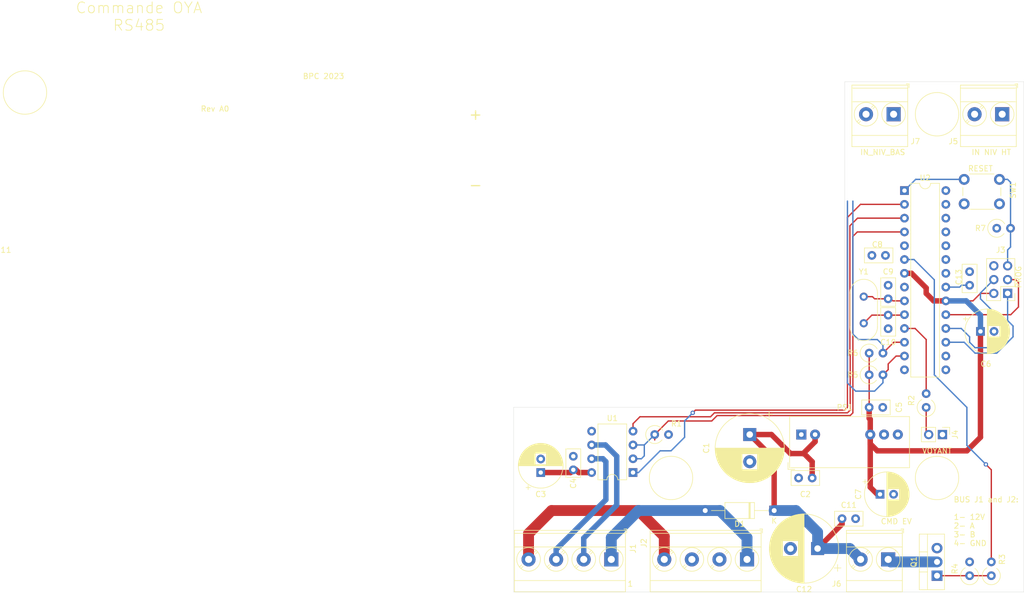
<source format=kicad_pcb>
(kicad_pcb (version 20171130) (host pcbnew "(5.1.9)-1")

  (general
    (thickness 1.6)
    (drawings 21)
    (tracks 185)
    (zones 0)
    (modules 38)
    (nets 36)
  )

  (page A4)
  (layers
    (0 F.Cu signal)
    (31 B.Cu signal)
    (32 B.Adhes user)
    (33 F.Adhes user)
    (34 B.Paste user)
    (35 F.Paste user)
    (36 B.SilkS user)
    (37 F.SilkS user)
    (38 B.Mask user)
    (39 F.Mask user)
    (40 Dwgs.User user)
    (41 Cmts.User user hide)
    (42 Eco1.User user hide)
    (43 Eco2.User user hide)
    (44 Edge.Cuts user)
    (45 Margin user hide)
    (46 B.CrtYd user hide)
    (47 F.CrtYd user hide)
    (48 B.Fab user hide)
    (49 F.Fab user hide)
  )

  (setup
    (last_trace_width 0.25)
    (user_trace_width 0.25)
    (user_trace_width 1)
    (user_trace_width 2)
    (trace_clearance 0.2)
    (zone_clearance 0.508)
    (zone_45_only no)
    (trace_min 0.2)
    (via_size 0.8)
    (via_drill 0.4)
    (via_min_size 0.4)
    (via_min_drill 0.3)
    (uvia_size 0.3)
    (uvia_drill 0.1)
    (uvias_allowed no)
    (uvia_min_size 0.2)
    (uvia_min_drill 0.1)
    (edge_width 0.05)
    (segment_width 0.2)
    (pcb_text_width 0.3)
    (pcb_text_size 1.5 1.5)
    (mod_edge_width 0.12)
    (mod_text_size 1 1)
    (mod_text_width 0.15)
    (pad_size 4 4)
    (pad_drill 4)
    (pad_to_mask_clearance 0)
    (aux_axis_origin 0 0)
    (visible_elements 7FFFFFFF)
    (pcbplotparams
      (layerselection 0x010fc_ffffffff)
      (usegerberextensions false)
      (usegerberattributes true)
      (usegerberadvancedattributes true)
      (creategerberjobfile true)
      (excludeedgelayer true)
      (linewidth 0.100000)
      (plotframeref false)
      (viasonmask false)
      (mode 1)
      (useauxorigin false)
      (hpglpennumber 1)
      (hpglpenspeed 20)
      (hpglpendiameter 15.000000)
      (psnegative false)
      (psa4output false)
      (plotreference true)
      (plotvalue true)
      (plotinvisibletext false)
      (padsonsilk false)
      (subtractmaskfromsilk false)
      (outputformat 1)
      (mirror false)
      (drillshape 1)
      (scaleselection 1)
      (outputdirectory ""))
  )

  (net 0 "")
  (net 1 "Net-(C1-Pad2)")
  (net 2 "Net-(C1-Pad1)")
  (net 3 GND)
  (net 4 Vcc)
  (net 5 "Net-(C9-Pad2)")
  (net 6 "Net-(C10-Pad2)")
  (net 7 "Net-(C13-Pad2)")
  (net 8 "Net-(J1-Pad3)")
  (net 9 "Net-(J1-Pad2)")
  (net 10 RESET)
  (net 11 MOSI)
  (net 12 SCK)
  (net 13 MISO)
  (net 14 "Net-(J4-Pad2)")
  (net 15 IN_LVL_LOW)
  (net 16 IN_LVL_HIGH)
  (net 17 "Net-(PS1-Pad8)")
  (net 18 TXEN)
  (net 19 "Net-(R2-Pad2)")
  (net 20 CMD_EV)
  (net 21 TX)
  (net 22 RX)
  (net 23 "Net-(U2-Pad28)")
  (net 24 "Net-(U2-Pad14)")
  (net 25 "Net-(U2-Pad27)")
  (net 26 "Net-(U2-Pad26)")
  (net 27 "Net-(U2-Pad25)")
  (net 28 "Net-(U2-Pad24)")
  (net 29 "Net-(U2-Pad23)")
  (net 30 "Net-(U2-Pad5)")
  (net 31 "Net-(U2-Pad16)")
  (net 32 "Net-(U2-Pad15)")
  (net 33 "Net-(J6-Pad1)")
  (net 34 "Net-(D1-Pad2)")
  (net 35 "Net-(Q1-Pad1)")

  (net_class Default "This is the default net class."
    (clearance 0.2)
    (trace_width 0.25)
    (via_dia 0.8)
    (via_drill 0.4)
    (uvia_dia 0.3)
    (uvia_drill 0.1)
    (add_net CMD_EV)
    (add_net GND)
    (add_net IN_LVL_HIGH)
    (add_net IN_LVL_LOW)
    (add_net MISO)
    (add_net MOSI)
    (add_net "Net-(C1-Pad1)")
    (add_net "Net-(C1-Pad2)")
    (add_net "Net-(C10-Pad2)")
    (add_net "Net-(C13-Pad2)")
    (add_net "Net-(C9-Pad2)")
    (add_net "Net-(D1-Pad2)")
    (add_net "Net-(J1-Pad2)")
    (add_net "Net-(J1-Pad3)")
    (add_net "Net-(J4-Pad2)")
    (add_net "Net-(J6-Pad1)")
    (add_net "Net-(PS1-Pad8)")
    (add_net "Net-(Q1-Pad1)")
    (add_net "Net-(R2-Pad2)")
    (add_net "Net-(U2-Pad14)")
    (add_net "Net-(U2-Pad15)")
    (add_net "Net-(U2-Pad16)")
    (add_net "Net-(U2-Pad23)")
    (add_net "Net-(U2-Pad24)")
    (add_net "Net-(U2-Pad25)")
    (add_net "Net-(U2-Pad26)")
    (add_net "Net-(U2-Pad27)")
    (add_net "Net-(U2-Pad28)")
    (add_net "Net-(U2-Pad5)")
    (add_net RESET)
    (add_net RX)
    (add_net SCK)
    (add_net TX)
    (add_net TXEN)
    (add_net Vcc)
  )

  (module TerminalBlock_Phoenix:TerminalBlock_Phoenix_MKDS-3-4-5.08_1x04_P5.08mm_Horizontal (layer F.Cu) (tedit 5B294F11) (tstamp 63DFDB53)
    (at 212 140 180)
    (descr "Terminal Block Phoenix MKDS-3-4-5.08, 4 pins, pitch 5.08mm, size 20.3x11.2mm^2, drill diamater 1.3mm, pad diameter 2.6mm, see http://www.farnell.com/datasheets/2138224.pdf, script-generated using https://github.com/pointhi/kicad-footprint-generator/scripts/TerminalBlock_Phoenix")
    (tags "THT Terminal Block Phoenix MKDS-3-4-5.08 pitch 5.08mm size 20.3x11.2mm^2 drill 1.3mm pad 2.6mm")
    (path /6383A568)
    (fp_text reference J2 (at 19 3 270) (layer F.SilkS)
      (effects (font (size 1 1) (thickness 0.15)))
    )
    (fp_text value "NETWORK OUT" (at 7.62 6.36) (layer F.Fab)
      (effects (font (size 1 1) (thickness 0.15)))
    )
    (fp_line (start 18.28 -6.4) (end -3.04 -6.4) (layer F.CrtYd) (width 0.05))
    (fp_line (start 18.28 5.8) (end 18.28 -6.4) (layer F.CrtYd) (width 0.05))
    (fp_line (start -3.04 5.8) (end 18.28 5.8) (layer F.CrtYd) (width 0.05))
    (fp_line (start -3.04 -6.4) (end -3.04 5.8) (layer F.CrtYd) (width 0.05))
    (fp_line (start -2.84 5.6) (end -2.34 5.6) (layer F.SilkS) (width 0.12))
    (fp_line (start -2.84 4.86) (end -2.84 5.6) (layer F.SilkS) (width 0.12))
    (fp_line (start 13.982 0.992) (end 13.587 1.388) (layer F.SilkS) (width 0.12))
    (fp_line (start 16.628 -1.654) (end 16.248 -1.274) (layer F.SilkS) (width 0.12))
    (fp_line (start 14.233 1.274) (end 13.853 1.654) (layer F.SilkS) (width 0.12))
    (fp_line (start 16.894 -1.388) (end 16.499 -0.992) (layer F.SilkS) (width 0.12))
    (fp_line (start 16.513 -1.517) (end 13.724 1.273) (layer F.Fab) (width 0.1))
    (fp_line (start 16.757 -1.273) (end 13.968 1.517) (layer F.Fab) (width 0.1))
    (fp_line (start 8.902 0.992) (end 8.507 1.388) (layer F.SilkS) (width 0.12))
    (fp_line (start 11.548 -1.654) (end 11.168 -1.274) (layer F.SilkS) (width 0.12))
    (fp_line (start 9.153 1.274) (end 8.773 1.654) (layer F.SilkS) (width 0.12))
    (fp_line (start 11.814 -1.388) (end 11.419 -0.992) (layer F.SilkS) (width 0.12))
    (fp_line (start 11.433 -1.517) (end 8.644 1.273) (layer F.Fab) (width 0.1))
    (fp_line (start 11.677 -1.273) (end 8.888 1.517) (layer F.Fab) (width 0.1))
    (fp_line (start 3.822 0.992) (end 3.427 1.388) (layer F.SilkS) (width 0.12))
    (fp_line (start 6.468 -1.654) (end 6.088 -1.274) (layer F.SilkS) (width 0.12))
    (fp_line (start 4.073 1.274) (end 3.693 1.654) (layer F.SilkS) (width 0.12))
    (fp_line (start 6.734 -1.388) (end 6.339 -0.992) (layer F.SilkS) (width 0.12))
    (fp_line (start 6.353 -1.517) (end 3.564 1.273) (layer F.Fab) (width 0.1))
    (fp_line (start 6.597 -1.273) (end 3.808 1.517) (layer F.Fab) (width 0.1))
    (fp_line (start -1.548 1.281) (end -1.654 1.388) (layer F.SilkS) (width 0.12))
    (fp_line (start 1.388 -1.654) (end 1.281 -1.547) (layer F.SilkS) (width 0.12))
    (fp_line (start -1.282 1.547) (end -1.388 1.654) (layer F.SilkS) (width 0.12))
    (fp_line (start 1.654 -1.388) (end 1.547 -1.281) (layer F.SilkS) (width 0.12))
    (fp_line (start 1.273 -1.517) (end -1.517 1.273) (layer F.Fab) (width 0.1))
    (fp_line (start 1.517 -1.273) (end -1.273 1.517) (layer F.Fab) (width 0.1))
    (fp_line (start 17.84 -5.96) (end 17.84 5.36) (layer F.SilkS) (width 0.12))
    (fp_line (start -2.6 -5.96) (end -2.6 5.36) (layer F.SilkS) (width 0.12))
    (fp_line (start -2.6 5.36) (end 17.84 5.36) (layer F.SilkS) (width 0.12))
    (fp_line (start -2.6 -5.96) (end 17.84 -5.96) (layer F.SilkS) (width 0.12))
    (fp_line (start -2.6 -3.9) (end 17.84 -3.9) (layer F.SilkS) (width 0.12))
    (fp_line (start -2.54 -3.9) (end 17.78 -3.9) (layer F.Fab) (width 0.1))
    (fp_line (start -2.6 2.3) (end 17.84 2.3) (layer F.SilkS) (width 0.12))
    (fp_line (start -2.54 2.3) (end 17.78 2.3) (layer F.Fab) (width 0.1))
    (fp_line (start -2.6 4.8) (end 17.84 4.8) (layer F.SilkS) (width 0.12))
    (fp_line (start -2.54 4.8) (end 17.78 4.8) (layer F.Fab) (width 0.1))
    (fp_line (start -2.54 4.8) (end -2.54 -5.9) (layer F.Fab) (width 0.1))
    (fp_line (start -2.04 5.3) (end -2.54 4.8) (layer F.Fab) (width 0.1))
    (fp_line (start 17.78 5.3) (end -2.04 5.3) (layer F.Fab) (width 0.1))
    (fp_line (start 17.78 -5.9) (end 17.78 5.3) (layer F.Fab) (width 0.1))
    (fp_line (start -2.54 -5.9) (end 17.78 -5.9) (layer F.Fab) (width 0.1))
    (fp_circle (center 15.24 0) (end 17.42 0) (layer F.SilkS) (width 0.12))
    (fp_circle (center 15.24 0) (end 17.24 0) (layer F.Fab) (width 0.1))
    (fp_circle (center 10.16 0) (end 12.34 0) (layer F.SilkS) (width 0.12))
    (fp_circle (center 10.16 0) (end 12.16 0) (layer F.Fab) (width 0.1))
    (fp_circle (center 5.08 0) (end 7.26 0) (layer F.SilkS) (width 0.12))
    (fp_circle (center 5.08 0) (end 7.08 0) (layer F.Fab) (width 0.1))
    (fp_circle (center 0 0) (end 2.18 0) (layer F.SilkS) (width 0.12))
    (fp_circle (center 0 0) (end 2 0) (layer F.Fab) (width 0.1))
    (fp_text user %R (at 7.62 3.1) (layer F.Fab)
      (effects (font (size 1 1) (thickness 0.15)))
    )
    (pad 4 thru_hole circle (at 15.24 0 180) (size 2.6 2.6) (drill 1.3) (layers *.Cu *.Mask)
      (net 1 "Net-(C1-Pad2)"))
    (pad 3 thru_hole circle (at 10.16 0 180) (size 2.6 2.6) (drill 1.3) (layers *.Cu *.Mask)
      (net 8 "Net-(J1-Pad3)"))
    (pad 2 thru_hole circle (at 5.08 0 180) (size 2.6 2.6) (drill 1.3) (layers *.Cu *.Mask)
      (net 9 "Net-(J1-Pad2)"))
    (pad 1 thru_hole rect (at 0 0 180) (size 2.6 2.6) (drill 1.3) (layers *.Cu *.Mask)
      (net 34 "Net-(D1-Pad2)"))
    (model ${KISYS3DMOD}/TerminalBlock_Phoenix.3dshapes/TerminalBlock_Phoenix_MKDS-3-4-5.08_1x04_P5.08mm_Horizontal.wrl
      (at (xyz 0 0 0))
      (scale (xyz 1 1 1))
      (rotate (xyz 0 0 0))
    )
  )

  (module TerminalBlock_Phoenix:TerminalBlock_Phoenix_MKDS-3-4-5.08_1x04_P5.08mm_Horizontal (layer F.Cu) (tedit 5B294F11) (tstamp 63DF944E)
    (at 187 140 180)
    (descr "Terminal Block Phoenix MKDS-3-4-5.08, 4 pins, pitch 5.08mm, size 20.3x11.2mm^2, drill diamater 1.3mm, pad diameter 2.6mm, see http://www.farnell.com/datasheets/2138224.pdf, script-generated using https://github.com/pointhi/kicad-footprint-generator/scripts/TerminalBlock_Phoenix")
    (tags "THT Terminal Block Phoenix MKDS-3-4-5.08 pitch 5.08mm size 20.3x11.2mm^2 drill 1.3mm pad 2.6mm")
    (path /6382A878)
    (fp_text reference J1 (at -4 2 270) (layer F.SilkS)
      (effects (font (size 1 1) (thickness 0.15)))
    )
    (fp_text value "NETWORK IN" (at 7.62 6.36) (layer F.Fab)
      (effects (font (size 1 1) (thickness 0.15)))
    )
    (fp_line (start 18.28 -6.4) (end -3.04 -6.4) (layer F.CrtYd) (width 0.05))
    (fp_line (start 18.28 5.8) (end 18.28 -6.4) (layer F.CrtYd) (width 0.05))
    (fp_line (start -3.04 5.8) (end 18.28 5.8) (layer F.CrtYd) (width 0.05))
    (fp_line (start -3.04 -6.4) (end -3.04 5.8) (layer F.CrtYd) (width 0.05))
    (fp_line (start -2.84 5.6) (end -2.34 5.6) (layer F.SilkS) (width 0.12))
    (fp_line (start -2.84 4.86) (end -2.84 5.6) (layer F.SilkS) (width 0.12))
    (fp_line (start 13.982 0.992) (end 13.587 1.388) (layer F.SilkS) (width 0.12))
    (fp_line (start 16.628 -1.654) (end 16.248 -1.274) (layer F.SilkS) (width 0.12))
    (fp_line (start 14.233 1.274) (end 13.853 1.654) (layer F.SilkS) (width 0.12))
    (fp_line (start 16.894 -1.388) (end 16.499 -0.992) (layer F.SilkS) (width 0.12))
    (fp_line (start 16.513 -1.517) (end 13.724 1.273) (layer F.Fab) (width 0.1))
    (fp_line (start 16.757 -1.273) (end 13.968 1.517) (layer F.Fab) (width 0.1))
    (fp_line (start 8.902 0.992) (end 8.507 1.388) (layer F.SilkS) (width 0.12))
    (fp_line (start 11.548 -1.654) (end 11.168 -1.274) (layer F.SilkS) (width 0.12))
    (fp_line (start 9.153 1.274) (end 8.773 1.654) (layer F.SilkS) (width 0.12))
    (fp_line (start 11.814 -1.388) (end 11.419 -0.992) (layer F.SilkS) (width 0.12))
    (fp_line (start 11.433 -1.517) (end 8.644 1.273) (layer F.Fab) (width 0.1))
    (fp_line (start 11.677 -1.273) (end 8.888 1.517) (layer F.Fab) (width 0.1))
    (fp_line (start 3.822 0.992) (end 3.427 1.388) (layer F.SilkS) (width 0.12))
    (fp_line (start 6.468 -1.654) (end 6.088 -1.274) (layer F.SilkS) (width 0.12))
    (fp_line (start 4.073 1.274) (end 3.693 1.654) (layer F.SilkS) (width 0.12))
    (fp_line (start 6.734 -1.388) (end 6.339 -0.992) (layer F.SilkS) (width 0.12))
    (fp_line (start 6.353 -1.517) (end 3.564 1.273) (layer F.Fab) (width 0.1))
    (fp_line (start 6.597 -1.273) (end 3.808 1.517) (layer F.Fab) (width 0.1))
    (fp_line (start -1.548 1.281) (end -1.654 1.388) (layer F.SilkS) (width 0.12))
    (fp_line (start 1.388 -1.654) (end 1.281 -1.547) (layer F.SilkS) (width 0.12))
    (fp_line (start -1.282 1.547) (end -1.388 1.654) (layer F.SilkS) (width 0.12))
    (fp_line (start 1.654 -1.388) (end 1.547 -1.281) (layer F.SilkS) (width 0.12))
    (fp_line (start 1.273 -1.517) (end -1.517 1.273) (layer F.Fab) (width 0.1))
    (fp_line (start 1.517 -1.273) (end -1.273 1.517) (layer F.Fab) (width 0.1))
    (fp_line (start 17.84 -5.96) (end 17.84 5.36) (layer F.SilkS) (width 0.12))
    (fp_line (start -2.6 -5.96) (end -2.6 5.36) (layer F.SilkS) (width 0.12))
    (fp_line (start -2.6 5.36) (end 17.84 5.36) (layer F.SilkS) (width 0.12))
    (fp_line (start -2.6 -5.96) (end 17.84 -5.96) (layer F.SilkS) (width 0.12))
    (fp_line (start -2.6 -3.9) (end 17.84 -3.9) (layer F.SilkS) (width 0.12))
    (fp_line (start -2.54 -3.9) (end 17.78 -3.9) (layer F.Fab) (width 0.1))
    (fp_line (start -2.6 2.3) (end 17.84 2.3) (layer F.SilkS) (width 0.12))
    (fp_line (start -2.54 2.3) (end 17.78 2.3) (layer F.Fab) (width 0.1))
    (fp_line (start -2.6 4.8) (end 17.84 4.8) (layer F.SilkS) (width 0.12))
    (fp_line (start -2.54 4.8) (end 17.78 4.8) (layer F.Fab) (width 0.1))
    (fp_line (start -2.54 4.8) (end -2.54 -5.9) (layer F.Fab) (width 0.1))
    (fp_line (start -2.04 5.3) (end -2.54 4.8) (layer F.Fab) (width 0.1))
    (fp_line (start 17.78 5.3) (end -2.04 5.3) (layer F.Fab) (width 0.1))
    (fp_line (start 17.78 -5.9) (end 17.78 5.3) (layer F.Fab) (width 0.1))
    (fp_line (start -2.54 -5.9) (end 17.78 -5.9) (layer F.Fab) (width 0.1))
    (fp_circle (center 15.24 0) (end 17.42 0) (layer F.SilkS) (width 0.12))
    (fp_circle (center 15.24 0) (end 17.24 0) (layer F.Fab) (width 0.1))
    (fp_circle (center 10.16 0) (end 12.34 0) (layer F.SilkS) (width 0.12))
    (fp_circle (center 10.16 0) (end 12.16 0) (layer F.Fab) (width 0.1))
    (fp_circle (center 5.08 0) (end 7.26 0) (layer F.SilkS) (width 0.12))
    (fp_circle (center 5.08 0) (end 7.08 0) (layer F.Fab) (width 0.1))
    (fp_circle (center 0 0) (end 2.18 0) (layer F.SilkS) (width 0.12))
    (fp_circle (center 0 0) (end 2 0) (layer F.Fab) (width 0.1))
    (fp_text user %R (at 7.62 3.1) (layer F.Fab)
      (effects (font (size 1 1) (thickness 0.15)))
    )
    (pad 4 thru_hole circle (at 15.24 0 180) (size 2.6 2.6) (drill 1.3) (layers *.Cu *.Mask)
      (net 1 "Net-(C1-Pad2)"))
    (pad 3 thru_hole circle (at 10.16 0 180) (size 2.6 2.6) (drill 1.3) (layers *.Cu *.Mask)
      (net 8 "Net-(J1-Pad3)"))
    (pad 2 thru_hole circle (at 5.08 0 180) (size 2.6 2.6) (drill 1.3) (layers *.Cu *.Mask)
      (net 9 "Net-(J1-Pad2)"))
    (pad 1 thru_hole rect (at 0 0 180) (size 2.6 2.6) (drill 1.3) (layers *.Cu *.Mask)
      (net 34 "Net-(D1-Pad2)"))
    (model ${KISYS3DMOD}/TerminalBlock_Phoenix.3dshapes/TerminalBlock_Phoenix_MKDS-3-4-5.08_1x04_P5.08mm_Horizontal.wrl
      (at (xyz 0 0 0))
      (scale (xyz 1 1 1))
      (rotate (xyz 0 0 0))
    )
  )

  (module TerminalBlock_Phoenix:TerminalBlock_Phoenix_MKDS-3-2-5.08_1x02_P5.08mm_Horizontal (layer F.Cu) (tedit 5B294F11) (tstamp 63E0A18D)
    (at 239 58 180)
    (descr "Terminal Block Phoenix MKDS-3-2-5.08, 2 pins, pitch 5.08mm, size 10.2x11.2mm^2, drill diamater 1.3mm, pad diameter 2.6mm, see http://www.farnell.com/datasheets/2138224.pdf, script-generated using https://github.com/pointhi/kicad-footprint-generator/scripts/TerminalBlock_Phoenix")
    (tags "THT Terminal Block Phoenix MKDS-3-2-5.08 pitch 5.08mm size 10.2x11.2mm^2 drill 1.3mm pad 2.6mm")
    (path /63854B40)
    (fp_text reference J7 (at -4 -5) (layer F.SilkS)
      (effects (font (size 1 1) (thickness 0.15)))
    )
    (fp_text value "Niveau Haut" (at 2.54 6.36) (layer F.Fab)
      (effects (font (size 1 1) (thickness 0.15)))
    )
    (fp_line (start 8.13 -6.4) (end -3.04 -6.4) (layer F.CrtYd) (width 0.05))
    (fp_line (start 8.13 5.8) (end 8.13 -6.4) (layer F.CrtYd) (width 0.05))
    (fp_line (start -3.04 5.8) (end 8.13 5.8) (layer F.CrtYd) (width 0.05))
    (fp_line (start -3.04 -6.4) (end -3.04 5.8) (layer F.CrtYd) (width 0.05))
    (fp_line (start -2.84 5.6) (end -2.34 5.6) (layer F.SilkS) (width 0.12))
    (fp_line (start -2.84 4.86) (end -2.84 5.6) (layer F.SilkS) (width 0.12))
    (fp_line (start 3.822 0.992) (end 3.427 1.388) (layer F.SilkS) (width 0.12))
    (fp_line (start 6.468 -1.654) (end 6.088 -1.274) (layer F.SilkS) (width 0.12))
    (fp_line (start 4.073 1.274) (end 3.693 1.654) (layer F.SilkS) (width 0.12))
    (fp_line (start 6.734 -1.388) (end 6.339 -0.992) (layer F.SilkS) (width 0.12))
    (fp_line (start 6.353 -1.517) (end 3.564 1.273) (layer F.Fab) (width 0.1))
    (fp_line (start 6.597 -1.273) (end 3.808 1.517) (layer F.Fab) (width 0.1))
    (fp_line (start -1.548 1.281) (end -1.654 1.388) (layer F.SilkS) (width 0.12))
    (fp_line (start 1.388 -1.654) (end 1.281 -1.547) (layer F.SilkS) (width 0.12))
    (fp_line (start -1.282 1.547) (end -1.388 1.654) (layer F.SilkS) (width 0.12))
    (fp_line (start 1.654 -1.388) (end 1.547 -1.281) (layer F.SilkS) (width 0.12))
    (fp_line (start 1.273 -1.517) (end -1.517 1.273) (layer F.Fab) (width 0.1))
    (fp_line (start 1.517 -1.273) (end -1.273 1.517) (layer F.Fab) (width 0.1))
    (fp_line (start 7.68 -5.96) (end 7.68 5.36) (layer F.SilkS) (width 0.12))
    (fp_line (start -2.6 -5.96) (end -2.6 5.36) (layer F.SilkS) (width 0.12))
    (fp_line (start -2.6 5.36) (end 7.68 5.36) (layer F.SilkS) (width 0.12))
    (fp_line (start -2.6 -5.96) (end 7.68 -5.96) (layer F.SilkS) (width 0.12))
    (fp_line (start -2.6 -3.9) (end 7.68 -3.9) (layer F.SilkS) (width 0.12))
    (fp_line (start -2.54 -3.9) (end 7.62 -3.9) (layer F.Fab) (width 0.1))
    (fp_line (start -2.6 2.3) (end 7.68 2.3) (layer F.SilkS) (width 0.12))
    (fp_line (start -2.54 2.3) (end 7.62 2.3) (layer F.Fab) (width 0.1))
    (fp_line (start -2.6 4.8) (end 7.68 4.8) (layer F.SilkS) (width 0.12))
    (fp_line (start -2.54 4.8) (end 7.62 4.8) (layer F.Fab) (width 0.1))
    (fp_line (start -2.54 4.8) (end -2.54 -5.9) (layer F.Fab) (width 0.1))
    (fp_line (start -2.04 5.3) (end -2.54 4.8) (layer F.Fab) (width 0.1))
    (fp_line (start 7.62 5.3) (end -2.04 5.3) (layer F.Fab) (width 0.1))
    (fp_line (start 7.62 -5.9) (end 7.62 5.3) (layer F.Fab) (width 0.1))
    (fp_line (start -2.54 -5.9) (end 7.62 -5.9) (layer F.Fab) (width 0.1))
    (fp_circle (center 5.08 0) (end 7.26 0) (layer F.SilkS) (width 0.12))
    (fp_circle (center 5.08 0) (end 7.08 0) (layer F.Fab) (width 0.1))
    (fp_circle (center 0 0) (end 2.18 0) (layer F.SilkS) (width 0.12))
    (fp_circle (center 0 0) (end 2 0) (layer F.Fab) (width 0.1))
    (fp_text user %R (at 2.54 3.1) (layer F.Fab)
      (effects (font (size 1 1) (thickness 0.15)))
    )
    (pad 2 thru_hole circle (at 5.08 0 180) (size 2.6 2.6) (drill 1.3) (layers *.Cu *.Mask)
      (net 16 IN_LVL_HIGH))
    (pad 1 thru_hole rect (at 0 0 180) (size 2.6 2.6) (drill 1.3) (layers *.Cu *.Mask)
      (net 3 GND))
    (model ${KISYS3DMOD}/TerminalBlock_Phoenix.3dshapes/TerminalBlock_Phoenix_MKDS-3-2-5.08_1x02_P5.08mm_Horizontal.wrl
      (at (xyz 0 0 0))
      (scale (xyz 1 1 1))
      (rotate (xyz 0 0 0))
    )
  )

  (module TerminalBlock_Phoenix:TerminalBlock_Phoenix_MKDS-3-2-5.08_1x02_P5.08mm_Horizontal (layer F.Cu) (tedit 5B294F11) (tstamp 63E0A10C)
    (at 238 140 180)
    (descr "Terminal Block Phoenix MKDS-3-2-5.08, 2 pins, pitch 5.08mm, size 10.2x11.2mm^2, drill diamater 1.3mm, pad diameter 2.6mm, see http://www.farnell.com/datasheets/2138224.pdf, script-generated using https://github.com/pointhi/kicad-footprint-generator/scripts/TerminalBlock_Phoenix")
    (tags "THT Terminal Block Phoenix MKDS-3-2-5.08 pitch 5.08mm size 10.2x11.2mm^2 drill 1.3mm pad 2.6mm")
    (path /63853958)
    (fp_text reference J6 (at 9.5 -4.5) (layer F.SilkS)
      (effects (font (size 1 1) (thickness 0.15)))
    )
    (fp_text value "Electrovanne 12V" (at 2.54 6.36) (layer F.Fab)
      (effects (font (size 1 1) (thickness 0.15)))
    )
    (fp_line (start 8.13 -6.4) (end -3.04 -6.4) (layer F.CrtYd) (width 0.05))
    (fp_line (start 8.13 5.8) (end 8.13 -6.4) (layer F.CrtYd) (width 0.05))
    (fp_line (start -3.04 5.8) (end 8.13 5.8) (layer F.CrtYd) (width 0.05))
    (fp_line (start -3.04 -6.4) (end -3.04 5.8) (layer F.CrtYd) (width 0.05))
    (fp_line (start -2.84 5.6) (end -2.34 5.6) (layer F.SilkS) (width 0.12))
    (fp_line (start -2.84 4.86) (end -2.84 5.6) (layer F.SilkS) (width 0.12))
    (fp_line (start 3.822 0.992) (end 3.427 1.388) (layer F.SilkS) (width 0.12))
    (fp_line (start 6.468 -1.654) (end 6.088 -1.274) (layer F.SilkS) (width 0.12))
    (fp_line (start 4.073 1.274) (end 3.693 1.654) (layer F.SilkS) (width 0.12))
    (fp_line (start 6.734 -1.388) (end 6.339 -0.992) (layer F.SilkS) (width 0.12))
    (fp_line (start 6.353 -1.517) (end 3.564 1.273) (layer F.Fab) (width 0.1))
    (fp_line (start 6.597 -1.273) (end 3.808 1.517) (layer F.Fab) (width 0.1))
    (fp_line (start -1.548 1.281) (end -1.654 1.388) (layer F.SilkS) (width 0.12))
    (fp_line (start 1.388 -1.654) (end 1.281 -1.547) (layer F.SilkS) (width 0.12))
    (fp_line (start -1.282 1.547) (end -1.388 1.654) (layer F.SilkS) (width 0.12))
    (fp_line (start 1.654 -1.388) (end 1.547 -1.281) (layer F.SilkS) (width 0.12))
    (fp_line (start 1.273 -1.517) (end -1.517 1.273) (layer F.Fab) (width 0.1))
    (fp_line (start 1.517 -1.273) (end -1.273 1.517) (layer F.Fab) (width 0.1))
    (fp_line (start 7.68 -5.96) (end 7.68 5.36) (layer F.SilkS) (width 0.12))
    (fp_line (start -2.6 -5.96) (end -2.6 5.36) (layer F.SilkS) (width 0.12))
    (fp_line (start -2.6 5.36) (end 7.68 5.36) (layer F.SilkS) (width 0.12))
    (fp_line (start -2.6 -5.96) (end 7.68 -5.96) (layer F.SilkS) (width 0.12))
    (fp_line (start -2.6 -3.9) (end 7.68 -3.9) (layer F.SilkS) (width 0.12))
    (fp_line (start -2.54 -3.9) (end 7.62 -3.9) (layer F.Fab) (width 0.1))
    (fp_line (start -2.6 2.3) (end 7.68 2.3) (layer F.SilkS) (width 0.12))
    (fp_line (start -2.54 2.3) (end 7.62 2.3) (layer F.Fab) (width 0.1))
    (fp_line (start -2.6 4.8) (end 7.68 4.8) (layer F.SilkS) (width 0.12))
    (fp_line (start -2.54 4.8) (end 7.62 4.8) (layer F.Fab) (width 0.1))
    (fp_line (start -2.54 4.8) (end -2.54 -5.9) (layer F.Fab) (width 0.1))
    (fp_line (start -2.04 5.3) (end -2.54 4.8) (layer F.Fab) (width 0.1))
    (fp_line (start 7.62 5.3) (end -2.04 5.3) (layer F.Fab) (width 0.1))
    (fp_line (start 7.62 -5.9) (end 7.62 5.3) (layer F.Fab) (width 0.1))
    (fp_line (start -2.54 -5.9) (end 7.62 -5.9) (layer F.Fab) (width 0.1))
    (fp_circle (center 5.08 0) (end 7.26 0) (layer F.SilkS) (width 0.12))
    (fp_circle (center 5.08 0) (end 7.08 0) (layer F.Fab) (width 0.1))
    (fp_circle (center 0 0) (end 2.18 0) (layer F.SilkS) (width 0.12))
    (fp_circle (center 0 0) (end 2 0) (layer F.Fab) (width 0.1))
    (fp_text user %R (at 2.54 3.1) (layer F.Fab)
      (effects (font (size 1 1) (thickness 0.15)))
    )
    (pad 2 thru_hole circle (at 5.08 0 180) (size 2.6 2.6) (drill 1.3) (layers *.Cu *.Mask)
      (net 2 "Net-(C1-Pad1)"))
    (pad 1 thru_hole rect (at 0 0 180) (size 2.6 2.6) (drill 1.3) (layers *.Cu *.Mask)
      (net 33 "Net-(J6-Pad1)"))
    (model ${KISYS3DMOD}/TerminalBlock_Phoenix.3dshapes/TerminalBlock_Phoenix_MKDS-3-2-5.08_1x02_P5.08mm_Horizontal.wrl
      (at (xyz 0 0 0))
      (scale (xyz 1 1 1))
      (rotate (xyz 0 0 0))
    )
  )

  (module TerminalBlock_Phoenix:TerminalBlock_Phoenix_MKDS-3-2-5.08_1x02_P5.08mm_Horizontal (layer F.Cu) (tedit 5B294F11) (tstamp 63E0A20E)
    (at 259 58 180)
    (descr "Terminal Block Phoenix MKDS-3-2-5.08, 2 pins, pitch 5.08mm, size 10.2x11.2mm^2, drill diamater 1.3mm, pad diameter 2.6mm, see http://www.farnell.com/datasheets/2138224.pdf, script-generated using https://github.com/pointhi/kicad-footprint-generator/scripts/TerminalBlock_Phoenix")
    (tags "THT Terminal Block Phoenix MKDS-3-2-5.08 pitch 5.08mm size 10.2x11.2mm^2 drill 1.3mm pad 2.6mm")
    (path /638553D9)
    (fp_text reference J5 (at 9 -5) (layer F.SilkS)
      (effects (font (size 1 1) (thickness 0.15)))
    )
    (fp_text value "Niveau bas" (at 2.54 6.36) (layer F.Fab)
      (effects (font (size 1 1) (thickness 0.15)))
    )
    (fp_line (start 8.13 -6.4) (end -3.04 -6.4) (layer F.CrtYd) (width 0.05))
    (fp_line (start 8.13 5.8) (end 8.13 -6.4) (layer F.CrtYd) (width 0.05))
    (fp_line (start -3.04 5.8) (end 8.13 5.8) (layer F.CrtYd) (width 0.05))
    (fp_line (start -3.04 -6.4) (end -3.04 5.8) (layer F.CrtYd) (width 0.05))
    (fp_line (start -2.84 5.6) (end -2.34 5.6) (layer F.SilkS) (width 0.12))
    (fp_line (start -2.84 4.86) (end -2.84 5.6) (layer F.SilkS) (width 0.12))
    (fp_line (start 3.822 0.992) (end 3.427 1.388) (layer F.SilkS) (width 0.12))
    (fp_line (start 6.468 -1.654) (end 6.088 -1.274) (layer F.SilkS) (width 0.12))
    (fp_line (start 4.073 1.274) (end 3.693 1.654) (layer F.SilkS) (width 0.12))
    (fp_line (start 6.734 -1.388) (end 6.339 -0.992) (layer F.SilkS) (width 0.12))
    (fp_line (start 6.353 -1.517) (end 3.564 1.273) (layer F.Fab) (width 0.1))
    (fp_line (start 6.597 -1.273) (end 3.808 1.517) (layer F.Fab) (width 0.1))
    (fp_line (start -1.548 1.281) (end -1.654 1.388) (layer F.SilkS) (width 0.12))
    (fp_line (start 1.388 -1.654) (end 1.281 -1.547) (layer F.SilkS) (width 0.12))
    (fp_line (start -1.282 1.547) (end -1.388 1.654) (layer F.SilkS) (width 0.12))
    (fp_line (start 1.654 -1.388) (end 1.547 -1.281) (layer F.SilkS) (width 0.12))
    (fp_line (start 1.273 -1.517) (end -1.517 1.273) (layer F.Fab) (width 0.1))
    (fp_line (start 1.517 -1.273) (end -1.273 1.517) (layer F.Fab) (width 0.1))
    (fp_line (start 7.68 -5.96) (end 7.68 5.36) (layer F.SilkS) (width 0.12))
    (fp_line (start -2.6 -5.96) (end -2.6 5.36) (layer F.SilkS) (width 0.12))
    (fp_line (start -2.6 5.36) (end 7.68 5.36) (layer F.SilkS) (width 0.12))
    (fp_line (start -2.6 -5.96) (end 7.68 -5.96) (layer F.SilkS) (width 0.12))
    (fp_line (start -2.6 -3.9) (end 7.68 -3.9) (layer F.SilkS) (width 0.12))
    (fp_line (start -2.54 -3.9) (end 7.62 -3.9) (layer F.Fab) (width 0.1))
    (fp_line (start -2.6 2.3) (end 7.68 2.3) (layer F.SilkS) (width 0.12))
    (fp_line (start -2.54 2.3) (end 7.62 2.3) (layer F.Fab) (width 0.1))
    (fp_line (start -2.6 4.8) (end 7.68 4.8) (layer F.SilkS) (width 0.12))
    (fp_line (start -2.54 4.8) (end 7.62 4.8) (layer F.Fab) (width 0.1))
    (fp_line (start -2.54 4.8) (end -2.54 -5.9) (layer F.Fab) (width 0.1))
    (fp_line (start -2.04 5.3) (end -2.54 4.8) (layer F.Fab) (width 0.1))
    (fp_line (start 7.62 5.3) (end -2.04 5.3) (layer F.Fab) (width 0.1))
    (fp_line (start 7.62 -5.9) (end 7.62 5.3) (layer F.Fab) (width 0.1))
    (fp_line (start -2.54 -5.9) (end 7.62 -5.9) (layer F.Fab) (width 0.1))
    (fp_circle (center 5.08 0) (end 7.26 0) (layer F.SilkS) (width 0.12))
    (fp_circle (center 5.08 0) (end 7.08 0) (layer F.Fab) (width 0.1))
    (fp_circle (center 0 0) (end 2.18 0) (layer F.SilkS) (width 0.12))
    (fp_circle (center 0 0) (end 2 0) (layer F.Fab) (width 0.1))
    (fp_text user %R (at 2.54 3.1) (layer F.Fab)
      (effects (font (size 1 1) (thickness 0.15)))
    )
    (pad 2 thru_hole circle (at 5.08 0 180) (size 2.6 2.6) (drill 1.3) (layers *.Cu *.Mask)
      (net 15 IN_LVL_LOW))
    (pad 1 thru_hole rect (at 0 0 180) (size 2.6 2.6) (drill 1.3) (layers *.Cu *.Mask)
      (net 3 GND))
    (model ${KISYS3DMOD}/TerminalBlock_Phoenix.3dshapes/TerminalBlock_Phoenix_MKDS-3-2-5.08_1x02_P5.08mm_Horizontal.wrl
      (at (xyz 0 0 0))
      (scale (xyz 1 1 1))
      (rotate (xyz 0 0 0))
    )
  )

  (module Package_TO_SOT_THT:TO-220-3_Vertical (layer F.Cu) (tedit 5AC8BA0D) (tstamp 63E09745)
    (at 247 143 90)
    (descr "TO-220-3, Vertical, RM 2.54mm, see https://www.vishay.com/docs/66542/to-220-1.pdf")
    (tags "TO-220-3 Vertical RM 2.54mm")
    (path /63EAF4AF)
    (fp_text reference Q1 (at 2.54 -4.27 90) (layer F.SilkS)
      (effects (font (size 1 1) (thickness 0.15)))
    )
    (fp_text value TIP41C (at 2.54 2.5 90) (layer F.Fab)
      (effects (font (size 1 1) (thickness 0.15)))
    )
    (fp_line (start -2.46 -3.15) (end -2.46 1.25) (layer F.Fab) (width 0.1))
    (fp_line (start -2.46 1.25) (end 7.54 1.25) (layer F.Fab) (width 0.1))
    (fp_line (start 7.54 1.25) (end 7.54 -3.15) (layer F.Fab) (width 0.1))
    (fp_line (start 7.54 -3.15) (end -2.46 -3.15) (layer F.Fab) (width 0.1))
    (fp_line (start -2.46 -1.88) (end 7.54 -1.88) (layer F.Fab) (width 0.1))
    (fp_line (start 0.69 -3.15) (end 0.69 -1.88) (layer F.Fab) (width 0.1))
    (fp_line (start 4.39 -3.15) (end 4.39 -1.88) (layer F.Fab) (width 0.1))
    (fp_line (start -2.58 -3.27) (end 7.66 -3.27) (layer F.SilkS) (width 0.12))
    (fp_line (start -2.58 1.371) (end 7.66 1.371) (layer F.SilkS) (width 0.12))
    (fp_line (start -2.58 -3.27) (end -2.58 1.371) (layer F.SilkS) (width 0.12))
    (fp_line (start 7.66 -3.27) (end 7.66 1.371) (layer F.SilkS) (width 0.12))
    (fp_line (start -2.58 -1.76) (end 7.66 -1.76) (layer F.SilkS) (width 0.12))
    (fp_line (start 0.69 -3.27) (end 0.69 -1.76) (layer F.SilkS) (width 0.12))
    (fp_line (start 4.391 -3.27) (end 4.391 -1.76) (layer F.SilkS) (width 0.12))
    (fp_line (start -2.71 -3.4) (end -2.71 1.51) (layer F.CrtYd) (width 0.05))
    (fp_line (start -2.71 1.51) (end 7.79 1.51) (layer F.CrtYd) (width 0.05))
    (fp_line (start 7.79 1.51) (end 7.79 -3.4) (layer F.CrtYd) (width 0.05))
    (fp_line (start 7.79 -3.4) (end -2.71 -3.4) (layer F.CrtYd) (width 0.05))
    (fp_text user %R (at 2.54 -4.27 90) (layer F.Fab)
      (effects (font (size 1 1) (thickness 0.15)))
    )
    (pad 3 thru_hole oval (at 5.08 0 90) (size 1.905 2) (drill 1.1) (layers *.Cu *.Mask)
      (net 3 GND))
    (pad 2 thru_hole oval (at 2.54 0 90) (size 1.905 2) (drill 1.1) (layers *.Cu *.Mask)
      (net 33 "Net-(J6-Pad1)"))
    (pad 1 thru_hole rect (at 0 0 90) (size 1.905 2) (drill 1.1) (layers *.Cu *.Mask)
      (net 35 "Net-(Q1-Pad1)"))
    (model ${KISYS3DMOD}/Package_TO_SOT_THT.3dshapes/TO-220-3_Vertical.wrl
      (at (xyz 0 0 0))
      (scale (xyz 1 1 1))
      (rotate (xyz 0 0 0))
    )
  )

  (module Diode_THT:D_A-405_P12.70mm_Horizontal (layer F.Cu) (tedit 5AE50CD5) (tstamp 63E02C39)
    (at 217 131 180)
    (descr "Diode, A-405 series, Axial, Horizontal, pin pitch=12.7mm, , length*diameter=5.2*2.7mm^2, , http://www.diodes.com/_files/packages/A-405.pdf")
    (tags "Diode A-405 series Axial Horizontal pin pitch 12.7mm  length 5.2mm diameter 2.7mm")
    (path /63E8068B)
    (fp_text reference D1 (at 6.35 -2.47) (layer F.SilkS)
      (effects (font (size 1 1) (thickness 0.15)))
    )
    (fp_text value D (at 6.35 2.47) (layer F.Fab)
      (effects (font (size 1 1) (thickness 0.15)))
    )
    (fp_line (start 3.75 -1.35) (end 3.75 1.35) (layer F.Fab) (width 0.1))
    (fp_line (start 3.75 1.35) (end 8.95 1.35) (layer F.Fab) (width 0.1))
    (fp_line (start 8.95 1.35) (end 8.95 -1.35) (layer F.Fab) (width 0.1))
    (fp_line (start 8.95 -1.35) (end 3.75 -1.35) (layer F.Fab) (width 0.1))
    (fp_line (start 0 0) (end 3.75 0) (layer F.Fab) (width 0.1))
    (fp_line (start 12.7 0) (end 8.95 0) (layer F.Fab) (width 0.1))
    (fp_line (start 4.53 -1.35) (end 4.53 1.35) (layer F.Fab) (width 0.1))
    (fp_line (start 4.63 -1.35) (end 4.63 1.35) (layer F.Fab) (width 0.1))
    (fp_line (start 4.43 -1.35) (end 4.43 1.35) (layer F.Fab) (width 0.1))
    (fp_line (start 3.63 -1.47) (end 3.63 1.47) (layer F.SilkS) (width 0.12))
    (fp_line (start 3.63 1.47) (end 9.07 1.47) (layer F.SilkS) (width 0.12))
    (fp_line (start 9.07 1.47) (end 9.07 -1.47) (layer F.SilkS) (width 0.12))
    (fp_line (start 9.07 -1.47) (end 3.63 -1.47) (layer F.SilkS) (width 0.12))
    (fp_line (start 1.14 0) (end 3.63 0) (layer F.SilkS) (width 0.12))
    (fp_line (start 11.56 0) (end 9.07 0) (layer F.SilkS) (width 0.12))
    (fp_line (start 4.53 -1.47) (end 4.53 1.47) (layer F.SilkS) (width 0.12))
    (fp_line (start 4.65 -1.47) (end 4.65 1.47) (layer F.SilkS) (width 0.12))
    (fp_line (start 4.41 -1.47) (end 4.41 1.47) (layer F.SilkS) (width 0.12))
    (fp_line (start -1.15 -1.6) (end -1.15 1.6) (layer F.CrtYd) (width 0.05))
    (fp_line (start -1.15 1.6) (end 13.85 1.6) (layer F.CrtYd) (width 0.05))
    (fp_line (start 13.85 1.6) (end 13.85 -1.6) (layer F.CrtYd) (width 0.05))
    (fp_line (start 13.85 -1.6) (end -1.15 -1.6) (layer F.CrtYd) (width 0.05))
    (fp_text user K (at 0 -1.9) (layer F.SilkS)
      (effects (font (size 1 1) (thickness 0.15)))
    )
    (fp_text user K (at 0 -1.9) (layer F.Fab)
      (effects (font (size 1 1) (thickness 0.15)))
    )
    (fp_text user %R (at 6.74 0) (layer F.Fab)
      (effects (font (size 1 1) (thickness 0.15)))
    )
    (pad 2 thru_hole oval (at 12.7 0 180) (size 1.8 1.8) (drill 0.9) (layers *.Cu *.Mask)
      (net 34 "Net-(D1-Pad2)"))
    (pad 1 thru_hole rect (at 0 0 180) (size 1.8 1.8) (drill 0.9) (layers *.Cu *.Mask)
      (net 2 "Net-(C1-Pad1)"))
    (model ${KISYS3DMOD}/Diode_THT.3dshapes/D_A-405_P12.70mm_Horizontal.wrl
      (at (xyz 0 0 0))
      (scale (xyz 1 1 1))
      (rotate (xyz 0 0 0))
    )
  )

  (module Capacitor_THT:CP_Radial_D12.5mm_P5.00mm (layer F.Cu) (tedit 5AE50EF1) (tstamp 63DF93FD)
    (at 225 138 180)
    (descr "CP, Radial series, Radial, pin pitch=5.00mm, , diameter=12.5mm, Electrolytic Capacitor")
    (tags "CP Radial series Radial pin pitch 5.00mm  diameter 12.5mm Electrolytic Capacitor")
    (path /6385AE49)
    (fp_text reference C12 (at 2.5 -7.5) (layer F.SilkS)
      (effects (font (size 1 1) (thickness 0.15)))
    )
    (fp_text value 20µF (at 2.5 7.5) (layer F.Fab)
      (effects (font (size 1 1) (thickness 0.15)))
    )
    (fp_circle (center 2.5 0) (end 8.75 0) (layer F.Fab) (width 0.1))
    (fp_circle (center 2.5 0) (end 8.87 0) (layer F.SilkS) (width 0.12))
    (fp_circle (center 2.5 0) (end 9 0) (layer F.CrtYd) (width 0.05))
    (fp_line (start -2.866489 -2.7375) (end -1.616489 -2.7375) (layer F.Fab) (width 0.1))
    (fp_line (start -2.241489 -3.3625) (end -2.241489 -2.1125) (layer F.Fab) (width 0.1))
    (fp_line (start 2.5 -6.33) (end 2.5 6.33) (layer F.SilkS) (width 0.12))
    (fp_line (start 2.54 -6.33) (end 2.54 6.33) (layer F.SilkS) (width 0.12))
    (fp_line (start 2.58 -6.33) (end 2.58 6.33) (layer F.SilkS) (width 0.12))
    (fp_line (start 2.62 -6.329) (end 2.62 6.329) (layer F.SilkS) (width 0.12))
    (fp_line (start 2.66 -6.328) (end 2.66 6.328) (layer F.SilkS) (width 0.12))
    (fp_line (start 2.7 -6.327) (end 2.7 6.327) (layer F.SilkS) (width 0.12))
    (fp_line (start 2.74 -6.326) (end 2.74 6.326) (layer F.SilkS) (width 0.12))
    (fp_line (start 2.78 -6.324) (end 2.78 6.324) (layer F.SilkS) (width 0.12))
    (fp_line (start 2.82 -6.322) (end 2.82 6.322) (layer F.SilkS) (width 0.12))
    (fp_line (start 2.86 -6.32) (end 2.86 6.32) (layer F.SilkS) (width 0.12))
    (fp_line (start 2.9 -6.318) (end 2.9 6.318) (layer F.SilkS) (width 0.12))
    (fp_line (start 2.94 -6.315) (end 2.94 6.315) (layer F.SilkS) (width 0.12))
    (fp_line (start 2.98 -6.312) (end 2.98 6.312) (layer F.SilkS) (width 0.12))
    (fp_line (start 3.02 -6.309) (end 3.02 6.309) (layer F.SilkS) (width 0.12))
    (fp_line (start 3.06 -6.306) (end 3.06 6.306) (layer F.SilkS) (width 0.12))
    (fp_line (start 3.1 -6.302) (end 3.1 6.302) (layer F.SilkS) (width 0.12))
    (fp_line (start 3.14 -6.298) (end 3.14 6.298) (layer F.SilkS) (width 0.12))
    (fp_line (start 3.18 -6.294) (end 3.18 6.294) (layer F.SilkS) (width 0.12))
    (fp_line (start 3.221 -6.29) (end 3.221 6.29) (layer F.SilkS) (width 0.12))
    (fp_line (start 3.261 -6.285) (end 3.261 6.285) (layer F.SilkS) (width 0.12))
    (fp_line (start 3.301 -6.28) (end 3.301 6.28) (layer F.SilkS) (width 0.12))
    (fp_line (start 3.341 -6.275) (end 3.341 6.275) (layer F.SilkS) (width 0.12))
    (fp_line (start 3.381 -6.269) (end 3.381 6.269) (layer F.SilkS) (width 0.12))
    (fp_line (start 3.421 -6.264) (end 3.421 6.264) (layer F.SilkS) (width 0.12))
    (fp_line (start 3.461 -6.258) (end 3.461 6.258) (layer F.SilkS) (width 0.12))
    (fp_line (start 3.501 -6.252) (end 3.501 6.252) (layer F.SilkS) (width 0.12))
    (fp_line (start 3.541 -6.245) (end 3.541 6.245) (layer F.SilkS) (width 0.12))
    (fp_line (start 3.581 -6.238) (end 3.581 -1.44) (layer F.SilkS) (width 0.12))
    (fp_line (start 3.581 1.44) (end 3.581 6.238) (layer F.SilkS) (width 0.12))
    (fp_line (start 3.621 -6.231) (end 3.621 -1.44) (layer F.SilkS) (width 0.12))
    (fp_line (start 3.621 1.44) (end 3.621 6.231) (layer F.SilkS) (width 0.12))
    (fp_line (start 3.661 -6.224) (end 3.661 -1.44) (layer F.SilkS) (width 0.12))
    (fp_line (start 3.661 1.44) (end 3.661 6.224) (layer F.SilkS) (width 0.12))
    (fp_line (start 3.701 -6.216) (end 3.701 -1.44) (layer F.SilkS) (width 0.12))
    (fp_line (start 3.701 1.44) (end 3.701 6.216) (layer F.SilkS) (width 0.12))
    (fp_line (start 3.741 -6.209) (end 3.741 -1.44) (layer F.SilkS) (width 0.12))
    (fp_line (start 3.741 1.44) (end 3.741 6.209) (layer F.SilkS) (width 0.12))
    (fp_line (start 3.781 -6.201) (end 3.781 -1.44) (layer F.SilkS) (width 0.12))
    (fp_line (start 3.781 1.44) (end 3.781 6.201) (layer F.SilkS) (width 0.12))
    (fp_line (start 3.821 -6.192) (end 3.821 -1.44) (layer F.SilkS) (width 0.12))
    (fp_line (start 3.821 1.44) (end 3.821 6.192) (layer F.SilkS) (width 0.12))
    (fp_line (start 3.861 -6.184) (end 3.861 -1.44) (layer F.SilkS) (width 0.12))
    (fp_line (start 3.861 1.44) (end 3.861 6.184) (layer F.SilkS) (width 0.12))
    (fp_line (start 3.901 -6.175) (end 3.901 -1.44) (layer F.SilkS) (width 0.12))
    (fp_line (start 3.901 1.44) (end 3.901 6.175) (layer F.SilkS) (width 0.12))
    (fp_line (start 3.941 -6.166) (end 3.941 -1.44) (layer F.SilkS) (width 0.12))
    (fp_line (start 3.941 1.44) (end 3.941 6.166) (layer F.SilkS) (width 0.12))
    (fp_line (start 3.981 -6.156) (end 3.981 -1.44) (layer F.SilkS) (width 0.12))
    (fp_line (start 3.981 1.44) (end 3.981 6.156) (layer F.SilkS) (width 0.12))
    (fp_line (start 4.021 -6.146) (end 4.021 -1.44) (layer F.SilkS) (width 0.12))
    (fp_line (start 4.021 1.44) (end 4.021 6.146) (layer F.SilkS) (width 0.12))
    (fp_line (start 4.061 -6.137) (end 4.061 -1.44) (layer F.SilkS) (width 0.12))
    (fp_line (start 4.061 1.44) (end 4.061 6.137) (layer F.SilkS) (width 0.12))
    (fp_line (start 4.101 -6.126) (end 4.101 -1.44) (layer F.SilkS) (width 0.12))
    (fp_line (start 4.101 1.44) (end 4.101 6.126) (layer F.SilkS) (width 0.12))
    (fp_line (start 4.141 -6.116) (end 4.141 -1.44) (layer F.SilkS) (width 0.12))
    (fp_line (start 4.141 1.44) (end 4.141 6.116) (layer F.SilkS) (width 0.12))
    (fp_line (start 4.181 -6.105) (end 4.181 -1.44) (layer F.SilkS) (width 0.12))
    (fp_line (start 4.181 1.44) (end 4.181 6.105) (layer F.SilkS) (width 0.12))
    (fp_line (start 4.221 -6.094) (end 4.221 -1.44) (layer F.SilkS) (width 0.12))
    (fp_line (start 4.221 1.44) (end 4.221 6.094) (layer F.SilkS) (width 0.12))
    (fp_line (start 4.261 -6.083) (end 4.261 -1.44) (layer F.SilkS) (width 0.12))
    (fp_line (start 4.261 1.44) (end 4.261 6.083) (layer F.SilkS) (width 0.12))
    (fp_line (start 4.301 -6.071) (end 4.301 -1.44) (layer F.SilkS) (width 0.12))
    (fp_line (start 4.301 1.44) (end 4.301 6.071) (layer F.SilkS) (width 0.12))
    (fp_line (start 4.341 -6.059) (end 4.341 -1.44) (layer F.SilkS) (width 0.12))
    (fp_line (start 4.341 1.44) (end 4.341 6.059) (layer F.SilkS) (width 0.12))
    (fp_line (start 4.381 -6.047) (end 4.381 -1.44) (layer F.SilkS) (width 0.12))
    (fp_line (start 4.381 1.44) (end 4.381 6.047) (layer F.SilkS) (width 0.12))
    (fp_line (start 4.421 -6.034) (end 4.421 -1.44) (layer F.SilkS) (width 0.12))
    (fp_line (start 4.421 1.44) (end 4.421 6.034) (layer F.SilkS) (width 0.12))
    (fp_line (start 4.461 -6.021) (end 4.461 -1.44) (layer F.SilkS) (width 0.12))
    (fp_line (start 4.461 1.44) (end 4.461 6.021) (layer F.SilkS) (width 0.12))
    (fp_line (start 4.501 -6.008) (end 4.501 -1.44) (layer F.SilkS) (width 0.12))
    (fp_line (start 4.501 1.44) (end 4.501 6.008) (layer F.SilkS) (width 0.12))
    (fp_line (start 4.541 -5.995) (end 4.541 -1.44) (layer F.SilkS) (width 0.12))
    (fp_line (start 4.541 1.44) (end 4.541 5.995) (layer F.SilkS) (width 0.12))
    (fp_line (start 4.581 -5.981) (end 4.581 -1.44) (layer F.SilkS) (width 0.12))
    (fp_line (start 4.581 1.44) (end 4.581 5.981) (layer F.SilkS) (width 0.12))
    (fp_line (start 4.621 -5.967) (end 4.621 -1.44) (layer F.SilkS) (width 0.12))
    (fp_line (start 4.621 1.44) (end 4.621 5.967) (layer F.SilkS) (width 0.12))
    (fp_line (start 4.661 -5.953) (end 4.661 -1.44) (layer F.SilkS) (width 0.12))
    (fp_line (start 4.661 1.44) (end 4.661 5.953) (layer F.SilkS) (width 0.12))
    (fp_line (start 4.701 -5.939) (end 4.701 -1.44) (layer F.SilkS) (width 0.12))
    (fp_line (start 4.701 1.44) (end 4.701 5.939) (layer F.SilkS) (width 0.12))
    (fp_line (start 4.741 -5.924) (end 4.741 -1.44) (layer F.SilkS) (width 0.12))
    (fp_line (start 4.741 1.44) (end 4.741 5.924) (layer F.SilkS) (width 0.12))
    (fp_line (start 4.781 -5.908) (end 4.781 -1.44) (layer F.SilkS) (width 0.12))
    (fp_line (start 4.781 1.44) (end 4.781 5.908) (layer F.SilkS) (width 0.12))
    (fp_line (start 4.821 -5.893) (end 4.821 -1.44) (layer F.SilkS) (width 0.12))
    (fp_line (start 4.821 1.44) (end 4.821 5.893) (layer F.SilkS) (width 0.12))
    (fp_line (start 4.861 -5.877) (end 4.861 -1.44) (layer F.SilkS) (width 0.12))
    (fp_line (start 4.861 1.44) (end 4.861 5.877) (layer F.SilkS) (width 0.12))
    (fp_line (start 4.901 -5.861) (end 4.901 -1.44) (layer F.SilkS) (width 0.12))
    (fp_line (start 4.901 1.44) (end 4.901 5.861) (layer F.SilkS) (width 0.12))
    (fp_line (start 4.941 -5.845) (end 4.941 -1.44) (layer F.SilkS) (width 0.12))
    (fp_line (start 4.941 1.44) (end 4.941 5.845) (layer F.SilkS) (width 0.12))
    (fp_line (start 4.981 -5.828) (end 4.981 -1.44) (layer F.SilkS) (width 0.12))
    (fp_line (start 4.981 1.44) (end 4.981 5.828) (layer F.SilkS) (width 0.12))
    (fp_line (start 5.021 -5.811) (end 5.021 -1.44) (layer F.SilkS) (width 0.12))
    (fp_line (start 5.021 1.44) (end 5.021 5.811) (layer F.SilkS) (width 0.12))
    (fp_line (start 5.061 -5.793) (end 5.061 -1.44) (layer F.SilkS) (width 0.12))
    (fp_line (start 5.061 1.44) (end 5.061 5.793) (layer F.SilkS) (width 0.12))
    (fp_line (start 5.101 -5.776) (end 5.101 -1.44) (layer F.SilkS) (width 0.12))
    (fp_line (start 5.101 1.44) (end 5.101 5.776) (layer F.SilkS) (width 0.12))
    (fp_line (start 5.141 -5.758) (end 5.141 -1.44) (layer F.SilkS) (width 0.12))
    (fp_line (start 5.141 1.44) (end 5.141 5.758) (layer F.SilkS) (width 0.12))
    (fp_line (start 5.181 -5.739) (end 5.181 -1.44) (layer F.SilkS) (width 0.12))
    (fp_line (start 5.181 1.44) (end 5.181 5.739) (layer F.SilkS) (width 0.12))
    (fp_line (start 5.221 -5.721) (end 5.221 -1.44) (layer F.SilkS) (width 0.12))
    (fp_line (start 5.221 1.44) (end 5.221 5.721) (layer F.SilkS) (width 0.12))
    (fp_line (start 5.261 -5.702) (end 5.261 -1.44) (layer F.SilkS) (width 0.12))
    (fp_line (start 5.261 1.44) (end 5.261 5.702) (layer F.SilkS) (width 0.12))
    (fp_line (start 5.301 -5.682) (end 5.301 -1.44) (layer F.SilkS) (width 0.12))
    (fp_line (start 5.301 1.44) (end 5.301 5.682) (layer F.SilkS) (width 0.12))
    (fp_line (start 5.341 -5.662) (end 5.341 -1.44) (layer F.SilkS) (width 0.12))
    (fp_line (start 5.341 1.44) (end 5.341 5.662) (layer F.SilkS) (width 0.12))
    (fp_line (start 5.381 -5.642) (end 5.381 -1.44) (layer F.SilkS) (width 0.12))
    (fp_line (start 5.381 1.44) (end 5.381 5.642) (layer F.SilkS) (width 0.12))
    (fp_line (start 5.421 -5.622) (end 5.421 -1.44) (layer F.SilkS) (width 0.12))
    (fp_line (start 5.421 1.44) (end 5.421 5.622) (layer F.SilkS) (width 0.12))
    (fp_line (start 5.461 -5.601) (end 5.461 -1.44) (layer F.SilkS) (width 0.12))
    (fp_line (start 5.461 1.44) (end 5.461 5.601) (layer F.SilkS) (width 0.12))
    (fp_line (start 5.501 -5.58) (end 5.501 -1.44) (layer F.SilkS) (width 0.12))
    (fp_line (start 5.501 1.44) (end 5.501 5.58) (layer F.SilkS) (width 0.12))
    (fp_line (start 5.541 -5.558) (end 5.541 -1.44) (layer F.SilkS) (width 0.12))
    (fp_line (start 5.541 1.44) (end 5.541 5.558) (layer F.SilkS) (width 0.12))
    (fp_line (start 5.581 -5.536) (end 5.581 -1.44) (layer F.SilkS) (width 0.12))
    (fp_line (start 5.581 1.44) (end 5.581 5.536) (layer F.SilkS) (width 0.12))
    (fp_line (start 5.621 -5.514) (end 5.621 -1.44) (layer F.SilkS) (width 0.12))
    (fp_line (start 5.621 1.44) (end 5.621 5.514) (layer F.SilkS) (width 0.12))
    (fp_line (start 5.661 -5.491) (end 5.661 -1.44) (layer F.SilkS) (width 0.12))
    (fp_line (start 5.661 1.44) (end 5.661 5.491) (layer F.SilkS) (width 0.12))
    (fp_line (start 5.701 -5.468) (end 5.701 -1.44) (layer F.SilkS) (width 0.12))
    (fp_line (start 5.701 1.44) (end 5.701 5.468) (layer F.SilkS) (width 0.12))
    (fp_line (start 5.741 -5.445) (end 5.741 -1.44) (layer F.SilkS) (width 0.12))
    (fp_line (start 5.741 1.44) (end 5.741 5.445) (layer F.SilkS) (width 0.12))
    (fp_line (start 5.781 -5.421) (end 5.781 -1.44) (layer F.SilkS) (width 0.12))
    (fp_line (start 5.781 1.44) (end 5.781 5.421) (layer F.SilkS) (width 0.12))
    (fp_line (start 5.821 -5.397) (end 5.821 -1.44) (layer F.SilkS) (width 0.12))
    (fp_line (start 5.821 1.44) (end 5.821 5.397) (layer F.SilkS) (width 0.12))
    (fp_line (start 5.861 -5.372) (end 5.861 -1.44) (layer F.SilkS) (width 0.12))
    (fp_line (start 5.861 1.44) (end 5.861 5.372) (layer F.SilkS) (width 0.12))
    (fp_line (start 5.901 -5.347) (end 5.901 -1.44) (layer F.SilkS) (width 0.12))
    (fp_line (start 5.901 1.44) (end 5.901 5.347) (layer F.SilkS) (width 0.12))
    (fp_line (start 5.941 -5.322) (end 5.941 -1.44) (layer F.SilkS) (width 0.12))
    (fp_line (start 5.941 1.44) (end 5.941 5.322) (layer F.SilkS) (width 0.12))
    (fp_line (start 5.981 -5.296) (end 5.981 -1.44) (layer F.SilkS) (width 0.12))
    (fp_line (start 5.981 1.44) (end 5.981 5.296) (layer F.SilkS) (width 0.12))
    (fp_line (start 6.021 -5.27) (end 6.021 -1.44) (layer F.SilkS) (width 0.12))
    (fp_line (start 6.021 1.44) (end 6.021 5.27) (layer F.SilkS) (width 0.12))
    (fp_line (start 6.061 -5.243) (end 6.061 -1.44) (layer F.SilkS) (width 0.12))
    (fp_line (start 6.061 1.44) (end 6.061 5.243) (layer F.SilkS) (width 0.12))
    (fp_line (start 6.101 -5.216) (end 6.101 -1.44) (layer F.SilkS) (width 0.12))
    (fp_line (start 6.101 1.44) (end 6.101 5.216) (layer F.SilkS) (width 0.12))
    (fp_line (start 6.141 -5.188) (end 6.141 -1.44) (layer F.SilkS) (width 0.12))
    (fp_line (start 6.141 1.44) (end 6.141 5.188) (layer F.SilkS) (width 0.12))
    (fp_line (start 6.181 -5.16) (end 6.181 -1.44) (layer F.SilkS) (width 0.12))
    (fp_line (start 6.181 1.44) (end 6.181 5.16) (layer F.SilkS) (width 0.12))
    (fp_line (start 6.221 -5.131) (end 6.221 -1.44) (layer F.SilkS) (width 0.12))
    (fp_line (start 6.221 1.44) (end 6.221 5.131) (layer F.SilkS) (width 0.12))
    (fp_line (start 6.261 -5.102) (end 6.261 -1.44) (layer F.SilkS) (width 0.12))
    (fp_line (start 6.261 1.44) (end 6.261 5.102) (layer F.SilkS) (width 0.12))
    (fp_line (start 6.301 -5.073) (end 6.301 -1.44) (layer F.SilkS) (width 0.12))
    (fp_line (start 6.301 1.44) (end 6.301 5.073) (layer F.SilkS) (width 0.12))
    (fp_line (start 6.341 -5.043) (end 6.341 -1.44) (layer F.SilkS) (width 0.12))
    (fp_line (start 6.341 1.44) (end 6.341 5.043) (layer F.SilkS) (width 0.12))
    (fp_line (start 6.381 -5.012) (end 6.381 -1.44) (layer F.SilkS) (width 0.12))
    (fp_line (start 6.381 1.44) (end 6.381 5.012) (layer F.SilkS) (width 0.12))
    (fp_line (start 6.421 -4.982) (end 6.421 -1.44) (layer F.SilkS) (width 0.12))
    (fp_line (start 6.421 1.44) (end 6.421 4.982) (layer F.SilkS) (width 0.12))
    (fp_line (start 6.461 -4.95) (end 6.461 4.95) (layer F.SilkS) (width 0.12))
    (fp_line (start 6.501 -4.918) (end 6.501 4.918) (layer F.SilkS) (width 0.12))
    (fp_line (start 6.541 -4.885) (end 6.541 4.885) (layer F.SilkS) (width 0.12))
    (fp_line (start 6.581 -4.852) (end 6.581 4.852) (layer F.SilkS) (width 0.12))
    (fp_line (start 6.621 -4.819) (end 6.621 4.819) (layer F.SilkS) (width 0.12))
    (fp_line (start 6.661 -4.785) (end 6.661 4.785) (layer F.SilkS) (width 0.12))
    (fp_line (start 6.701 -4.75) (end 6.701 4.75) (layer F.SilkS) (width 0.12))
    (fp_line (start 6.741 -4.714) (end 6.741 4.714) (layer F.SilkS) (width 0.12))
    (fp_line (start 6.781 -4.678) (end 6.781 4.678) (layer F.SilkS) (width 0.12))
    (fp_line (start 6.821 -4.642) (end 6.821 4.642) (layer F.SilkS) (width 0.12))
    (fp_line (start 6.861 -4.605) (end 6.861 4.605) (layer F.SilkS) (width 0.12))
    (fp_line (start 6.901 -4.567) (end 6.901 4.567) (layer F.SilkS) (width 0.12))
    (fp_line (start 6.941 -4.528) (end 6.941 4.528) (layer F.SilkS) (width 0.12))
    (fp_line (start 6.981 -4.489) (end 6.981 4.489) (layer F.SilkS) (width 0.12))
    (fp_line (start 7.021 -4.449) (end 7.021 4.449) (layer F.SilkS) (width 0.12))
    (fp_line (start 7.061 -4.408) (end 7.061 4.408) (layer F.SilkS) (width 0.12))
    (fp_line (start 7.101 -4.367) (end 7.101 4.367) (layer F.SilkS) (width 0.12))
    (fp_line (start 7.141 -4.325) (end 7.141 4.325) (layer F.SilkS) (width 0.12))
    (fp_line (start 7.181 -4.282) (end 7.181 4.282) (layer F.SilkS) (width 0.12))
    (fp_line (start 7.221 -4.238) (end 7.221 4.238) (layer F.SilkS) (width 0.12))
    (fp_line (start 7.261 -4.194) (end 7.261 4.194) (layer F.SilkS) (width 0.12))
    (fp_line (start 7.301 -4.148) (end 7.301 4.148) (layer F.SilkS) (width 0.12))
    (fp_line (start 7.341 -4.102) (end 7.341 4.102) (layer F.SilkS) (width 0.12))
    (fp_line (start 7.381 -4.055) (end 7.381 4.055) (layer F.SilkS) (width 0.12))
    (fp_line (start 7.421 -4.007) (end 7.421 4.007) (layer F.SilkS) (width 0.12))
    (fp_line (start 7.461 -3.957) (end 7.461 3.957) (layer F.SilkS) (width 0.12))
    (fp_line (start 7.501 -3.907) (end 7.501 3.907) (layer F.SilkS) (width 0.12))
    (fp_line (start 7.541 -3.856) (end 7.541 3.856) (layer F.SilkS) (width 0.12))
    (fp_line (start 7.581 -3.804) (end 7.581 3.804) (layer F.SilkS) (width 0.12))
    (fp_line (start 7.621 -3.75) (end 7.621 3.75) (layer F.SilkS) (width 0.12))
    (fp_line (start 7.661 -3.696) (end 7.661 3.696) (layer F.SilkS) (width 0.12))
    (fp_line (start 7.701 -3.64) (end 7.701 3.64) (layer F.SilkS) (width 0.12))
    (fp_line (start 7.741 -3.583) (end 7.741 3.583) (layer F.SilkS) (width 0.12))
    (fp_line (start 7.781 -3.524) (end 7.781 3.524) (layer F.SilkS) (width 0.12))
    (fp_line (start 7.821 -3.464) (end 7.821 3.464) (layer F.SilkS) (width 0.12))
    (fp_line (start 7.861 -3.402) (end 7.861 3.402) (layer F.SilkS) (width 0.12))
    (fp_line (start 7.901 -3.339) (end 7.901 3.339) (layer F.SilkS) (width 0.12))
    (fp_line (start 7.941 -3.275) (end 7.941 3.275) (layer F.SilkS) (width 0.12))
    (fp_line (start 7.981 -3.208) (end 7.981 3.208) (layer F.SilkS) (width 0.12))
    (fp_line (start 8.021 -3.14) (end 8.021 3.14) (layer F.SilkS) (width 0.12))
    (fp_line (start 8.061 -3.069) (end 8.061 3.069) (layer F.SilkS) (width 0.12))
    (fp_line (start 8.101 -2.996) (end 8.101 2.996) (layer F.SilkS) (width 0.12))
    (fp_line (start 8.141 -2.921) (end 8.141 2.921) (layer F.SilkS) (width 0.12))
    (fp_line (start 8.181 -2.844) (end 8.181 2.844) (layer F.SilkS) (width 0.12))
    (fp_line (start 8.221 -2.764) (end 8.221 2.764) (layer F.SilkS) (width 0.12))
    (fp_line (start 8.261 -2.681) (end 8.261 2.681) (layer F.SilkS) (width 0.12))
    (fp_line (start 8.301 -2.594) (end 8.301 2.594) (layer F.SilkS) (width 0.12))
    (fp_line (start 8.341 -2.504) (end 8.341 2.504) (layer F.SilkS) (width 0.12))
    (fp_line (start 8.381 -2.41) (end 8.381 2.41) (layer F.SilkS) (width 0.12))
    (fp_line (start 8.421 -2.312) (end 8.421 2.312) (layer F.SilkS) (width 0.12))
    (fp_line (start 8.461 -2.209) (end 8.461 2.209) (layer F.SilkS) (width 0.12))
    (fp_line (start 8.501 -2.1) (end 8.501 2.1) (layer F.SilkS) (width 0.12))
    (fp_line (start 8.541 -1.984) (end 8.541 1.984) (layer F.SilkS) (width 0.12))
    (fp_line (start 8.581 -1.861) (end 8.581 1.861) (layer F.SilkS) (width 0.12))
    (fp_line (start 8.621 -1.728) (end 8.621 1.728) (layer F.SilkS) (width 0.12))
    (fp_line (start 8.661 -1.583) (end 8.661 1.583) (layer F.SilkS) (width 0.12))
    (fp_line (start 8.701 -1.422) (end 8.701 1.422) (layer F.SilkS) (width 0.12))
    (fp_line (start 8.741 -1.241) (end 8.741 1.241) (layer F.SilkS) (width 0.12))
    (fp_line (start 8.781 -1.028) (end 8.781 1.028) (layer F.SilkS) (width 0.12))
    (fp_line (start 8.821 -0.757) (end 8.821 0.757) (layer F.SilkS) (width 0.12))
    (fp_line (start 8.861 -0.317) (end 8.861 0.317) (layer F.SilkS) (width 0.12))
    (fp_line (start -4.317082 -3.575) (end -3.067082 -3.575) (layer F.SilkS) (width 0.12))
    (fp_line (start -3.692082 -4.2) (end -3.692082 -2.95) (layer F.SilkS) (width 0.12))
    (fp_text user %R (at 2.5 0) (layer F.Fab)
      (effects (font (size 1 1) (thickness 0.15)))
    )
    (pad 2 thru_hole circle (at 5 0 180) (size 2.4 2.4) (drill 1.2) (layers *.Cu *.Mask)
      (net 3 GND))
    (pad 1 thru_hole rect (at 0 0 180) (size 2.4 2.4) (drill 1.2) (layers *.Cu *.Mask)
      (net 2 "Net-(C1-Pad1)"))
    (model ${KISYS3DMOD}/Capacitor_THT.3dshapes/CP_Radial_D12.5mm_P5.00mm.wrl
      (at (xyz 0 0 0))
      (scale (xyz 1 1 1))
      (rotate (xyz 0 0 0))
    )
  )

  (module Capacitor_THT:CP_Radial_D12.5mm_P5.00mm (layer F.Cu) (tedit 5AE50EF1) (tstamp 63DF8FF5)
    (at 212.5 117 270)
    (descr "CP, Radial series, Radial, pin pitch=5.00mm, , diameter=12.5mm, Electrolytic Capacitor")
    (tags "CP Radial series Radial pin pitch 5.00mm  diameter 12.5mm Electrolytic Capacitor")
    (path /638369E1)
    (fp_text reference C1 (at 2.5 8 90) (layer F.SilkS)
      (effects (font (size 1 1) (thickness 0.15)))
    )
    (fp_text value 20µF (at 2.5 7.5 90) (layer F.Fab)
      (effects (font (size 1 1) (thickness 0.15)))
    )
    (fp_circle (center 2.5 0) (end 8.75 0) (layer F.Fab) (width 0.1))
    (fp_circle (center 2.5 0) (end 8.87 0) (layer F.SilkS) (width 0.12))
    (fp_circle (center 2.5 0) (end 9 0) (layer F.CrtYd) (width 0.05))
    (fp_line (start -2.866489 -2.7375) (end -1.616489 -2.7375) (layer F.Fab) (width 0.1))
    (fp_line (start -2.241489 -3.3625) (end -2.241489 -2.1125) (layer F.Fab) (width 0.1))
    (fp_line (start 2.5 -6.33) (end 2.5 6.33) (layer F.SilkS) (width 0.12))
    (fp_line (start 2.54 -6.33) (end 2.54 6.33) (layer F.SilkS) (width 0.12))
    (fp_line (start 2.58 -6.33) (end 2.58 6.33) (layer F.SilkS) (width 0.12))
    (fp_line (start 2.62 -6.329) (end 2.62 6.329) (layer F.SilkS) (width 0.12))
    (fp_line (start 2.66 -6.328) (end 2.66 6.328) (layer F.SilkS) (width 0.12))
    (fp_line (start 2.7 -6.327) (end 2.7 6.327) (layer F.SilkS) (width 0.12))
    (fp_line (start 2.74 -6.326) (end 2.74 6.326) (layer F.SilkS) (width 0.12))
    (fp_line (start 2.78 -6.324) (end 2.78 6.324) (layer F.SilkS) (width 0.12))
    (fp_line (start 2.82 -6.322) (end 2.82 6.322) (layer F.SilkS) (width 0.12))
    (fp_line (start 2.86 -6.32) (end 2.86 6.32) (layer F.SilkS) (width 0.12))
    (fp_line (start 2.9 -6.318) (end 2.9 6.318) (layer F.SilkS) (width 0.12))
    (fp_line (start 2.94 -6.315) (end 2.94 6.315) (layer F.SilkS) (width 0.12))
    (fp_line (start 2.98 -6.312) (end 2.98 6.312) (layer F.SilkS) (width 0.12))
    (fp_line (start 3.02 -6.309) (end 3.02 6.309) (layer F.SilkS) (width 0.12))
    (fp_line (start 3.06 -6.306) (end 3.06 6.306) (layer F.SilkS) (width 0.12))
    (fp_line (start 3.1 -6.302) (end 3.1 6.302) (layer F.SilkS) (width 0.12))
    (fp_line (start 3.14 -6.298) (end 3.14 6.298) (layer F.SilkS) (width 0.12))
    (fp_line (start 3.18 -6.294) (end 3.18 6.294) (layer F.SilkS) (width 0.12))
    (fp_line (start 3.221 -6.29) (end 3.221 6.29) (layer F.SilkS) (width 0.12))
    (fp_line (start 3.261 -6.285) (end 3.261 6.285) (layer F.SilkS) (width 0.12))
    (fp_line (start 3.301 -6.28) (end 3.301 6.28) (layer F.SilkS) (width 0.12))
    (fp_line (start 3.341 -6.275) (end 3.341 6.275) (layer F.SilkS) (width 0.12))
    (fp_line (start 3.381 -6.269) (end 3.381 6.269) (layer F.SilkS) (width 0.12))
    (fp_line (start 3.421 -6.264) (end 3.421 6.264) (layer F.SilkS) (width 0.12))
    (fp_line (start 3.461 -6.258) (end 3.461 6.258) (layer F.SilkS) (width 0.12))
    (fp_line (start 3.501 -6.252) (end 3.501 6.252) (layer F.SilkS) (width 0.12))
    (fp_line (start 3.541 -6.245) (end 3.541 6.245) (layer F.SilkS) (width 0.12))
    (fp_line (start 3.581 -6.238) (end 3.581 -1.44) (layer F.SilkS) (width 0.12))
    (fp_line (start 3.581 1.44) (end 3.581 6.238) (layer F.SilkS) (width 0.12))
    (fp_line (start 3.621 -6.231) (end 3.621 -1.44) (layer F.SilkS) (width 0.12))
    (fp_line (start 3.621 1.44) (end 3.621 6.231) (layer F.SilkS) (width 0.12))
    (fp_line (start 3.661 -6.224) (end 3.661 -1.44) (layer F.SilkS) (width 0.12))
    (fp_line (start 3.661 1.44) (end 3.661 6.224) (layer F.SilkS) (width 0.12))
    (fp_line (start 3.701 -6.216) (end 3.701 -1.44) (layer F.SilkS) (width 0.12))
    (fp_line (start 3.701 1.44) (end 3.701 6.216) (layer F.SilkS) (width 0.12))
    (fp_line (start 3.741 -6.209) (end 3.741 -1.44) (layer F.SilkS) (width 0.12))
    (fp_line (start 3.741 1.44) (end 3.741 6.209) (layer F.SilkS) (width 0.12))
    (fp_line (start 3.781 -6.201) (end 3.781 -1.44) (layer F.SilkS) (width 0.12))
    (fp_line (start 3.781 1.44) (end 3.781 6.201) (layer F.SilkS) (width 0.12))
    (fp_line (start 3.821 -6.192) (end 3.821 -1.44) (layer F.SilkS) (width 0.12))
    (fp_line (start 3.821 1.44) (end 3.821 6.192) (layer F.SilkS) (width 0.12))
    (fp_line (start 3.861 -6.184) (end 3.861 -1.44) (layer F.SilkS) (width 0.12))
    (fp_line (start 3.861 1.44) (end 3.861 6.184) (layer F.SilkS) (width 0.12))
    (fp_line (start 3.901 -6.175) (end 3.901 -1.44) (layer F.SilkS) (width 0.12))
    (fp_line (start 3.901 1.44) (end 3.901 6.175) (layer F.SilkS) (width 0.12))
    (fp_line (start 3.941 -6.166) (end 3.941 -1.44) (layer F.SilkS) (width 0.12))
    (fp_line (start 3.941 1.44) (end 3.941 6.166) (layer F.SilkS) (width 0.12))
    (fp_line (start 3.981 -6.156) (end 3.981 -1.44) (layer F.SilkS) (width 0.12))
    (fp_line (start 3.981 1.44) (end 3.981 6.156) (layer F.SilkS) (width 0.12))
    (fp_line (start 4.021 -6.146) (end 4.021 -1.44) (layer F.SilkS) (width 0.12))
    (fp_line (start 4.021 1.44) (end 4.021 6.146) (layer F.SilkS) (width 0.12))
    (fp_line (start 4.061 -6.137) (end 4.061 -1.44) (layer F.SilkS) (width 0.12))
    (fp_line (start 4.061 1.44) (end 4.061 6.137) (layer F.SilkS) (width 0.12))
    (fp_line (start 4.101 -6.126) (end 4.101 -1.44) (layer F.SilkS) (width 0.12))
    (fp_line (start 4.101 1.44) (end 4.101 6.126) (layer F.SilkS) (width 0.12))
    (fp_line (start 4.141 -6.116) (end 4.141 -1.44) (layer F.SilkS) (width 0.12))
    (fp_line (start 4.141 1.44) (end 4.141 6.116) (layer F.SilkS) (width 0.12))
    (fp_line (start 4.181 -6.105) (end 4.181 -1.44) (layer F.SilkS) (width 0.12))
    (fp_line (start 4.181 1.44) (end 4.181 6.105) (layer F.SilkS) (width 0.12))
    (fp_line (start 4.221 -6.094) (end 4.221 -1.44) (layer F.SilkS) (width 0.12))
    (fp_line (start 4.221 1.44) (end 4.221 6.094) (layer F.SilkS) (width 0.12))
    (fp_line (start 4.261 -6.083) (end 4.261 -1.44) (layer F.SilkS) (width 0.12))
    (fp_line (start 4.261 1.44) (end 4.261 6.083) (layer F.SilkS) (width 0.12))
    (fp_line (start 4.301 -6.071) (end 4.301 -1.44) (layer F.SilkS) (width 0.12))
    (fp_line (start 4.301 1.44) (end 4.301 6.071) (layer F.SilkS) (width 0.12))
    (fp_line (start 4.341 -6.059) (end 4.341 -1.44) (layer F.SilkS) (width 0.12))
    (fp_line (start 4.341 1.44) (end 4.341 6.059) (layer F.SilkS) (width 0.12))
    (fp_line (start 4.381 -6.047) (end 4.381 -1.44) (layer F.SilkS) (width 0.12))
    (fp_line (start 4.381 1.44) (end 4.381 6.047) (layer F.SilkS) (width 0.12))
    (fp_line (start 4.421 -6.034) (end 4.421 -1.44) (layer F.SilkS) (width 0.12))
    (fp_line (start 4.421 1.44) (end 4.421 6.034) (layer F.SilkS) (width 0.12))
    (fp_line (start 4.461 -6.021) (end 4.461 -1.44) (layer F.SilkS) (width 0.12))
    (fp_line (start 4.461 1.44) (end 4.461 6.021) (layer F.SilkS) (width 0.12))
    (fp_line (start 4.501 -6.008) (end 4.501 -1.44) (layer F.SilkS) (width 0.12))
    (fp_line (start 4.501 1.44) (end 4.501 6.008) (layer F.SilkS) (width 0.12))
    (fp_line (start 4.541 -5.995) (end 4.541 -1.44) (layer F.SilkS) (width 0.12))
    (fp_line (start 4.541 1.44) (end 4.541 5.995) (layer F.SilkS) (width 0.12))
    (fp_line (start 4.581 -5.981) (end 4.581 -1.44) (layer F.SilkS) (width 0.12))
    (fp_line (start 4.581 1.44) (end 4.581 5.981) (layer F.SilkS) (width 0.12))
    (fp_line (start 4.621 -5.967) (end 4.621 -1.44) (layer F.SilkS) (width 0.12))
    (fp_line (start 4.621 1.44) (end 4.621 5.967) (layer F.SilkS) (width 0.12))
    (fp_line (start 4.661 -5.953) (end 4.661 -1.44) (layer F.SilkS) (width 0.12))
    (fp_line (start 4.661 1.44) (end 4.661 5.953) (layer F.SilkS) (width 0.12))
    (fp_line (start 4.701 -5.939) (end 4.701 -1.44) (layer F.SilkS) (width 0.12))
    (fp_line (start 4.701 1.44) (end 4.701 5.939) (layer F.SilkS) (width 0.12))
    (fp_line (start 4.741 -5.924) (end 4.741 -1.44) (layer F.SilkS) (width 0.12))
    (fp_line (start 4.741 1.44) (end 4.741 5.924) (layer F.SilkS) (width 0.12))
    (fp_line (start 4.781 -5.908) (end 4.781 -1.44) (layer F.SilkS) (width 0.12))
    (fp_line (start 4.781 1.44) (end 4.781 5.908) (layer F.SilkS) (width 0.12))
    (fp_line (start 4.821 -5.893) (end 4.821 -1.44) (layer F.SilkS) (width 0.12))
    (fp_line (start 4.821 1.44) (end 4.821 5.893) (layer F.SilkS) (width 0.12))
    (fp_line (start 4.861 -5.877) (end 4.861 -1.44) (layer F.SilkS) (width 0.12))
    (fp_line (start 4.861 1.44) (end 4.861 5.877) (layer F.SilkS) (width 0.12))
    (fp_line (start 4.901 -5.861) (end 4.901 -1.44) (layer F.SilkS) (width 0.12))
    (fp_line (start 4.901 1.44) (end 4.901 5.861) (layer F.SilkS) (width 0.12))
    (fp_line (start 4.941 -5.845) (end 4.941 -1.44) (layer F.SilkS) (width 0.12))
    (fp_line (start 4.941 1.44) (end 4.941 5.845) (layer F.SilkS) (width 0.12))
    (fp_line (start 4.981 -5.828) (end 4.981 -1.44) (layer F.SilkS) (width 0.12))
    (fp_line (start 4.981 1.44) (end 4.981 5.828) (layer F.SilkS) (width 0.12))
    (fp_line (start 5.021 -5.811) (end 5.021 -1.44) (layer F.SilkS) (width 0.12))
    (fp_line (start 5.021 1.44) (end 5.021 5.811) (layer F.SilkS) (width 0.12))
    (fp_line (start 5.061 -5.793) (end 5.061 -1.44) (layer F.SilkS) (width 0.12))
    (fp_line (start 5.061 1.44) (end 5.061 5.793) (layer F.SilkS) (width 0.12))
    (fp_line (start 5.101 -5.776) (end 5.101 -1.44) (layer F.SilkS) (width 0.12))
    (fp_line (start 5.101 1.44) (end 5.101 5.776) (layer F.SilkS) (width 0.12))
    (fp_line (start 5.141 -5.758) (end 5.141 -1.44) (layer F.SilkS) (width 0.12))
    (fp_line (start 5.141 1.44) (end 5.141 5.758) (layer F.SilkS) (width 0.12))
    (fp_line (start 5.181 -5.739) (end 5.181 -1.44) (layer F.SilkS) (width 0.12))
    (fp_line (start 5.181 1.44) (end 5.181 5.739) (layer F.SilkS) (width 0.12))
    (fp_line (start 5.221 -5.721) (end 5.221 -1.44) (layer F.SilkS) (width 0.12))
    (fp_line (start 5.221 1.44) (end 5.221 5.721) (layer F.SilkS) (width 0.12))
    (fp_line (start 5.261 -5.702) (end 5.261 -1.44) (layer F.SilkS) (width 0.12))
    (fp_line (start 5.261 1.44) (end 5.261 5.702) (layer F.SilkS) (width 0.12))
    (fp_line (start 5.301 -5.682) (end 5.301 -1.44) (layer F.SilkS) (width 0.12))
    (fp_line (start 5.301 1.44) (end 5.301 5.682) (layer F.SilkS) (width 0.12))
    (fp_line (start 5.341 -5.662) (end 5.341 -1.44) (layer F.SilkS) (width 0.12))
    (fp_line (start 5.341 1.44) (end 5.341 5.662) (layer F.SilkS) (width 0.12))
    (fp_line (start 5.381 -5.642) (end 5.381 -1.44) (layer F.SilkS) (width 0.12))
    (fp_line (start 5.381 1.44) (end 5.381 5.642) (layer F.SilkS) (width 0.12))
    (fp_line (start 5.421 -5.622) (end 5.421 -1.44) (layer F.SilkS) (width 0.12))
    (fp_line (start 5.421 1.44) (end 5.421 5.622) (layer F.SilkS) (width 0.12))
    (fp_line (start 5.461 -5.601) (end 5.461 -1.44) (layer F.SilkS) (width 0.12))
    (fp_line (start 5.461 1.44) (end 5.461 5.601) (layer F.SilkS) (width 0.12))
    (fp_line (start 5.501 -5.58) (end 5.501 -1.44) (layer F.SilkS) (width 0.12))
    (fp_line (start 5.501 1.44) (end 5.501 5.58) (layer F.SilkS) (width 0.12))
    (fp_line (start 5.541 -5.558) (end 5.541 -1.44) (layer F.SilkS) (width 0.12))
    (fp_line (start 5.541 1.44) (end 5.541 5.558) (layer F.SilkS) (width 0.12))
    (fp_line (start 5.581 -5.536) (end 5.581 -1.44) (layer F.SilkS) (width 0.12))
    (fp_line (start 5.581 1.44) (end 5.581 5.536) (layer F.SilkS) (width 0.12))
    (fp_line (start 5.621 -5.514) (end 5.621 -1.44) (layer F.SilkS) (width 0.12))
    (fp_line (start 5.621 1.44) (end 5.621 5.514) (layer F.SilkS) (width 0.12))
    (fp_line (start 5.661 -5.491) (end 5.661 -1.44) (layer F.SilkS) (width 0.12))
    (fp_line (start 5.661 1.44) (end 5.661 5.491) (layer F.SilkS) (width 0.12))
    (fp_line (start 5.701 -5.468) (end 5.701 -1.44) (layer F.SilkS) (width 0.12))
    (fp_line (start 5.701 1.44) (end 5.701 5.468) (layer F.SilkS) (width 0.12))
    (fp_line (start 5.741 -5.445) (end 5.741 -1.44) (layer F.SilkS) (width 0.12))
    (fp_line (start 5.741 1.44) (end 5.741 5.445) (layer F.SilkS) (width 0.12))
    (fp_line (start 5.781 -5.421) (end 5.781 -1.44) (layer F.SilkS) (width 0.12))
    (fp_line (start 5.781 1.44) (end 5.781 5.421) (layer F.SilkS) (width 0.12))
    (fp_line (start 5.821 -5.397) (end 5.821 -1.44) (layer F.SilkS) (width 0.12))
    (fp_line (start 5.821 1.44) (end 5.821 5.397) (layer F.SilkS) (width 0.12))
    (fp_line (start 5.861 -5.372) (end 5.861 -1.44) (layer F.SilkS) (width 0.12))
    (fp_line (start 5.861 1.44) (end 5.861 5.372) (layer F.SilkS) (width 0.12))
    (fp_line (start 5.901 -5.347) (end 5.901 -1.44) (layer F.SilkS) (width 0.12))
    (fp_line (start 5.901 1.44) (end 5.901 5.347) (layer F.SilkS) (width 0.12))
    (fp_line (start 5.941 -5.322) (end 5.941 -1.44) (layer F.SilkS) (width 0.12))
    (fp_line (start 5.941 1.44) (end 5.941 5.322) (layer F.SilkS) (width 0.12))
    (fp_line (start 5.981 -5.296) (end 5.981 -1.44) (layer F.SilkS) (width 0.12))
    (fp_line (start 5.981 1.44) (end 5.981 5.296) (layer F.SilkS) (width 0.12))
    (fp_line (start 6.021 -5.27) (end 6.021 -1.44) (layer F.SilkS) (width 0.12))
    (fp_line (start 6.021 1.44) (end 6.021 5.27) (layer F.SilkS) (width 0.12))
    (fp_line (start 6.061 -5.243) (end 6.061 -1.44) (layer F.SilkS) (width 0.12))
    (fp_line (start 6.061 1.44) (end 6.061 5.243) (layer F.SilkS) (width 0.12))
    (fp_line (start 6.101 -5.216) (end 6.101 -1.44) (layer F.SilkS) (width 0.12))
    (fp_line (start 6.101 1.44) (end 6.101 5.216) (layer F.SilkS) (width 0.12))
    (fp_line (start 6.141 -5.188) (end 6.141 -1.44) (layer F.SilkS) (width 0.12))
    (fp_line (start 6.141 1.44) (end 6.141 5.188) (layer F.SilkS) (width 0.12))
    (fp_line (start 6.181 -5.16) (end 6.181 -1.44) (layer F.SilkS) (width 0.12))
    (fp_line (start 6.181 1.44) (end 6.181 5.16) (layer F.SilkS) (width 0.12))
    (fp_line (start 6.221 -5.131) (end 6.221 -1.44) (layer F.SilkS) (width 0.12))
    (fp_line (start 6.221 1.44) (end 6.221 5.131) (layer F.SilkS) (width 0.12))
    (fp_line (start 6.261 -5.102) (end 6.261 -1.44) (layer F.SilkS) (width 0.12))
    (fp_line (start 6.261 1.44) (end 6.261 5.102) (layer F.SilkS) (width 0.12))
    (fp_line (start 6.301 -5.073) (end 6.301 -1.44) (layer F.SilkS) (width 0.12))
    (fp_line (start 6.301 1.44) (end 6.301 5.073) (layer F.SilkS) (width 0.12))
    (fp_line (start 6.341 -5.043) (end 6.341 -1.44) (layer F.SilkS) (width 0.12))
    (fp_line (start 6.341 1.44) (end 6.341 5.043) (layer F.SilkS) (width 0.12))
    (fp_line (start 6.381 -5.012) (end 6.381 -1.44) (layer F.SilkS) (width 0.12))
    (fp_line (start 6.381 1.44) (end 6.381 5.012) (layer F.SilkS) (width 0.12))
    (fp_line (start 6.421 -4.982) (end 6.421 -1.44) (layer F.SilkS) (width 0.12))
    (fp_line (start 6.421 1.44) (end 6.421 4.982) (layer F.SilkS) (width 0.12))
    (fp_line (start 6.461 -4.95) (end 6.461 4.95) (layer F.SilkS) (width 0.12))
    (fp_line (start 6.501 -4.918) (end 6.501 4.918) (layer F.SilkS) (width 0.12))
    (fp_line (start 6.541 -4.885) (end 6.541 4.885) (layer F.SilkS) (width 0.12))
    (fp_line (start 6.581 -4.852) (end 6.581 4.852) (layer F.SilkS) (width 0.12))
    (fp_line (start 6.621 -4.819) (end 6.621 4.819) (layer F.SilkS) (width 0.12))
    (fp_line (start 6.661 -4.785) (end 6.661 4.785) (layer F.SilkS) (width 0.12))
    (fp_line (start 6.701 -4.75) (end 6.701 4.75) (layer F.SilkS) (width 0.12))
    (fp_line (start 6.741 -4.714) (end 6.741 4.714) (layer F.SilkS) (width 0.12))
    (fp_line (start 6.781 -4.678) (end 6.781 4.678) (layer F.SilkS) (width 0.12))
    (fp_line (start 6.821 -4.642) (end 6.821 4.642) (layer F.SilkS) (width 0.12))
    (fp_line (start 6.861 -4.605) (end 6.861 4.605) (layer F.SilkS) (width 0.12))
    (fp_line (start 6.901 -4.567) (end 6.901 4.567) (layer F.SilkS) (width 0.12))
    (fp_line (start 6.941 -4.528) (end 6.941 4.528) (layer F.SilkS) (width 0.12))
    (fp_line (start 6.981 -4.489) (end 6.981 4.489) (layer F.SilkS) (width 0.12))
    (fp_line (start 7.021 -4.449) (end 7.021 4.449) (layer F.SilkS) (width 0.12))
    (fp_line (start 7.061 -4.408) (end 7.061 4.408) (layer F.SilkS) (width 0.12))
    (fp_line (start 7.101 -4.367) (end 7.101 4.367) (layer F.SilkS) (width 0.12))
    (fp_line (start 7.141 -4.325) (end 7.141 4.325) (layer F.SilkS) (width 0.12))
    (fp_line (start 7.181 -4.282) (end 7.181 4.282) (layer F.SilkS) (width 0.12))
    (fp_line (start 7.221 -4.238) (end 7.221 4.238) (layer F.SilkS) (width 0.12))
    (fp_line (start 7.261 -4.194) (end 7.261 4.194) (layer F.SilkS) (width 0.12))
    (fp_line (start 7.301 -4.148) (end 7.301 4.148) (layer F.SilkS) (width 0.12))
    (fp_line (start 7.341 -4.102) (end 7.341 4.102) (layer F.SilkS) (width 0.12))
    (fp_line (start 7.381 -4.055) (end 7.381 4.055) (layer F.SilkS) (width 0.12))
    (fp_line (start 7.421 -4.007) (end 7.421 4.007) (layer F.SilkS) (width 0.12))
    (fp_line (start 7.461 -3.957) (end 7.461 3.957) (layer F.SilkS) (width 0.12))
    (fp_line (start 7.501 -3.907) (end 7.501 3.907) (layer F.SilkS) (width 0.12))
    (fp_line (start 7.541 -3.856) (end 7.541 3.856) (layer F.SilkS) (width 0.12))
    (fp_line (start 7.581 -3.804) (end 7.581 3.804) (layer F.SilkS) (width 0.12))
    (fp_line (start 7.621 -3.75) (end 7.621 3.75) (layer F.SilkS) (width 0.12))
    (fp_line (start 7.661 -3.696) (end 7.661 3.696) (layer F.SilkS) (width 0.12))
    (fp_line (start 7.701 -3.64) (end 7.701 3.64) (layer F.SilkS) (width 0.12))
    (fp_line (start 7.741 -3.583) (end 7.741 3.583) (layer F.SilkS) (width 0.12))
    (fp_line (start 7.781 -3.524) (end 7.781 3.524) (layer F.SilkS) (width 0.12))
    (fp_line (start 7.821 -3.464) (end 7.821 3.464) (layer F.SilkS) (width 0.12))
    (fp_line (start 7.861 -3.402) (end 7.861 3.402) (layer F.SilkS) (width 0.12))
    (fp_line (start 7.901 -3.339) (end 7.901 3.339) (layer F.SilkS) (width 0.12))
    (fp_line (start 7.941 -3.275) (end 7.941 3.275) (layer F.SilkS) (width 0.12))
    (fp_line (start 7.981 -3.208) (end 7.981 3.208) (layer F.SilkS) (width 0.12))
    (fp_line (start 8.021 -3.14) (end 8.021 3.14) (layer F.SilkS) (width 0.12))
    (fp_line (start 8.061 -3.069) (end 8.061 3.069) (layer F.SilkS) (width 0.12))
    (fp_line (start 8.101 -2.996) (end 8.101 2.996) (layer F.SilkS) (width 0.12))
    (fp_line (start 8.141 -2.921) (end 8.141 2.921) (layer F.SilkS) (width 0.12))
    (fp_line (start 8.181 -2.844) (end 8.181 2.844) (layer F.SilkS) (width 0.12))
    (fp_line (start 8.221 -2.764) (end 8.221 2.764) (layer F.SilkS) (width 0.12))
    (fp_line (start 8.261 -2.681) (end 8.261 2.681) (layer F.SilkS) (width 0.12))
    (fp_line (start 8.301 -2.594) (end 8.301 2.594) (layer F.SilkS) (width 0.12))
    (fp_line (start 8.341 -2.504) (end 8.341 2.504) (layer F.SilkS) (width 0.12))
    (fp_line (start 8.381 -2.41) (end 8.381 2.41) (layer F.SilkS) (width 0.12))
    (fp_line (start 8.421 -2.312) (end 8.421 2.312) (layer F.SilkS) (width 0.12))
    (fp_line (start 8.461 -2.209) (end 8.461 2.209) (layer F.SilkS) (width 0.12))
    (fp_line (start 8.501 -2.1) (end 8.501 2.1) (layer F.SilkS) (width 0.12))
    (fp_line (start 8.541 -1.984) (end 8.541 1.984) (layer F.SilkS) (width 0.12))
    (fp_line (start 8.581 -1.861) (end 8.581 1.861) (layer F.SilkS) (width 0.12))
    (fp_line (start 8.621 -1.728) (end 8.621 1.728) (layer F.SilkS) (width 0.12))
    (fp_line (start 8.661 -1.583) (end 8.661 1.583) (layer F.SilkS) (width 0.12))
    (fp_line (start 8.701 -1.422) (end 8.701 1.422) (layer F.SilkS) (width 0.12))
    (fp_line (start 8.741 -1.241) (end 8.741 1.241) (layer F.SilkS) (width 0.12))
    (fp_line (start 8.781 -1.028) (end 8.781 1.028) (layer F.SilkS) (width 0.12))
    (fp_line (start 8.821 -0.757) (end 8.821 0.757) (layer F.SilkS) (width 0.12))
    (fp_line (start 8.861 -0.317) (end 8.861 0.317) (layer F.SilkS) (width 0.12))
    (fp_line (start -4.317082 -3.575) (end -3.067082 -3.575) (layer F.SilkS) (width 0.12))
    (fp_line (start -3.692082 -4.2) (end -3.692082 -2.95) (layer F.SilkS) (width 0.12))
    (fp_text user %R (at 2.5 0 90) (layer F.Fab)
      (effects (font (size 1 1) (thickness 0.15)))
    )
    (pad 2 thru_hole circle (at 5 0 270) (size 2.4 2.4) (drill 1.2) (layers *.Cu *.Mask)
      (net 1 "Net-(C1-Pad2)"))
    (pad 1 thru_hole rect (at 0 0 270) (size 2.4 2.4) (drill 1.2) (layers *.Cu *.Mask)
      (net 2 "Net-(C1-Pad1)"))
    (model ${KISYS3DMOD}/Capacitor_THT.3dshapes/CP_Radial_D12.5mm_P5.00mm.wrl
      (at (xyz 0 0 0))
      (scale (xyz 1 1 1))
      (rotate (xyz 0 0 0))
    )
  )

  (module bpc:BPC_Trou4mm_Fixation (layer F.Cu) (tedit 60758354) (tstamp 63DFCFE0)
    (at 247 58)
    (fp_text reference REF** (at 6 -3) (layer F.Fab) hide
      (effects (font (size 1 1) (thickness 0.15)))
    )
    (fp_text value BPC_Trou4mm_Fixation (at 0 -6) (layer F.Fab)
      (effects (font (size 1 1) (thickness 0.15)))
    )
    (fp_circle (center 0 0) (end 4 0) (layer F.SilkS) (width 0.12))
    (pad "" np_thru_hole circle (at 0 0) (size 4 4) (drill 4) (layers *.Cu *.Mask))
  )

  (module bpc:BPC_Trou4mm_Fixation (layer F.Cu) (tedit 60758354) (tstamp 63DFCFC1)
    (at 247 125 90)
    (fp_text reference REF** (at 6 -3 90) (layer F.Fab) hide
      (effects (font (size 1 1) (thickness 0.15)))
    )
    (fp_text value BPC_Trou4mm_Fixation (at 0 -6 90) (layer F.Fab)
      (effects (font (size 1 1) (thickness 0.15)))
    )
    (fp_circle (center 0 0) (end 4 0) (layer F.SilkS) (width 0.12))
    (pad "" np_thru_hole circle (at 0 0 90) (size 4 4) (drill 4) (layers *.Cu *.Mask))
  )

  (module bpc:BPC_Trou4mm_Fixation (layer F.Cu) (tedit 60758354) (tstamp 63DFCFA2)
    (at 79 54)
    (fp_text reference REF** (at 6 -3) (layer F.Fab) hide
      (effects (font (size 1 1) (thickness 0.15)))
    )
    (fp_text value BPC_Trou4mm_Fixation (at 0 -6) (layer F.Fab)
      (effects (font (size 1 1) (thickness 0.15)))
    )
    (fp_circle (center 0 0) (end 4 0) (layer F.SilkS) (width 0.12))
    (pad "" np_thru_hole circle (at 0 0) (size 4 4) (drill 4) (layers *.Cu *.Mask))
  )

  (module bpc:BPC_Trou4mm_Fixation (layer F.Cu) (tedit 60758354) (tstamp 63E0977C)
    (at 198 125)
    (fp_text reference REF** (at 6 -3) (layer F.Fab) hide
      (effects (font (size 1 1) (thickness 0.15)))
    )
    (fp_text value BPC_Trou4mm_Fixation (at 0 -6) (layer F.Fab)
      (effects (font (size 1 1) (thickness 0.15)))
    )
    (fp_circle (center 0 0) (end 4 0) (layer F.SilkS) (width 0.12))
    (pad "" np_thru_hole circle (at 0 0) (size 4 4) (drill 4) (layers *.Cu *.Mask))
  )

  (module Button_Switch_THT:SW_PUSH_6mm (layer F.Cu) (tedit 5A02FE31) (tstamp 63E097CB)
    (at 252 70)
    (descr https://www.omron.com/ecb/products/pdf/en-b3f.pdf)
    (tags "tact sw push 6mm")
    (path /63E0068F)
    (fp_text reference SW1 (at 9 2 90) (layer F.SilkS)
      (effects (font (size 1 1) (thickness 0.15)))
    )
    (fp_text value SW_Push (at 3.75 6.7) (layer F.Fab)
      (effects (font (size 1 1) (thickness 0.15)))
    )
    (fp_line (start 3.25 -0.75) (end 6.25 -0.75) (layer F.Fab) (width 0.1))
    (fp_line (start 6.25 -0.75) (end 6.25 5.25) (layer F.Fab) (width 0.1))
    (fp_line (start 6.25 5.25) (end 0.25 5.25) (layer F.Fab) (width 0.1))
    (fp_line (start 0.25 5.25) (end 0.25 -0.75) (layer F.Fab) (width 0.1))
    (fp_line (start 0.25 -0.75) (end 3.25 -0.75) (layer F.Fab) (width 0.1))
    (fp_line (start 7.75 6) (end 8 6) (layer F.CrtYd) (width 0.05))
    (fp_line (start 8 6) (end 8 5.75) (layer F.CrtYd) (width 0.05))
    (fp_line (start 7.75 -1.5) (end 8 -1.5) (layer F.CrtYd) (width 0.05))
    (fp_line (start 8 -1.5) (end 8 -1.25) (layer F.CrtYd) (width 0.05))
    (fp_line (start -1.5 -1.25) (end -1.5 -1.5) (layer F.CrtYd) (width 0.05))
    (fp_line (start -1.5 -1.5) (end -1.25 -1.5) (layer F.CrtYd) (width 0.05))
    (fp_line (start -1.5 5.75) (end -1.5 6) (layer F.CrtYd) (width 0.05))
    (fp_line (start -1.5 6) (end -1.25 6) (layer F.CrtYd) (width 0.05))
    (fp_line (start -1.25 -1.5) (end 7.75 -1.5) (layer F.CrtYd) (width 0.05))
    (fp_line (start -1.5 5.75) (end -1.5 -1.25) (layer F.CrtYd) (width 0.05))
    (fp_line (start 7.75 6) (end -1.25 6) (layer F.CrtYd) (width 0.05))
    (fp_line (start 8 -1.25) (end 8 5.75) (layer F.CrtYd) (width 0.05))
    (fp_line (start 1 5.5) (end 5.5 5.5) (layer F.SilkS) (width 0.12))
    (fp_line (start -0.25 1.5) (end -0.25 3) (layer F.SilkS) (width 0.12))
    (fp_line (start 5.5 -1) (end 1 -1) (layer F.SilkS) (width 0.12))
    (fp_line (start 6.75 3) (end 6.75 1.5) (layer F.SilkS) (width 0.12))
    (fp_circle (center 3.25 2.25) (end 1.25 2.5) (layer F.Fab) (width 0.1))
    (fp_text user %R (at 3.25 2.25) (layer F.Fab)
      (effects (font (size 1 1) (thickness 0.15)))
    )
    (pad 1 thru_hole circle (at 6.5 0 90) (size 2 2) (drill 1.1) (layers *.Cu *.Mask)
      (net 10 RESET))
    (pad 2 thru_hole circle (at 6.5 4.5 90) (size 2 2) (drill 1.1) (layers *.Cu *.Mask)
      (net 3 GND))
    (pad 1 thru_hole circle (at 0 0 90) (size 2 2) (drill 1.1) (layers *.Cu *.Mask)
      (net 10 RESET))
    (pad 2 thru_hole circle (at 0 4.5 90) (size 2 2) (drill 1.1) (layers *.Cu *.Mask)
      (net 3 GND))
    (model ${KISYS3DMOD}/Button_Switch_THT.3dshapes/SW_PUSH_6mm.wrl
      (at (xyz 0 0 0))
      (scale (xyz 1 1 1))
      (rotate (xyz 0 0 0))
    )
  )

  (module Resistor_THT:R_Axial_DIN0309_L9.0mm_D3.2mm_P2.54mm_Vertical (layer F.Cu) (tedit 5AE5139B) (tstamp 63E09793)
    (at 258 79)
    (descr "Resistor, Axial_DIN0309 series, Axial, Vertical, pin pitch=2.54mm, 0.5W = 1/2W, length*diameter=9*3.2mm^2, http://cdn-reichelt.de/documents/datenblatt/B400/1_4W%23YAG.pdf")
    (tags "Resistor Axial_DIN0309 series Axial Vertical pin pitch 2.54mm 0.5W = 1/2W length 9mm diameter 3.2mm")
    (path /63DFF7D3)
    (fp_text reference R7 (at -3 0) (layer F.SilkS)
      (effects (font (size 1 1) (thickness 0.15)))
    )
    (fp_text value 1k (at 1.27 2.72) (layer F.Fab)
      (effects (font (size 1 1) (thickness 0.15)))
    )
    (fp_circle (center 0 0) (end 1.6 0) (layer F.Fab) (width 0.1))
    (fp_line (start 0 0) (end 2.54 0) (layer F.Fab) (width 0.1))
    (fp_line (start -1.85 -1.85) (end -1.85 1.85) (layer F.CrtYd) (width 0.05))
    (fp_line (start -1.85 1.85) (end 3.59 1.85) (layer F.CrtYd) (width 0.05))
    (fp_line (start 3.59 1.85) (end 3.59 -1.85) (layer F.CrtYd) (width 0.05))
    (fp_line (start 3.59 -1.85) (end -1.85 -1.85) (layer F.CrtYd) (width 0.05))
    (fp_text user %R (at 1.27 -2.72) (layer F.Fab)
      (effects (font (size 1 1) (thickness 0.15)))
    )
    (fp_arc (start 0 0) (end 1.453272 -0.8) (angle -295.326041) (layer F.SilkS) (width 0.12))
    (pad 2 thru_hole oval (at 2.54 0) (size 1.6 1.6) (drill 0.8) (layers *.Cu *.Mask)
      (net 10 RESET))
    (pad 1 thru_hole circle (at 0 0) (size 1.6 1.6) (drill 0.8) (layers *.Cu *.Mask)
      (net 4 Vcc))
    (model ${KISYS3DMOD}/Resistor_THT.3dshapes/R_Axial_DIN0309_L9.0mm_D3.2mm_P2.54mm_Vertical.wrl
      (at (xyz 0 0 0))
      (scale (xyz 1 1 1))
      (rotate (xyz 0 0 0))
    )
  )

  (module Capacitor_THT:C_Disc_D5.0mm_W2.5mm_P2.50mm (layer F.Cu) (tedit 5AE50EF0) (tstamp 63DF90E7)
    (at 224 125 180)
    (descr "C, Disc series, Radial, pin pitch=2.50mm, , diameter*width=5*2.5mm^2, Capacitor, http://cdn-reichelt.de/documents/datenblatt/B300/DS_KERKO_TC.pdf")
    (tags "C Disc series Radial pin pitch 2.50mm  diameter 5mm width 2.5mm Capacitor")
    (path /63838228)
    (fp_text reference C2 (at 1.25 -3) (layer F.SilkS)
      (effects (font (size 1 1) (thickness 0.15)))
    )
    (fp_text value 100nF (at 1.25 2.5) (layer F.Fab)
      (effects (font (size 1 1) (thickness 0.15)))
    )
    (fp_line (start 4 -1.5) (end -1.5 -1.5) (layer F.CrtYd) (width 0.05))
    (fp_line (start 4 1.5) (end 4 -1.5) (layer F.CrtYd) (width 0.05))
    (fp_line (start -1.5 1.5) (end 4 1.5) (layer F.CrtYd) (width 0.05))
    (fp_line (start -1.5 -1.5) (end -1.5 1.5) (layer F.CrtYd) (width 0.05))
    (fp_line (start 3.87 -1.37) (end 3.87 1.37) (layer F.SilkS) (width 0.12))
    (fp_line (start -1.37 -1.37) (end -1.37 1.37) (layer F.SilkS) (width 0.12))
    (fp_line (start -1.37 1.37) (end 3.87 1.37) (layer F.SilkS) (width 0.12))
    (fp_line (start -1.37 -1.37) (end 3.87 -1.37) (layer F.SilkS) (width 0.12))
    (fp_line (start 3.75 -1.25) (end -1.25 -1.25) (layer F.Fab) (width 0.1))
    (fp_line (start 3.75 1.25) (end 3.75 -1.25) (layer F.Fab) (width 0.1))
    (fp_line (start -1.25 1.25) (end 3.75 1.25) (layer F.Fab) (width 0.1))
    (fp_line (start -1.25 -1.25) (end -1.25 1.25) (layer F.Fab) (width 0.1))
    (fp_text user %R (at 1.25 0) (layer F.Fab)
      (effects (font (size 1 1) (thickness 0.15)))
    )
    (pad 2 thru_hole circle (at 2.5 0 180) (size 1.6 1.6) (drill 0.8) (layers *.Cu *.Mask)
      (net 1 "Net-(C1-Pad2)"))
    (pad 1 thru_hole circle (at 0 0 180) (size 1.6 1.6) (drill 0.8) (layers *.Cu *.Mask)
      (net 2 "Net-(C1-Pad1)"))
    (model ${KISYS3DMOD}/Capacitor_THT.3dshapes/C_Disc_D5.0mm_W2.5mm_P2.50mm.wrl
      (at (xyz 0 0 0))
      (scale (xyz 1 1 1))
      (rotate (xyz 0 0 0))
    )
  )

  (module Crystal:Crystal_HC18-U_Vertical (layer F.Cu) (tedit 5A1AD3B7) (tstamp 63DF9628)
    (at 233.5 96.5 90)
    (descr "Crystal THT HC-18/U, http://5hertz.com/pdfs/04404_D.pdf")
    (tags "THT crystalHC-18/U")
    (path /63E939B4)
    (fp_text reference Y1 (at 9.5 0 180) (layer F.SilkS)
      (effects (font (size 1 1) (thickness 0.15)))
    )
    (fp_text value 16MHz (at 2.45 3.525 90) (layer F.Fab)
      (effects (font (size 1 1) (thickness 0.15)))
    )
    (fp_line (start 8.4 -2.8) (end -3.5 -2.8) (layer F.CrtYd) (width 0.05))
    (fp_line (start 8.4 2.8) (end 8.4 -2.8) (layer F.CrtYd) (width 0.05))
    (fp_line (start -3.5 2.8) (end 8.4 2.8) (layer F.CrtYd) (width 0.05))
    (fp_line (start -3.5 -2.8) (end -3.5 2.8) (layer F.CrtYd) (width 0.05))
    (fp_line (start -0.675 2.525) (end 5.575 2.525) (layer F.SilkS) (width 0.12))
    (fp_line (start -0.675 -2.525) (end 5.575 -2.525) (layer F.SilkS) (width 0.12))
    (fp_line (start -0.55 2) (end 5.45 2) (layer F.Fab) (width 0.1))
    (fp_line (start -0.55 -2) (end 5.45 -2) (layer F.Fab) (width 0.1))
    (fp_line (start -0.675 2.325) (end 5.575 2.325) (layer F.Fab) (width 0.1))
    (fp_line (start -0.675 -2.325) (end 5.575 -2.325) (layer F.Fab) (width 0.1))
    (fp_arc (start 5.575 0) (end 5.575 -2.525) (angle 180) (layer F.SilkS) (width 0.12))
    (fp_arc (start -0.675 0) (end -0.675 -2.525) (angle -180) (layer F.SilkS) (width 0.12))
    (fp_arc (start 5.45 0) (end 5.45 -2) (angle 180) (layer F.Fab) (width 0.1))
    (fp_arc (start -0.55 0) (end -0.55 -2) (angle -180) (layer F.Fab) (width 0.1))
    (fp_arc (start 5.575 0) (end 5.575 -2.325) (angle 180) (layer F.Fab) (width 0.1))
    (fp_arc (start -0.675 0) (end -0.675 -2.325) (angle -180) (layer F.Fab) (width 0.1))
    (fp_text user %R (at 2.45 0 90) (layer F.Fab)
      (effects (font (size 1 1) (thickness 0.15)))
    )
    (pad 2 thru_hole circle (at 4.9 0 90) (size 1.5 1.5) (drill 0.8) (layers *.Cu *.Mask)
      (net 5 "Net-(C9-Pad2)"))
    (pad 1 thru_hole circle (at 0 0 90) (size 1.5 1.5) (drill 0.8) (layers *.Cu *.Mask)
      (net 6 "Net-(C10-Pad2)"))
    (model ${KISYS3DMOD}/Crystal.3dshapes/Crystal_HC18-U_Vertical.wrl
      (at (xyz 0 0 0))
      (scale (xyz 1 1 1))
      (rotate (xyz 0 0 0))
    )
  )

  (module Package_DIP:DIP-28_W7.62mm (layer F.Cu) (tedit 5A02E8C5) (tstamp 63DF9611)
    (at 241 72.06)
    (descr "28-lead though-hole mounted DIP package, row spacing 7.62 mm (300 mils)")
    (tags "THT DIP DIL PDIP 2.54mm 7.62mm 300mil")
    (path /63DF039A)
    (fp_text reference U2 (at 3.81 -2.33) (layer F.SilkS)
      (effects (font (size 1 1) (thickness 0.15)))
    )
    (fp_text value ATmega168-20PU (at 3.81 35.35) (layer F.Fab)
      (effects (font (size 1 1) (thickness 0.15)))
    )
    (fp_line (start 8.7 -1.55) (end -1.1 -1.55) (layer F.CrtYd) (width 0.05))
    (fp_line (start 8.7 34.55) (end 8.7 -1.55) (layer F.CrtYd) (width 0.05))
    (fp_line (start -1.1 34.55) (end 8.7 34.55) (layer F.CrtYd) (width 0.05))
    (fp_line (start -1.1 -1.55) (end -1.1 34.55) (layer F.CrtYd) (width 0.05))
    (fp_line (start 6.46 -1.33) (end 4.81 -1.33) (layer F.SilkS) (width 0.12))
    (fp_line (start 6.46 34.35) (end 6.46 -1.33) (layer F.SilkS) (width 0.12))
    (fp_line (start 1.16 34.35) (end 6.46 34.35) (layer F.SilkS) (width 0.12))
    (fp_line (start 1.16 -1.33) (end 1.16 34.35) (layer F.SilkS) (width 0.12))
    (fp_line (start 2.81 -1.33) (end 1.16 -1.33) (layer F.SilkS) (width 0.12))
    (fp_line (start 0.635 -0.27) (end 1.635 -1.27) (layer F.Fab) (width 0.1))
    (fp_line (start 0.635 34.29) (end 0.635 -0.27) (layer F.Fab) (width 0.1))
    (fp_line (start 6.985 34.29) (end 0.635 34.29) (layer F.Fab) (width 0.1))
    (fp_line (start 6.985 -1.27) (end 6.985 34.29) (layer F.Fab) (width 0.1))
    (fp_line (start 1.635 -1.27) (end 6.985 -1.27) (layer F.Fab) (width 0.1))
    (fp_text user %R (at 3.81 16.51) (layer F.Fab)
      (effects (font (size 1 1) (thickness 0.15)))
    )
    (fp_arc (start 3.81 -1.33) (end 2.81 -1.33) (angle -180) (layer F.SilkS) (width 0.12))
    (pad 28 thru_hole oval (at 7.62 0) (size 1.6 1.6) (drill 0.8) (layers *.Cu *.Mask)
      (net 23 "Net-(U2-Pad28)"))
    (pad 14 thru_hole oval (at 0 33.02) (size 1.6 1.6) (drill 0.8) (layers *.Cu *.Mask)
      (net 24 "Net-(U2-Pad14)"))
    (pad 27 thru_hole oval (at 7.62 2.54) (size 1.6 1.6) (drill 0.8) (layers *.Cu *.Mask)
      (net 25 "Net-(U2-Pad27)"))
    (pad 13 thru_hole oval (at 0 30.48) (size 1.6 1.6) (drill 0.8) (layers *.Cu *.Mask)
      (net 15 IN_LVL_LOW))
    (pad 26 thru_hole oval (at 7.62 5.08) (size 1.6 1.6) (drill 0.8) (layers *.Cu *.Mask)
      (net 26 "Net-(U2-Pad26)"))
    (pad 12 thru_hole oval (at 0 27.94) (size 1.6 1.6) (drill 0.8) (layers *.Cu *.Mask)
      (net 16 IN_LVL_HIGH))
    (pad 25 thru_hole oval (at 7.62 7.62) (size 1.6 1.6) (drill 0.8) (layers *.Cu *.Mask)
      (net 27 "Net-(U2-Pad25)"))
    (pad 11 thru_hole oval (at 0 25.4) (size 1.6 1.6) (drill 0.8) (layers *.Cu *.Mask)
      (net 19 "Net-(R2-Pad2)"))
    (pad 24 thru_hole oval (at 7.62 10.16) (size 1.6 1.6) (drill 0.8) (layers *.Cu *.Mask)
      (net 28 "Net-(U2-Pad24)"))
    (pad 10 thru_hole oval (at 0 22.86) (size 1.6 1.6) (drill 0.8) (layers *.Cu *.Mask)
      (net 6 "Net-(C10-Pad2)"))
    (pad 23 thru_hole oval (at 7.62 12.7) (size 1.6 1.6) (drill 0.8) (layers *.Cu *.Mask)
      (net 29 "Net-(U2-Pad23)"))
    (pad 9 thru_hole oval (at 0 20.32) (size 1.6 1.6) (drill 0.8) (layers *.Cu *.Mask)
      (net 5 "Net-(C9-Pad2)"))
    (pad 22 thru_hole oval (at 7.62 15.24) (size 1.6 1.6) (drill 0.8) (layers *.Cu *.Mask)
      (net 3 GND))
    (pad 8 thru_hole oval (at 0 17.78) (size 1.6 1.6) (drill 0.8) (layers *.Cu *.Mask)
      (net 3 GND))
    (pad 21 thru_hole oval (at 7.62 17.78) (size 1.6 1.6) (drill 0.8) (layers *.Cu *.Mask)
      (net 7 "Net-(C13-Pad2)"))
    (pad 7 thru_hole oval (at 0 15.24) (size 1.6 1.6) (drill 0.8) (layers *.Cu *.Mask)
      (net 4 Vcc))
    (pad 20 thru_hole oval (at 7.62 20.32) (size 1.6 1.6) (drill 0.8) (layers *.Cu *.Mask)
      (net 4 Vcc))
    (pad 6 thru_hole oval (at 0 12.7) (size 1.6 1.6) (drill 0.8) (layers *.Cu *.Mask)
      (net 20 CMD_EV))
    (pad 19 thru_hole oval (at 7.62 22.86) (size 1.6 1.6) (drill 0.8) (layers *.Cu *.Mask)
      (net 12 SCK))
    (pad 5 thru_hole oval (at 0 10.16) (size 1.6 1.6) (drill 0.8) (layers *.Cu *.Mask)
      (net 30 "Net-(U2-Pad5)"))
    (pad 18 thru_hole oval (at 7.62 25.4) (size 1.6 1.6) (drill 0.8) (layers *.Cu *.Mask)
      (net 11 MOSI))
    (pad 4 thru_hole oval (at 0 7.62) (size 1.6 1.6) (drill 0.8) (layers *.Cu *.Mask)
      (net 18 TXEN))
    (pad 17 thru_hole oval (at 7.62 27.94) (size 1.6 1.6) (drill 0.8) (layers *.Cu *.Mask)
      (net 13 MISO))
    (pad 3 thru_hole oval (at 0 5.08) (size 1.6 1.6) (drill 0.8) (layers *.Cu *.Mask)
      (net 21 TX))
    (pad 16 thru_hole oval (at 7.62 30.48) (size 1.6 1.6) (drill 0.8) (layers *.Cu *.Mask)
      (net 31 "Net-(U2-Pad16)"))
    (pad 2 thru_hole oval (at 0 2.54) (size 1.6 1.6) (drill 0.8) (layers *.Cu *.Mask)
      (net 22 RX))
    (pad 15 thru_hole oval (at 7.62 33.02) (size 1.6 1.6) (drill 0.8) (layers *.Cu *.Mask)
      (net 32 "Net-(U2-Pad15)"))
    (pad 1 thru_hole rect (at 0 0) (size 1.6 1.6) (drill 0.8) (layers *.Cu *.Mask)
      (net 10 RESET))
    (model ${KISYS3DMOD}/Package_DIP.3dshapes/DIP-28_W7.62mm.wrl
      (at (xyz 0 0 0))
      (scale (xyz 1 1 1))
      (rotate (xyz 0 0 0))
    )
  )

  (module Package_DIP:DIP-8_W7.62mm (layer F.Cu) (tedit 5A02E8C5) (tstamp 63DF95E1)
    (at 191 124 180)
    (descr "8-lead though-hole mounted DIP package, row spacing 7.62 mm (300 mils)")
    (tags "THT DIP DIL PDIP 2.54mm 7.62mm 300mil")
    (path /6382C8B3)
    (fp_text reference U1 (at 3.81 10) (layer F.SilkS)
      (effects (font (size 1 1) (thickness 0.15)))
    )
    (fp_text value LT1785xN8 (at 3.81 9.95) (layer F.Fab)
      (effects (font (size 1 1) (thickness 0.15)))
    )
    (fp_line (start 8.7 -1.55) (end -1.1 -1.55) (layer F.CrtYd) (width 0.05))
    (fp_line (start 8.7 9.15) (end 8.7 -1.55) (layer F.CrtYd) (width 0.05))
    (fp_line (start -1.1 9.15) (end 8.7 9.15) (layer F.CrtYd) (width 0.05))
    (fp_line (start -1.1 -1.55) (end -1.1 9.15) (layer F.CrtYd) (width 0.05))
    (fp_line (start 6.46 -1.33) (end 4.81 -1.33) (layer F.SilkS) (width 0.12))
    (fp_line (start 6.46 8.95) (end 6.46 -1.33) (layer F.SilkS) (width 0.12))
    (fp_line (start 1.16 8.95) (end 6.46 8.95) (layer F.SilkS) (width 0.12))
    (fp_line (start 1.16 -1.33) (end 1.16 8.95) (layer F.SilkS) (width 0.12))
    (fp_line (start 2.81 -1.33) (end 1.16 -1.33) (layer F.SilkS) (width 0.12))
    (fp_line (start 0.635 -0.27) (end 1.635 -1.27) (layer F.Fab) (width 0.1))
    (fp_line (start 0.635 8.89) (end 0.635 -0.27) (layer F.Fab) (width 0.1))
    (fp_line (start 6.985 8.89) (end 0.635 8.89) (layer F.Fab) (width 0.1))
    (fp_line (start 6.985 -1.27) (end 6.985 8.89) (layer F.Fab) (width 0.1))
    (fp_line (start 1.635 -1.27) (end 6.985 -1.27) (layer F.Fab) (width 0.1))
    (fp_text user %R (at 2.264698 -1.26) (layer F.Fab)
      (effects (font (size 1 1) (thickness 0.15)))
    )
    (fp_arc (start 3.81 -1.33) (end 2.81 -1.33) (angle -180) (layer F.SilkS) (width 0.12))
    (pad 8 thru_hole oval (at 7.62 0 180) (size 1.6 1.6) (drill 0.8) (layers *.Cu *.Mask)
      (net 4 Vcc))
    (pad 4 thru_hole oval (at 0 7.62 180) (size 1.6 1.6) (drill 0.8) (layers *.Cu *.Mask)
      (net 21 TX))
    (pad 7 thru_hole oval (at 7.62 2.54 180) (size 1.6 1.6) (drill 0.8) (layers *.Cu *.Mask)
      (net 8 "Net-(J1-Pad3)"))
    (pad 3 thru_hole oval (at 0 5.08 180) (size 1.6 1.6) (drill 0.8) (layers *.Cu *.Mask)
      (net 18 TXEN))
    (pad 6 thru_hole oval (at 7.62 5.08 180) (size 1.6 1.6) (drill 0.8) (layers *.Cu *.Mask)
      (net 9 "Net-(J1-Pad2)"))
    (pad 2 thru_hole oval (at 0 2.54 180) (size 1.6 1.6) (drill 0.8) (layers *.Cu *.Mask)
      (net 18 TXEN))
    (pad 5 thru_hole oval (at 7.62 7.62 180) (size 1.6 1.6) (drill 0.8) (layers *.Cu *.Mask)
      (net 3 GND))
    (pad 1 thru_hole rect (at 0 0 180) (size 1.6 1.6) (drill 0.8) (layers *.Cu *.Mask)
      (net 22 RX))
    (model ${KISYS3DMOD}/Package_DIP.3dshapes/DIP-8_W7.62mm.wrl
      (at (xyz 0 0 0))
      (scale (xyz 1 1 1))
      (rotate (xyz 0 0 0))
    )
  )

  (module Resistor_THT:R_Axial_DIN0309_L9.0mm_D3.2mm_P2.54mm_Vertical (layer F.Cu) (tedit 5AE5139B) (tstamp 63E09814)
    (at 234.5 102)
    (descr "Resistor, Axial_DIN0309 series, Axial, Vertical, pin pitch=2.54mm, 0.5W = 1/2W, length*diameter=9*3.2mm^2, http://cdn-reichelt.de/documents/datenblatt/B400/1_4W%23YAG.pdf")
    (tags "Resistor Axial_DIN0309 series Axial Vertical pin pitch 2.54mm 0.5W = 1/2W length 9mm diameter 3.2mm")
    (path /63F08001)
    (fp_text reference R6 (at -3 0) (layer F.SilkS)
      (effects (font (size 1 1) (thickness 0.15)))
    )
    (fp_text value 100k (at 1.27 2.72) (layer F.Fab)
      (effects (font (size 1 1) (thickness 0.15)))
    )
    (fp_line (start 3.59 -1.85) (end -1.85 -1.85) (layer F.CrtYd) (width 0.05))
    (fp_line (start 3.59 1.85) (end 3.59 -1.85) (layer F.CrtYd) (width 0.05))
    (fp_line (start -1.85 1.85) (end 3.59 1.85) (layer F.CrtYd) (width 0.05))
    (fp_line (start -1.85 -1.85) (end -1.85 1.85) (layer F.CrtYd) (width 0.05))
    (fp_line (start 0 0) (end 2.54 0) (layer F.Fab) (width 0.1))
    (fp_circle (center 0 0) (end 1.6 0) (layer F.Fab) (width 0.1))
    (fp_text user %R (at 1.27 -2.72) (layer F.Fab)
      (effects (font (size 1 1) (thickness 0.15)))
    )
    (fp_arc (start 0 0) (end 1.453272 -0.8) (angle -295.326041) (layer F.SilkS) (width 0.12))
    (pad 2 thru_hole oval (at 2.54 0) (size 1.6 1.6) (drill 0.8) (layers *.Cu *.Mask)
      (net 16 IN_LVL_HIGH))
    (pad 1 thru_hole circle (at 0 0) (size 1.6 1.6) (drill 0.8) (layers *.Cu *.Mask)
      (net 4 Vcc))
    (model ${KISYS3DMOD}/Resistor_THT.3dshapes/R_Axial_DIN0309_L9.0mm_D3.2mm_P2.54mm_Vertical.wrl
      (at (xyz 0 0 0))
      (scale (xyz 1 1 1))
      (rotate (xyz 0 0 0))
    )
  )

  (module Resistor_THT:R_Axial_DIN0309_L9.0mm_D3.2mm_P2.54mm_Vertical (layer F.Cu) (tedit 5AE5139B) (tstamp 63E096C1)
    (at 234.5 106)
    (descr "Resistor, Axial_DIN0309 series, Axial, Vertical, pin pitch=2.54mm, 0.5W = 1/2W, length*diameter=9*3.2mm^2, http://cdn-reichelt.de/documents/datenblatt/B400/1_4W%23YAG.pdf")
    (tags "Resistor Axial_DIN0309 series Axial Vertical pin pitch 2.54mm 0.5W = 1/2W length 9mm diameter 3.2mm")
    (path /63F26993)
    (fp_text reference R5 (at -3 0) (layer F.SilkS)
      (effects (font (size 1 1) (thickness 0.15)))
    )
    (fp_text value 100k (at 1.27 2.72) (layer F.Fab)
      (effects (font (size 1 1) (thickness 0.15)))
    )
    (fp_line (start 3.59 -1.85) (end -1.85 -1.85) (layer F.CrtYd) (width 0.05))
    (fp_line (start 3.59 1.85) (end 3.59 -1.85) (layer F.CrtYd) (width 0.05))
    (fp_line (start -1.85 1.85) (end 3.59 1.85) (layer F.CrtYd) (width 0.05))
    (fp_line (start -1.85 -1.85) (end -1.85 1.85) (layer F.CrtYd) (width 0.05))
    (fp_line (start 0 0) (end 2.54 0) (layer F.Fab) (width 0.1))
    (fp_circle (center 0 0) (end 1.6 0) (layer F.Fab) (width 0.1))
    (fp_text user %R (at 1.27 -2.72) (layer F.Fab)
      (effects (font (size 1 1) (thickness 0.15)))
    )
    (fp_arc (start 0 0) (end 1.453272 -0.8) (angle -295.326041) (layer F.SilkS) (width 0.12))
    (pad 2 thru_hole oval (at 2.54 0) (size 1.6 1.6) (drill 0.8) (layers *.Cu *.Mask)
      (net 15 IN_LVL_LOW))
    (pad 1 thru_hole circle (at 0 0) (size 1.6 1.6) (drill 0.8) (layers *.Cu *.Mask)
      (net 4 Vcc))
    (model ${KISYS3DMOD}/Resistor_THT.3dshapes/R_Axial_DIN0309_L9.0mm_D3.2mm_P2.54mm_Vertical.wrl
      (at (xyz 0 0 0))
      (scale (xyz 1 1 1))
      (rotate (xyz 0 0 0))
    )
  )

  (module Resistor_THT:R_Axial_DIN0309_L9.0mm_D3.2mm_P2.54mm_Vertical (layer F.Cu) (tedit 5AE5139B) (tstamp 63E0963D)
    (at 253 143 90)
    (descr "Resistor, Axial_DIN0309 series, Axial, Vertical, pin pitch=2.54mm, 0.5W = 1/2W, length*diameter=9*3.2mm^2, http://cdn-reichelt.de/documents/datenblatt/B400/1_4W%23YAG.pdf")
    (tags "Resistor Axial_DIN0309 series Axial Vertical pin pitch 2.54mm 0.5W = 1/2W length 9mm diameter 3.2mm")
    (path /6386FF1B)
    (fp_text reference R4 (at 1.27 -2.72 90) (layer F.SilkS)
      (effects (font (size 1 1) (thickness 0.15)))
    )
    (fp_text value 100k (at 1.27 2.72 90) (layer F.Fab)
      (effects (font (size 1 1) (thickness 0.15)))
    )
    (fp_line (start 3.59 -1.85) (end -1.85 -1.85) (layer F.CrtYd) (width 0.05))
    (fp_line (start 3.59 1.85) (end 3.59 -1.85) (layer F.CrtYd) (width 0.05))
    (fp_line (start -1.85 1.85) (end 3.59 1.85) (layer F.CrtYd) (width 0.05))
    (fp_line (start -1.85 -1.85) (end -1.85 1.85) (layer F.CrtYd) (width 0.05))
    (fp_line (start 0 0) (end 2.54 0) (layer F.Fab) (width 0.1))
    (fp_circle (center 0 0) (end 1.6 0) (layer F.Fab) (width 0.1))
    (fp_text user %R (at 1.27 -2.72 90) (layer F.Fab)
      (effects (font (size 1 1) (thickness 0.15)))
    )
    (fp_arc (start 0 0) (end 1.453272 -0.8) (angle -295.326041) (layer F.SilkS) (width 0.12))
    (pad 2 thru_hole oval (at 2.54 0 90) (size 1.6 1.6) (drill 0.8) (layers *.Cu *.Mask)
      (net 3 GND))
    (pad 1 thru_hole circle (at 0 0 90) (size 1.6 1.6) (drill 0.8) (layers *.Cu *.Mask)
      (net 35 "Net-(Q1-Pad1)"))
    (model ${KISYS3DMOD}/Resistor_THT.3dshapes/R_Axial_DIN0309_L9.0mm_D3.2mm_P2.54mm_Vertical.wrl
      (at (xyz 0 0 0))
      (scale (xyz 1 1 1))
      (rotate (xyz 0 0 0))
    )
  )

  (module Resistor_THT:R_Axial_DIN0309_L9.0mm_D3.2mm_P2.54mm_Vertical (layer F.Cu) (tedit 5AE5139B) (tstamp 63E0969A)
    (at 257 143 90)
    (descr "Resistor, Axial_DIN0309 series, Axial, Vertical, pin pitch=2.54mm, 0.5W = 1/2W, length*diameter=9*3.2mm^2, http://cdn-reichelt.de/documents/datenblatt/B400/1_4W%23YAG.pdf")
    (tags "Resistor Axial_DIN0309 series Axial Vertical pin pitch 2.54mm 0.5W = 1/2W length 9mm diameter 3.2mm")
    (path /63867DC1)
    (fp_text reference R3 (at 3 2 90) (layer F.SilkS)
      (effects (font (size 1 1) (thickness 0.15)))
    )
    (fp_text value 50 (at 1.27 2.72 90) (layer F.Fab)
      (effects (font (size 1 1) (thickness 0.15)))
    )
    (fp_line (start 3.59 -1.85) (end -1.85 -1.85) (layer F.CrtYd) (width 0.05))
    (fp_line (start 3.59 1.85) (end 3.59 -1.85) (layer F.CrtYd) (width 0.05))
    (fp_line (start -1.85 1.85) (end 3.59 1.85) (layer F.CrtYd) (width 0.05))
    (fp_line (start -1.85 -1.85) (end -1.85 1.85) (layer F.CrtYd) (width 0.05))
    (fp_line (start 0 0) (end 2.54 0) (layer F.Fab) (width 0.1))
    (fp_circle (center 0 0) (end 1.6 0) (layer F.Fab) (width 0.1))
    (fp_text user %R (at 1.27 -2.72 90) (layer F.Fab)
      (effects (font (size 1 1) (thickness 0.15)))
    )
    (fp_arc (start 0 0) (end 1.453272 -0.8) (angle -295.326041) (layer F.SilkS) (width 0.12))
    (pad 2 thru_hole oval (at 2.54 0 90) (size 1.6 1.6) (drill 0.8) (layers *.Cu *.Mask)
      (net 20 CMD_EV))
    (pad 1 thru_hole circle (at 0 0 90) (size 1.6 1.6) (drill 0.8) (layers *.Cu *.Mask)
      (net 35 "Net-(Q1-Pad1)"))
    (model ${KISYS3DMOD}/Resistor_THT.3dshapes/R_Axial_DIN0309_L9.0mm_D3.2mm_P2.54mm_Vertical.wrl
      (at (xyz 0 0 0))
      (scale (xyz 1 1 1))
      (rotate (xyz 0 0 0))
    )
  )

  (module Resistor_THT:R_Axial_DIN0309_L9.0mm_D3.2mm_P2.54mm_Vertical (layer F.Cu) (tedit 5AE5139B) (tstamp 63DF958D)
    (at 245 112 90)
    (descr "Resistor, Axial_DIN0309 series, Axial, Vertical, pin pitch=2.54mm, 0.5W = 1/2W, length*diameter=9*3.2mm^2, http://cdn-reichelt.de/documents/datenblatt/B400/1_4W%23YAG.pdf")
    (tags "Resistor Axial_DIN0309 series Axial Vertical pin pitch 2.54mm 0.5W = 1/2W length 9mm diameter 3.2mm")
    (path /63886143)
    (fp_text reference R2 (at 1.27 -2.72 90) (layer F.SilkS)
      (effects (font (size 1 1) (thickness 0.15)))
    )
    (fp_text value 150 (at 1.27 2.72 90) (layer F.Fab)
      (effects (font (size 1 1) (thickness 0.15)))
    )
    (fp_line (start 3.59 -1.85) (end -1.85 -1.85) (layer F.CrtYd) (width 0.05))
    (fp_line (start 3.59 1.85) (end 3.59 -1.85) (layer F.CrtYd) (width 0.05))
    (fp_line (start -1.85 1.85) (end 3.59 1.85) (layer F.CrtYd) (width 0.05))
    (fp_line (start -1.85 -1.85) (end -1.85 1.85) (layer F.CrtYd) (width 0.05))
    (fp_line (start 0 0) (end 2.54 0) (layer F.Fab) (width 0.1))
    (fp_circle (center 0 0) (end 1.6 0) (layer F.Fab) (width 0.1))
    (fp_text user %R (at 1.27 -2.72 90) (layer F.Fab)
      (effects (font (size 1 1) (thickness 0.15)))
    )
    (fp_arc (start 0 0) (end 1.453272 -0.8) (angle -295.326041) (layer F.SilkS) (width 0.12))
    (pad 2 thru_hole oval (at 2.54 0 90) (size 1.6 1.6) (drill 0.8) (layers *.Cu *.Mask)
      (net 19 "Net-(R2-Pad2)"))
    (pad 1 thru_hole circle (at 0 0 90) (size 1.6 1.6) (drill 0.8) (layers *.Cu *.Mask)
      (net 14 "Net-(J4-Pad2)"))
    (model ${KISYS3DMOD}/Resistor_THT.3dshapes/R_Axial_DIN0309_L9.0mm_D3.2mm_P2.54mm_Vertical.wrl
      (at (xyz 0 0 0))
      (scale (xyz 1 1 1))
      (rotate (xyz 0 0 0))
    )
  )

  (module Resistor_THT:R_Axial_DIN0309_L9.0mm_D3.2mm_P2.54mm_Vertical (layer F.Cu) (tedit 5AE5139B) (tstamp 63DF957F)
    (at 195 117)
    (descr "Resistor, Axial_DIN0309 series, Axial, Vertical, pin pitch=2.54mm, 0.5W = 1/2W, length*diameter=9*3.2mm^2, http://cdn-reichelt.de/documents/datenblatt/B400/1_4W%23YAG.pdf")
    (tags "Resistor Axial_DIN0309 series Axial Vertical pin pitch 2.54mm 0.5W = 1/2W length 9mm diameter 3.2mm")
    (path /63E337CD)
    (fp_text reference R1 (at 4 -2) (layer F.SilkS)
      (effects (font (size 1 1) (thickness 0.15)))
    )
    (fp_text value 100k (at 1.27 2.72) (layer F.Fab)
      (effects (font (size 1 1) (thickness 0.15)))
    )
    (fp_line (start 3.59 -1.85) (end -1.85 -1.85) (layer F.CrtYd) (width 0.05))
    (fp_line (start 3.59 1.85) (end 3.59 -1.85) (layer F.CrtYd) (width 0.05))
    (fp_line (start -1.85 1.85) (end 3.59 1.85) (layer F.CrtYd) (width 0.05))
    (fp_line (start -1.85 -1.85) (end -1.85 1.85) (layer F.CrtYd) (width 0.05))
    (fp_line (start 0 0) (end 2.54 0) (layer F.Fab) (width 0.1))
    (fp_circle (center 0 0) (end 1.6 0) (layer F.Fab) (width 0.1))
    (fp_text user %R (at 1.27 -2.72) (layer F.Fab)
      (effects (font (size 1 1) (thickness 0.15)))
    )
    (fp_arc (start 0 0) (end 1.453272 -0.8) (angle -295.326041) (layer F.SilkS) (width 0.12))
    (pad 2 thru_hole oval (at 2.54 0) (size 1.6 1.6) (drill 0.8) (layers *.Cu *.Mask)
      (net 3 GND))
    (pad 1 thru_hole circle (at 0 0) (size 1.6 1.6) (drill 0.8) (layers *.Cu *.Mask)
      (net 18 TXEN))
    (model ${KISYS3DMOD}/Resistor_THT.3dshapes/R_Axial_DIN0309_L9.0mm_D3.2mm_P2.54mm_Vertical.wrl
      (at (xyz 0 0 0))
      (scale (xyz 1 1 1))
      (rotate (xyz 0 0 0))
    )
  )

  (module Converter_DCDC:Converter_DCDC_XP_POWER-ITXxxxxSA_THT (layer F.Cu) (tedit 5C43336C) (tstamp 63DF955C)
    (at 222 117 90)
    (descr "XP_POWER  ITXxxxxSA, SIP, (https://www.xppower.com/pdfs/SF_ITX.pdf), generated with kicad-footprint-generator")
    (tags "XP_POWER  ITXxxxxSA SIP DCDC-Converter")
    (path /63FA0F4C)
    (fp_text reference PS1 (at 5 8 180) (layer F.SilkS)
      (effects (font (size 1 1) (thickness 0.15)))
    )
    (fp_text value ITX0505SA (at -1.4 21.02 90) (layer F.Fab)
      (effects (font (size 1 1) (thickness 0.15)))
    )
    (fp_line (start 3.7 -2.54) (end -6.5 -2.54) (layer F.CrtYd) (width 0.05))
    (fp_line (start 3.7 20.32) (end 3.7 -2.54) (layer F.CrtYd) (width 0.05))
    (fp_line (start -6.5 20.32) (end 3.7 20.32) (layer F.CrtYd) (width 0.05))
    (fp_line (start -6.5 -2.54) (end -6.5 20.32) (layer F.CrtYd) (width 0.05))
    (fp_line (start 3.2 -2.035) (end -6 -2.035) (layer F.Fab) (width 0.1))
    (fp_line (start 3.2 19.815) (end 3.2 -2.035) (layer F.Fab) (width 0.1))
    (fp_line (start -6 19.815) (end 3.2 19.815) (layer F.Fab) (width 0.1))
    (fp_line (start -6 -2.035) (end -6 19.815) (layer F.Fab) (width 0.1))
    (fp_line (start -6.41 -2.445) (end -6.41 -1.195) (layer F.Fab) (width 0.1))
    (fp_line (start -5.16 -2.445) (end -6.41 -2.445) (layer F.Fab) (width 0.1))
    (fp_line (start -6.41 -2.445) (end -6.41 -1.195) (layer F.SilkS) (width 0.12))
    (fp_line (start -5.16 -2.445) (end -6.41 -2.445) (layer F.SilkS) (width 0.12))
    (fp_line (start 3.31 -2.145) (end -6.11 -2.145) (layer F.SilkS) (width 0.12))
    (fp_line (start 3.31 19.925) (end 3.31 -2.145) (layer F.SilkS) (width 0.12))
    (fp_line (start -6.11 19.925) (end 3.31 19.925) (layer F.SilkS) (width 0.12))
    (fp_line (start -6.11 -2.145) (end -6.11 19.925) (layer F.SilkS) (width 0.12))
    (fp_text user %R (at -1.4 1.5 90) (layer F.Fab)
      (effects (font (size 1 1) (thickness 0.15)))
    )
    (pad 8 thru_hole circle (at 0 17.78 90) (size 1.85 1.85) (drill 0.85) (layers *.Cu *.Mask)
      (net 17 "Net-(PS1-Pad8)"))
    (pad 7 thru_hole circle (at 0 15.24 90) (size 1.85 1.85) (drill 0.85) (layers *.Cu *.Mask)
      (net 3 GND))
    (pad 6 thru_hole circle (at 0 12.7 90) (size 1.85 1.85) (drill 0.85) (layers *.Cu *.Mask)
      (net 4 Vcc))
    (pad 2 thru_hole circle (at 0 2.54 90) (size 1.85 1.85) (drill 0.85) (layers *.Cu *.Mask)
      (net 2 "Net-(C1-Pad1)"))
    (pad 1 thru_hole rect (at 0 0 90) (size 1.85 1.85) (drill 0.85) (layers *.Cu *.Mask)
      (net 1 "Net-(C1-Pad2)"))
    (model ${KISYS3DMOD}/Converter_DCDC.3dshapes/Converter_DCDC_XP_POWER-ITXxxxxSA_THT.wrl
      (at (xyz 0 0 0))
      (scale (xyz 1 1 1))
      (rotate (xyz 0 0 0))
    )
  )

  (module Connector_PinHeader_2.54mm:PinHeader_1x02_P2.54mm_Vertical (layer F.Cu) (tedit 59FED5CC) (tstamp 63DF94BE)
    (at 248 117 270)
    (descr "Through hole straight pin header, 1x02, 2.54mm pitch, single row")
    (tags "Through hole pin header THT 1x02 2.54mm single row")
    (path /63884FD3)
    (fp_text reference J4 (at 0 -2.33 90) (layer F.SilkS)
      (effects (font (size 1 1) (thickness 0.15)))
    )
    (fp_text value LED (at 0 4.87 90) (layer F.Fab)
      (effects (font (size 1 1) (thickness 0.15)))
    )
    (fp_line (start 1.8 -1.8) (end -1.8 -1.8) (layer F.CrtYd) (width 0.05))
    (fp_line (start 1.8 4.35) (end 1.8 -1.8) (layer F.CrtYd) (width 0.05))
    (fp_line (start -1.8 4.35) (end 1.8 4.35) (layer F.CrtYd) (width 0.05))
    (fp_line (start -1.8 -1.8) (end -1.8 4.35) (layer F.CrtYd) (width 0.05))
    (fp_line (start -1.33 -1.33) (end 0 -1.33) (layer F.SilkS) (width 0.12))
    (fp_line (start -1.33 0) (end -1.33 -1.33) (layer F.SilkS) (width 0.12))
    (fp_line (start -1.33 1.27) (end 1.33 1.27) (layer F.SilkS) (width 0.12))
    (fp_line (start 1.33 1.27) (end 1.33 3.87) (layer F.SilkS) (width 0.12))
    (fp_line (start -1.33 1.27) (end -1.33 3.87) (layer F.SilkS) (width 0.12))
    (fp_line (start -1.33 3.87) (end 1.33 3.87) (layer F.SilkS) (width 0.12))
    (fp_line (start -1.27 -0.635) (end -0.635 -1.27) (layer F.Fab) (width 0.1))
    (fp_line (start -1.27 3.81) (end -1.27 -0.635) (layer F.Fab) (width 0.1))
    (fp_line (start 1.27 3.81) (end -1.27 3.81) (layer F.Fab) (width 0.1))
    (fp_line (start 1.27 -1.27) (end 1.27 3.81) (layer F.Fab) (width 0.1))
    (fp_line (start -0.635 -1.27) (end 1.27 -1.27) (layer F.Fab) (width 0.1))
    (fp_text user %R (at 0 1.27) (layer F.Fab)
      (effects (font (size 1 1) (thickness 0.15)))
    )
    (pad 2 thru_hole oval (at 0 2.54 270) (size 1.7 1.7) (drill 1) (layers *.Cu *.Mask)
      (net 14 "Net-(J4-Pad2)"))
    (pad 1 thru_hole rect (at 0 0 270) (size 1.7 1.7) (drill 1) (layers *.Cu *.Mask)
      (net 3 GND))
    (model ${KISYS3DMOD}/Connector_PinHeader_2.54mm.3dshapes/PinHeader_1x02_P2.54mm_Vertical.wrl
      (at (xyz 0 0 0))
      (scale (xyz 1 1 1))
      (rotate (xyz 0 0 0))
    )
  )

  (module Connector_PinHeader_2.54mm:PinHeader_2x03_P2.54mm_Vertical (layer F.Cu) (tedit 59FED5CC) (tstamp 63E096F6)
    (at 260 91 180)
    (descr "Through hole straight pin header, 2x03, 2.54mm pitch, double rows")
    (tags "Through hole pin header THT 2x03 2.54mm double row")
    (path /63E8F0FA)
    (fp_text reference J3 (at 1.27 8) (layer F.SilkS)
      (effects (font (size 1 1) (thickness 0.15)))
    )
    (fp_text value ICSP (at 1.27 7.41) (layer F.Fab)
      (effects (font (size 1 1) (thickness 0.15)))
    )
    (fp_line (start 4.35 -1.8) (end -1.8 -1.8) (layer F.CrtYd) (width 0.05))
    (fp_line (start 4.35 6.85) (end 4.35 -1.8) (layer F.CrtYd) (width 0.05))
    (fp_line (start -1.8 6.85) (end 4.35 6.85) (layer F.CrtYd) (width 0.05))
    (fp_line (start -1.8 -1.8) (end -1.8 6.85) (layer F.CrtYd) (width 0.05))
    (fp_line (start -1.33 -1.33) (end 0 -1.33) (layer F.SilkS) (width 0.12))
    (fp_line (start -1.33 0) (end -1.33 -1.33) (layer F.SilkS) (width 0.12))
    (fp_line (start 1.27 -1.33) (end 3.87 -1.33) (layer F.SilkS) (width 0.12))
    (fp_line (start 1.27 1.27) (end 1.27 -1.33) (layer F.SilkS) (width 0.12))
    (fp_line (start -1.33 1.27) (end 1.27 1.27) (layer F.SilkS) (width 0.12))
    (fp_line (start 3.87 -1.33) (end 3.87 6.41) (layer F.SilkS) (width 0.12))
    (fp_line (start -1.33 1.27) (end -1.33 6.41) (layer F.SilkS) (width 0.12))
    (fp_line (start -1.33 6.41) (end 3.87 6.41) (layer F.SilkS) (width 0.12))
    (fp_line (start -1.27 0) (end 0 -1.27) (layer F.Fab) (width 0.1))
    (fp_line (start -1.27 6.35) (end -1.27 0) (layer F.Fab) (width 0.1))
    (fp_line (start 3.81 6.35) (end -1.27 6.35) (layer F.Fab) (width 0.1))
    (fp_line (start 3.81 -1.27) (end 3.81 6.35) (layer F.Fab) (width 0.1))
    (fp_line (start 0 -1.27) (end 3.81 -1.27) (layer F.Fab) (width 0.1))
    (fp_text user %R (at 1.27 2.54 90) (layer F.Fab)
      (effects (font (size 1 1) (thickness 0.15)))
    )
    (pad 6 thru_hole oval (at 2.54 5.08 180) (size 1.7 1.7) (drill 1) (layers *.Cu *.Mask)
      (net 3 GND))
    (pad 5 thru_hole oval (at 0 5.08 180) (size 1.7 1.7) (drill 1) (layers *.Cu *.Mask)
      (net 10 RESET))
    (pad 4 thru_hole oval (at 2.54 2.54 180) (size 1.7 1.7) (drill 1) (layers *.Cu *.Mask)
      (net 11 MOSI))
    (pad 3 thru_hole oval (at 0 2.54 180) (size 1.7 1.7) (drill 1) (layers *.Cu *.Mask)
      (net 12 SCK))
    (pad 2 thru_hole oval (at 2.54 0 180) (size 1.7 1.7) (drill 1) (layers *.Cu *.Mask)
      (net 4 Vcc))
    (pad 1 thru_hole rect (at 0 0 180) (size 1.7 1.7) (drill 1) (layers *.Cu *.Mask)
      (net 13 MISO))
    (model ${KISYS3DMOD}/Connector_PinHeader_2.54mm.3dshapes/PinHeader_2x03_P2.54mm_Vertical.wrl
      (at (xyz 0 0 0))
      (scale (xyz 1 1 1))
      (rotate (xyz 0 0 0))
    )
  )

  (module Capacitor_THT:C_Disc_D5.0mm_W2.5mm_P2.50mm (layer F.Cu) (tedit 5AE50EF0) (tstamp 63E09669)
    (at 253 87 270)
    (descr "C, Disc series, Radial, pin pitch=2.50mm, , diameter*width=5*2.5mm^2, Capacitor, http://cdn-reichelt.de/documents/datenblatt/B300/DS_KERKO_TC.pdf")
    (tags "C Disc series Radial pin pitch 2.50mm  diameter 5mm width 2.5mm Capacitor")
    (path /6401361B)
    (fp_text reference C13 (at 1 2 90) (layer F.SilkS)
      (effects (font (size 1 1) (thickness 0.15)))
    )
    (fp_text value 100nF (at 1.25 2.5 90) (layer F.Fab)
      (effects (font (size 1 1) (thickness 0.15)))
    )
    (fp_line (start 4 -1.5) (end -1.5 -1.5) (layer F.CrtYd) (width 0.05))
    (fp_line (start 4 1.5) (end 4 -1.5) (layer F.CrtYd) (width 0.05))
    (fp_line (start -1.5 1.5) (end 4 1.5) (layer F.CrtYd) (width 0.05))
    (fp_line (start -1.5 -1.5) (end -1.5 1.5) (layer F.CrtYd) (width 0.05))
    (fp_line (start 3.87 -1.37) (end 3.87 1.37) (layer F.SilkS) (width 0.12))
    (fp_line (start -1.37 -1.37) (end -1.37 1.37) (layer F.SilkS) (width 0.12))
    (fp_line (start -1.37 1.37) (end 3.87 1.37) (layer F.SilkS) (width 0.12))
    (fp_line (start -1.37 -1.37) (end 3.87 -1.37) (layer F.SilkS) (width 0.12))
    (fp_line (start 3.75 -1.25) (end -1.25 -1.25) (layer F.Fab) (width 0.1))
    (fp_line (start 3.75 1.25) (end 3.75 -1.25) (layer F.Fab) (width 0.1))
    (fp_line (start -1.25 1.25) (end 3.75 1.25) (layer F.Fab) (width 0.1))
    (fp_line (start -1.25 -1.25) (end -1.25 1.25) (layer F.Fab) (width 0.1))
    (fp_text user %R (at 1.25 0 90) (layer F.Fab)
      (effects (font (size 1 1) (thickness 0.15)))
    )
    (pad 2 thru_hole circle (at 2.5 0 270) (size 1.6 1.6) (drill 0.8) (layers *.Cu *.Mask)
      (net 7 "Net-(C13-Pad2)"))
    (pad 1 thru_hole circle (at 0 0 270) (size 1.6 1.6) (drill 0.8) (layers *.Cu *.Mask)
      (net 3 GND))
    (model ${KISYS3DMOD}/Capacitor_THT.3dshapes/C_Disc_D5.0mm_W2.5mm_P2.50mm.wrl
      (at (xyz 0 0 0))
      (scale (xyz 1 1 1))
      (rotate (xyz 0 0 0))
    )
  )

  (module Capacitor_THT:C_Disc_D5.0mm_W2.5mm_P2.50mm (layer F.Cu) (tedit 5AE50EF0) (tstamp 63DF9354)
    (at 229.5 132.5)
    (descr "C, Disc series, Radial, pin pitch=2.50mm, , diameter*width=5*2.5mm^2, Capacitor, http://cdn-reichelt.de/documents/datenblatt/B300/DS_KERKO_TC.pdf")
    (tags "C Disc series Radial pin pitch 2.50mm  diameter 5mm width 2.5mm Capacitor")
    (path /6385B8D1)
    (fp_text reference C11 (at 1.25 -2.5) (layer F.SilkS)
      (effects (font (size 1 1) (thickness 0.15)))
    )
    (fp_text value 10nF (at 1.25 2.5) (layer F.Fab)
      (effects (font (size 1 1) (thickness 0.15)))
    )
    (fp_line (start 4 -1.5) (end -1.5 -1.5) (layer F.CrtYd) (width 0.05))
    (fp_line (start 4 1.5) (end 4 -1.5) (layer F.CrtYd) (width 0.05))
    (fp_line (start -1.5 1.5) (end 4 1.5) (layer F.CrtYd) (width 0.05))
    (fp_line (start -1.5 -1.5) (end -1.5 1.5) (layer F.CrtYd) (width 0.05))
    (fp_line (start 3.87 -1.37) (end 3.87 1.37) (layer F.SilkS) (width 0.12))
    (fp_line (start -1.37 -1.37) (end -1.37 1.37) (layer F.SilkS) (width 0.12))
    (fp_line (start -1.37 1.37) (end 3.87 1.37) (layer F.SilkS) (width 0.12))
    (fp_line (start -1.37 -1.37) (end 3.87 -1.37) (layer F.SilkS) (width 0.12))
    (fp_line (start 3.75 -1.25) (end -1.25 -1.25) (layer F.Fab) (width 0.1))
    (fp_line (start 3.75 1.25) (end 3.75 -1.25) (layer F.Fab) (width 0.1))
    (fp_line (start -1.25 1.25) (end 3.75 1.25) (layer F.Fab) (width 0.1))
    (fp_line (start -1.25 -1.25) (end -1.25 1.25) (layer F.Fab) (width 0.1))
    (fp_text user %R (at 1.25 0) (layer F.Fab)
      (effects (font (size 1 1) (thickness 0.15)))
    )
    (pad 2 thru_hole circle (at 2.5 0) (size 1.6 1.6) (drill 0.8) (layers *.Cu *.Mask)
      (net 3 GND))
    (pad 1 thru_hole circle (at 0 0) (size 1.6 1.6) (drill 0.8) (layers *.Cu *.Mask)
      (net 2 "Net-(C1-Pad1)"))
    (model ${KISYS3DMOD}/Capacitor_THT.3dshapes/C_Disc_D5.0mm_W2.5mm_P2.50mm.wrl
      (at (xyz 0 0 0))
      (scale (xyz 1 1 1))
      (rotate (xyz 0 0 0))
    )
  )

  (module Capacitor_THT:C_Disc_D5.0mm_W2.5mm_P2.50mm (layer F.Cu) (tedit 5AE50EF0) (tstamp 63DF9341)
    (at 238 97.5 90)
    (descr "C, Disc series, Radial, pin pitch=2.50mm, , diameter*width=5*2.5mm^2, Capacitor, http://cdn-reichelt.de/documents/datenblatt/B300/DS_KERKO_TC.pdf")
    (tags "C Disc series Radial pin pitch 2.50mm  diameter 5mm width 2.5mm Capacitor")
    (path /63E92964)
    (fp_text reference C10 (at -2.5 0 180) (layer F.SilkS)
      (effects (font (size 1 1) (thickness 0.15)))
    )
    (fp_text value 15pF (at 1.25 2.5 90) (layer F.Fab)
      (effects (font (size 1 1) (thickness 0.15)))
    )
    (fp_line (start 4 -1.5) (end -1.5 -1.5) (layer F.CrtYd) (width 0.05))
    (fp_line (start 4 1.5) (end 4 -1.5) (layer F.CrtYd) (width 0.05))
    (fp_line (start -1.5 1.5) (end 4 1.5) (layer F.CrtYd) (width 0.05))
    (fp_line (start -1.5 -1.5) (end -1.5 1.5) (layer F.CrtYd) (width 0.05))
    (fp_line (start 3.87 -1.37) (end 3.87 1.37) (layer F.SilkS) (width 0.12))
    (fp_line (start -1.37 -1.37) (end -1.37 1.37) (layer F.SilkS) (width 0.12))
    (fp_line (start -1.37 1.37) (end 3.87 1.37) (layer F.SilkS) (width 0.12))
    (fp_line (start -1.37 -1.37) (end 3.87 -1.37) (layer F.SilkS) (width 0.12))
    (fp_line (start 3.75 -1.25) (end -1.25 -1.25) (layer F.Fab) (width 0.1))
    (fp_line (start 3.75 1.25) (end 3.75 -1.25) (layer F.Fab) (width 0.1))
    (fp_line (start -1.25 1.25) (end 3.75 1.25) (layer F.Fab) (width 0.1))
    (fp_line (start -1.25 -1.25) (end -1.25 1.25) (layer F.Fab) (width 0.1))
    (fp_text user %R (at 1.25 0 90) (layer F.Fab)
      (effects (font (size 1 1) (thickness 0.15)))
    )
    (pad 2 thru_hole circle (at 2.5 0 90) (size 1.6 1.6) (drill 0.8) (layers *.Cu *.Mask)
      (net 6 "Net-(C10-Pad2)"))
    (pad 1 thru_hole circle (at 0 0 90) (size 1.6 1.6) (drill 0.8) (layers *.Cu *.Mask)
      (net 3 GND))
    (model ${KISYS3DMOD}/Capacitor_THT.3dshapes/C_Disc_D5.0mm_W2.5mm_P2.50mm.wrl
      (at (xyz 0 0 0))
      (scale (xyz 1 1 1))
      (rotate (xyz 0 0 0))
    )
  )

  (module Capacitor_THT:C_Disc_D5.0mm_W2.5mm_P2.50mm (layer F.Cu) (tedit 5AE50EF0) (tstamp 63DF932E)
    (at 238 89.5 270)
    (descr "C, Disc series, Radial, pin pitch=2.50mm, , diameter*width=5*2.5mm^2, Capacitor, http://cdn-reichelt.de/documents/datenblatt/B300/DS_KERKO_TC.pdf")
    (tags "C Disc series Radial pin pitch 2.50mm  diameter 5mm width 2.5mm Capacitor")
    (path /63EDCD74)
    (fp_text reference C9 (at -2.5 0 180) (layer F.SilkS)
      (effects (font (size 1 1) (thickness 0.15)))
    )
    (fp_text value 15pF (at 1.25 2.5 90) (layer F.Fab)
      (effects (font (size 1 1) (thickness 0.15)))
    )
    (fp_line (start 4 -1.5) (end -1.5 -1.5) (layer F.CrtYd) (width 0.05))
    (fp_line (start 4 1.5) (end 4 -1.5) (layer F.CrtYd) (width 0.05))
    (fp_line (start -1.5 1.5) (end 4 1.5) (layer F.CrtYd) (width 0.05))
    (fp_line (start -1.5 -1.5) (end -1.5 1.5) (layer F.CrtYd) (width 0.05))
    (fp_line (start 3.87 -1.37) (end 3.87 1.37) (layer F.SilkS) (width 0.12))
    (fp_line (start -1.37 -1.37) (end -1.37 1.37) (layer F.SilkS) (width 0.12))
    (fp_line (start -1.37 1.37) (end 3.87 1.37) (layer F.SilkS) (width 0.12))
    (fp_line (start -1.37 -1.37) (end 3.87 -1.37) (layer F.SilkS) (width 0.12))
    (fp_line (start 3.75 -1.25) (end -1.25 -1.25) (layer F.Fab) (width 0.1))
    (fp_line (start 3.75 1.25) (end 3.75 -1.25) (layer F.Fab) (width 0.1))
    (fp_line (start -1.25 1.25) (end 3.75 1.25) (layer F.Fab) (width 0.1))
    (fp_line (start -1.25 -1.25) (end -1.25 1.25) (layer F.Fab) (width 0.1))
    (fp_text user %R (at 1.25 0 90) (layer F.Fab)
      (effects (font (size 1 1) (thickness 0.15)))
    )
    (pad 2 thru_hole circle (at 2.5 0 270) (size 1.6 1.6) (drill 0.8) (layers *.Cu *.Mask)
      (net 5 "Net-(C9-Pad2)"))
    (pad 1 thru_hole circle (at 0 0 270) (size 1.6 1.6) (drill 0.8) (layers *.Cu *.Mask)
      (net 3 GND))
    (model ${KISYS3DMOD}/Capacitor_THT.3dshapes/C_Disc_D5.0mm_W2.5mm_P2.50mm.wrl
      (at (xyz 0 0 0))
      (scale (xyz 1 1 1))
      (rotate (xyz 0 0 0))
    )
  )

  (module Capacitor_THT:C_Disc_D5.0mm_W2.5mm_P2.50mm (layer F.Cu) (tedit 5AE50EF0) (tstamp 63DF931B)
    (at 235 84)
    (descr "C, Disc series, Radial, pin pitch=2.50mm, , diameter*width=5*2.5mm^2, Capacitor, http://cdn-reichelt.de/documents/datenblatt/B300/DS_KERKO_TC.pdf")
    (tags "C Disc series Radial pin pitch 2.50mm  diameter 5mm width 2.5mm Capacitor")
    (path /63F42FA7)
    (fp_text reference C8 (at 1 -2) (layer F.SilkS)
      (effects (font (size 1 1) (thickness 0.15)))
    )
    (fp_text value 10nF (at 1.25 2.5) (layer F.Fab)
      (effects (font (size 1 1) (thickness 0.15)))
    )
    (fp_line (start 4 -1.5) (end -1.5 -1.5) (layer F.CrtYd) (width 0.05))
    (fp_line (start 4 1.5) (end 4 -1.5) (layer F.CrtYd) (width 0.05))
    (fp_line (start -1.5 1.5) (end 4 1.5) (layer F.CrtYd) (width 0.05))
    (fp_line (start -1.5 -1.5) (end -1.5 1.5) (layer F.CrtYd) (width 0.05))
    (fp_line (start 3.87 -1.37) (end 3.87 1.37) (layer F.SilkS) (width 0.12))
    (fp_line (start -1.37 -1.37) (end -1.37 1.37) (layer F.SilkS) (width 0.12))
    (fp_line (start -1.37 1.37) (end 3.87 1.37) (layer F.SilkS) (width 0.12))
    (fp_line (start -1.37 -1.37) (end 3.87 -1.37) (layer F.SilkS) (width 0.12))
    (fp_line (start 3.75 -1.25) (end -1.25 -1.25) (layer F.Fab) (width 0.1))
    (fp_line (start 3.75 1.25) (end 3.75 -1.25) (layer F.Fab) (width 0.1))
    (fp_line (start -1.25 1.25) (end 3.75 1.25) (layer F.Fab) (width 0.1))
    (fp_line (start -1.25 -1.25) (end -1.25 1.25) (layer F.Fab) (width 0.1))
    (fp_text user %R (at 1.25 0) (layer F.Fab)
      (effects (font (size 1 1) (thickness 0.15)))
    )
    (pad 2 thru_hole circle (at 2.5 0) (size 1.6 1.6) (drill 0.8) (layers *.Cu *.Mask)
      (net 4 Vcc))
    (pad 1 thru_hole circle (at 0 0) (size 1.6 1.6) (drill 0.8) (layers *.Cu *.Mask)
      (net 3 GND))
    (model ${KISYS3DMOD}/Capacitor_THT.3dshapes/C_Disc_D5.0mm_W2.5mm_P2.50mm.wrl
      (at (xyz 0 0 0))
      (scale (xyz 1 1 1))
      (rotate (xyz 0 0 0))
    )
  )

  (module Capacitor_THT:CP_Radial_D8.0mm_P2.50mm (layer F.Cu) (tedit 5AE50EF0) (tstamp 63DF9308)
    (at 236.5 128)
    (descr "CP, Radial series, Radial, pin pitch=2.50mm, , diameter=8mm, Electrolytic Capacitor")
    (tags "CP Radial series Radial pin pitch 2.50mm  diameter 8mm Electrolytic Capacitor")
    (path /63F706EA)
    (fp_text reference C7 (at -4 0 270) (layer F.SilkS)
      (effects (font (size 1 1) (thickness 0.15)))
    )
    (fp_text value 10µF (at 1.25 5.25) (layer F.Fab)
      (effects (font (size 1 1) (thickness 0.15)))
    )
    (fp_line (start -2.759698 -2.715) (end -2.759698 -1.915) (layer F.SilkS) (width 0.12))
    (fp_line (start -3.159698 -2.315) (end -2.359698 -2.315) (layer F.SilkS) (width 0.12))
    (fp_line (start 5.331 -0.533) (end 5.331 0.533) (layer F.SilkS) (width 0.12))
    (fp_line (start 5.291 -0.768) (end 5.291 0.768) (layer F.SilkS) (width 0.12))
    (fp_line (start 5.251 -0.948) (end 5.251 0.948) (layer F.SilkS) (width 0.12))
    (fp_line (start 5.211 -1.098) (end 5.211 1.098) (layer F.SilkS) (width 0.12))
    (fp_line (start 5.171 -1.229) (end 5.171 1.229) (layer F.SilkS) (width 0.12))
    (fp_line (start 5.131 -1.346) (end 5.131 1.346) (layer F.SilkS) (width 0.12))
    (fp_line (start 5.091 -1.453) (end 5.091 1.453) (layer F.SilkS) (width 0.12))
    (fp_line (start 5.051 -1.552) (end 5.051 1.552) (layer F.SilkS) (width 0.12))
    (fp_line (start 5.011 -1.645) (end 5.011 1.645) (layer F.SilkS) (width 0.12))
    (fp_line (start 4.971 -1.731) (end 4.971 1.731) (layer F.SilkS) (width 0.12))
    (fp_line (start 4.931 -1.813) (end 4.931 1.813) (layer F.SilkS) (width 0.12))
    (fp_line (start 4.891 -1.89) (end 4.891 1.89) (layer F.SilkS) (width 0.12))
    (fp_line (start 4.851 -1.964) (end 4.851 1.964) (layer F.SilkS) (width 0.12))
    (fp_line (start 4.811 -2.034) (end 4.811 2.034) (layer F.SilkS) (width 0.12))
    (fp_line (start 4.771 -2.102) (end 4.771 2.102) (layer F.SilkS) (width 0.12))
    (fp_line (start 4.731 -2.166) (end 4.731 2.166) (layer F.SilkS) (width 0.12))
    (fp_line (start 4.691 -2.228) (end 4.691 2.228) (layer F.SilkS) (width 0.12))
    (fp_line (start 4.651 -2.287) (end 4.651 2.287) (layer F.SilkS) (width 0.12))
    (fp_line (start 4.611 -2.345) (end 4.611 2.345) (layer F.SilkS) (width 0.12))
    (fp_line (start 4.571 -2.4) (end 4.571 2.4) (layer F.SilkS) (width 0.12))
    (fp_line (start 4.531 -2.454) (end 4.531 2.454) (layer F.SilkS) (width 0.12))
    (fp_line (start 4.491 -2.505) (end 4.491 2.505) (layer F.SilkS) (width 0.12))
    (fp_line (start 4.451 -2.556) (end 4.451 2.556) (layer F.SilkS) (width 0.12))
    (fp_line (start 4.411 -2.604) (end 4.411 2.604) (layer F.SilkS) (width 0.12))
    (fp_line (start 4.371 -2.651) (end 4.371 2.651) (layer F.SilkS) (width 0.12))
    (fp_line (start 4.331 -2.697) (end 4.331 2.697) (layer F.SilkS) (width 0.12))
    (fp_line (start 4.291 -2.741) (end 4.291 2.741) (layer F.SilkS) (width 0.12))
    (fp_line (start 4.251 -2.784) (end 4.251 2.784) (layer F.SilkS) (width 0.12))
    (fp_line (start 4.211 -2.826) (end 4.211 2.826) (layer F.SilkS) (width 0.12))
    (fp_line (start 4.171 -2.867) (end 4.171 2.867) (layer F.SilkS) (width 0.12))
    (fp_line (start 4.131 -2.907) (end 4.131 2.907) (layer F.SilkS) (width 0.12))
    (fp_line (start 4.091 -2.945) (end 4.091 2.945) (layer F.SilkS) (width 0.12))
    (fp_line (start 4.051 -2.983) (end 4.051 2.983) (layer F.SilkS) (width 0.12))
    (fp_line (start 4.011 -3.019) (end 4.011 3.019) (layer F.SilkS) (width 0.12))
    (fp_line (start 3.971 -3.055) (end 3.971 3.055) (layer F.SilkS) (width 0.12))
    (fp_line (start 3.931 -3.09) (end 3.931 3.09) (layer F.SilkS) (width 0.12))
    (fp_line (start 3.891 -3.124) (end 3.891 3.124) (layer F.SilkS) (width 0.12))
    (fp_line (start 3.851 -3.156) (end 3.851 3.156) (layer F.SilkS) (width 0.12))
    (fp_line (start 3.811 -3.189) (end 3.811 3.189) (layer F.SilkS) (width 0.12))
    (fp_line (start 3.771 -3.22) (end 3.771 3.22) (layer F.SilkS) (width 0.12))
    (fp_line (start 3.731 -3.25) (end 3.731 3.25) (layer F.SilkS) (width 0.12))
    (fp_line (start 3.691 -3.28) (end 3.691 3.28) (layer F.SilkS) (width 0.12))
    (fp_line (start 3.651 -3.309) (end 3.651 3.309) (layer F.SilkS) (width 0.12))
    (fp_line (start 3.611 -3.338) (end 3.611 3.338) (layer F.SilkS) (width 0.12))
    (fp_line (start 3.571 -3.365) (end 3.571 3.365) (layer F.SilkS) (width 0.12))
    (fp_line (start 3.531 1.04) (end 3.531 3.392) (layer F.SilkS) (width 0.12))
    (fp_line (start 3.531 -3.392) (end 3.531 -1.04) (layer F.SilkS) (width 0.12))
    (fp_line (start 3.491 1.04) (end 3.491 3.418) (layer F.SilkS) (width 0.12))
    (fp_line (start 3.491 -3.418) (end 3.491 -1.04) (layer F.SilkS) (width 0.12))
    (fp_line (start 3.451 1.04) (end 3.451 3.444) (layer F.SilkS) (width 0.12))
    (fp_line (start 3.451 -3.444) (end 3.451 -1.04) (layer F.SilkS) (width 0.12))
    (fp_line (start 3.411 1.04) (end 3.411 3.469) (layer F.SilkS) (width 0.12))
    (fp_line (start 3.411 -3.469) (end 3.411 -1.04) (layer F.SilkS) (width 0.12))
    (fp_line (start 3.371 1.04) (end 3.371 3.493) (layer F.SilkS) (width 0.12))
    (fp_line (start 3.371 -3.493) (end 3.371 -1.04) (layer F.SilkS) (width 0.12))
    (fp_line (start 3.331 1.04) (end 3.331 3.517) (layer F.SilkS) (width 0.12))
    (fp_line (start 3.331 -3.517) (end 3.331 -1.04) (layer F.SilkS) (width 0.12))
    (fp_line (start 3.291 1.04) (end 3.291 3.54) (layer F.SilkS) (width 0.12))
    (fp_line (start 3.291 -3.54) (end 3.291 -1.04) (layer F.SilkS) (width 0.12))
    (fp_line (start 3.251 1.04) (end 3.251 3.562) (layer F.SilkS) (width 0.12))
    (fp_line (start 3.251 -3.562) (end 3.251 -1.04) (layer F.SilkS) (width 0.12))
    (fp_line (start 3.211 1.04) (end 3.211 3.584) (layer F.SilkS) (width 0.12))
    (fp_line (start 3.211 -3.584) (end 3.211 -1.04) (layer F.SilkS) (width 0.12))
    (fp_line (start 3.171 1.04) (end 3.171 3.606) (layer F.SilkS) (width 0.12))
    (fp_line (start 3.171 -3.606) (end 3.171 -1.04) (layer F.SilkS) (width 0.12))
    (fp_line (start 3.131 1.04) (end 3.131 3.627) (layer F.SilkS) (width 0.12))
    (fp_line (start 3.131 -3.627) (end 3.131 -1.04) (layer F.SilkS) (width 0.12))
    (fp_line (start 3.091 1.04) (end 3.091 3.647) (layer F.SilkS) (width 0.12))
    (fp_line (start 3.091 -3.647) (end 3.091 -1.04) (layer F.SilkS) (width 0.12))
    (fp_line (start 3.051 1.04) (end 3.051 3.666) (layer F.SilkS) (width 0.12))
    (fp_line (start 3.051 -3.666) (end 3.051 -1.04) (layer F.SilkS) (width 0.12))
    (fp_line (start 3.011 1.04) (end 3.011 3.686) (layer F.SilkS) (width 0.12))
    (fp_line (start 3.011 -3.686) (end 3.011 -1.04) (layer F.SilkS) (width 0.12))
    (fp_line (start 2.971 1.04) (end 2.971 3.704) (layer F.SilkS) (width 0.12))
    (fp_line (start 2.971 -3.704) (end 2.971 -1.04) (layer F.SilkS) (width 0.12))
    (fp_line (start 2.931 1.04) (end 2.931 3.722) (layer F.SilkS) (width 0.12))
    (fp_line (start 2.931 -3.722) (end 2.931 -1.04) (layer F.SilkS) (width 0.12))
    (fp_line (start 2.891 1.04) (end 2.891 3.74) (layer F.SilkS) (width 0.12))
    (fp_line (start 2.891 -3.74) (end 2.891 -1.04) (layer F.SilkS) (width 0.12))
    (fp_line (start 2.851 1.04) (end 2.851 3.757) (layer F.SilkS) (width 0.12))
    (fp_line (start 2.851 -3.757) (end 2.851 -1.04) (layer F.SilkS) (width 0.12))
    (fp_line (start 2.811 1.04) (end 2.811 3.774) (layer F.SilkS) (width 0.12))
    (fp_line (start 2.811 -3.774) (end 2.811 -1.04) (layer F.SilkS) (width 0.12))
    (fp_line (start 2.771 1.04) (end 2.771 3.79) (layer F.SilkS) (width 0.12))
    (fp_line (start 2.771 -3.79) (end 2.771 -1.04) (layer F.SilkS) (width 0.12))
    (fp_line (start 2.731 1.04) (end 2.731 3.805) (layer F.SilkS) (width 0.12))
    (fp_line (start 2.731 -3.805) (end 2.731 -1.04) (layer F.SilkS) (width 0.12))
    (fp_line (start 2.691 1.04) (end 2.691 3.821) (layer F.SilkS) (width 0.12))
    (fp_line (start 2.691 -3.821) (end 2.691 -1.04) (layer F.SilkS) (width 0.12))
    (fp_line (start 2.651 1.04) (end 2.651 3.835) (layer F.SilkS) (width 0.12))
    (fp_line (start 2.651 -3.835) (end 2.651 -1.04) (layer F.SilkS) (width 0.12))
    (fp_line (start 2.611 1.04) (end 2.611 3.85) (layer F.SilkS) (width 0.12))
    (fp_line (start 2.611 -3.85) (end 2.611 -1.04) (layer F.SilkS) (width 0.12))
    (fp_line (start 2.571 1.04) (end 2.571 3.863) (layer F.SilkS) (width 0.12))
    (fp_line (start 2.571 -3.863) (end 2.571 -1.04) (layer F.SilkS) (width 0.12))
    (fp_line (start 2.531 1.04) (end 2.531 3.877) (layer F.SilkS) (width 0.12))
    (fp_line (start 2.531 -3.877) (end 2.531 -1.04) (layer F.SilkS) (width 0.12))
    (fp_line (start 2.491 1.04) (end 2.491 3.889) (layer F.SilkS) (width 0.12))
    (fp_line (start 2.491 -3.889) (end 2.491 -1.04) (layer F.SilkS) (width 0.12))
    (fp_line (start 2.451 1.04) (end 2.451 3.902) (layer F.SilkS) (width 0.12))
    (fp_line (start 2.451 -3.902) (end 2.451 -1.04) (layer F.SilkS) (width 0.12))
    (fp_line (start 2.411 1.04) (end 2.411 3.914) (layer F.SilkS) (width 0.12))
    (fp_line (start 2.411 -3.914) (end 2.411 -1.04) (layer F.SilkS) (width 0.12))
    (fp_line (start 2.371 1.04) (end 2.371 3.925) (layer F.SilkS) (width 0.12))
    (fp_line (start 2.371 -3.925) (end 2.371 -1.04) (layer F.SilkS) (width 0.12))
    (fp_line (start 2.331 1.04) (end 2.331 3.936) (layer F.SilkS) (width 0.12))
    (fp_line (start 2.331 -3.936) (end 2.331 -1.04) (layer F.SilkS) (width 0.12))
    (fp_line (start 2.291 1.04) (end 2.291 3.947) (layer F.SilkS) (width 0.12))
    (fp_line (start 2.291 -3.947) (end 2.291 -1.04) (layer F.SilkS) (width 0.12))
    (fp_line (start 2.251 1.04) (end 2.251 3.957) (layer F.SilkS) (width 0.12))
    (fp_line (start 2.251 -3.957) (end 2.251 -1.04) (layer F.SilkS) (width 0.12))
    (fp_line (start 2.211 1.04) (end 2.211 3.967) (layer F.SilkS) (width 0.12))
    (fp_line (start 2.211 -3.967) (end 2.211 -1.04) (layer F.SilkS) (width 0.12))
    (fp_line (start 2.171 1.04) (end 2.171 3.976) (layer F.SilkS) (width 0.12))
    (fp_line (start 2.171 -3.976) (end 2.171 -1.04) (layer F.SilkS) (width 0.12))
    (fp_line (start 2.131 1.04) (end 2.131 3.985) (layer F.SilkS) (width 0.12))
    (fp_line (start 2.131 -3.985) (end 2.131 -1.04) (layer F.SilkS) (width 0.12))
    (fp_line (start 2.091 1.04) (end 2.091 3.994) (layer F.SilkS) (width 0.12))
    (fp_line (start 2.091 -3.994) (end 2.091 -1.04) (layer F.SilkS) (width 0.12))
    (fp_line (start 2.051 1.04) (end 2.051 4.002) (layer F.SilkS) (width 0.12))
    (fp_line (start 2.051 -4.002) (end 2.051 -1.04) (layer F.SilkS) (width 0.12))
    (fp_line (start 2.011 1.04) (end 2.011 4.01) (layer F.SilkS) (width 0.12))
    (fp_line (start 2.011 -4.01) (end 2.011 -1.04) (layer F.SilkS) (width 0.12))
    (fp_line (start 1.971 1.04) (end 1.971 4.017) (layer F.SilkS) (width 0.12))
    (fp_line (start 1.971 -4.017) (end 1.971 -1.04) (layer F.SilkS) (width 0.12))
    (fp_line (start 1.93 1.04) (end 1.93 4.024) (layer F.SilkS) (width 0.12))
    (fp_line (start 1.93 -4.024) (end 1.93 -1.04) (layer F.SilkS) (width 0.12))
    (fp_line (start 1.89 1.04) (end 1.89 4.03) (layer F.SilkS) (width 0.12))
    (fp_line (start 1.89 -4.03) (end 1.89 -1.04) (layer F.SilkS) (width 0.12))
    (fp_line (start 1.85 1.04) (end 1.85 4.037) (layer F.SilkS) (width 0.12))
    (fp_line (start 1.85 -4.037) (end 1.85 -1.04) (layer F.SilkS) (width 0.12))
    (fp_line (start 1.81 1.04) (end 1.81 4.042) (layer F.SilkS) (width 0.12))
    (fp_line (start 1.81 -4.042) (end 1.81 -1.04) (layer F.SilkS) (width 0.12))
    (fp_line (start 1.77 1.04) (end 1.77 4.048) (layer F.SilkS) (width 0.12))
    (fp_line (start 1.77 -4.048) (end 1.77 -1.04) (layer F.SilkS) (width 0.12))
    (fp_line (start 1.73 1.04) (end 1.73 4.052) (layer F.SilkS) (width 0.12))
    (fp_line (start 1.73 -4.052) (end 1.73 -1.04) (layer F.SilkS) (width 0.12))
    (fp_line (start 1.69 1.04) (end 1.69 4.057) (layer F.SilkS) (width 0.12))
    (fp_line (start 1.69 -4.057) (end 1.69 -1.04) (layer F.SilkS) (width 0.12))
    (fp_line (start 1.65 1.04) (end 1.65 4.061) (layer F.SilkS) (width 0.12))
    (fp_line (start 1.65 -4.061) (end 1.65 -1.04) (layer F.SilkS) (width 0.12))
    (fp_line (start 1.61 1.04) (end 1.61 4.065) (layer F.SilkS) (width 0.12))
    (fp_line (start 1.61 -4.065) (end 1.61 -1.04) (layer F.SilkS) (width 0.12))
    (fp_line (start 1.57 1.04) (end 1.57 4.068) (layer F.SilkS) (width 0.12))
    (fp_line (start 1.57 -4.068) (end 1.57 -1.04) (layer F.SilkS) (width 0.12))
    (fp_line (start 1.53 1.04) (end 1.53 4.071) (layer F.SilkS) (width 0.12))
    (fp_line (start 1.53 -4.071) (end 1.53 -1.04) (layer F.SilkS) (width 0.12))
    (fp_line (start 1.49 1.04) (end 1.49 4.074) (layer F.SilkS) (width 0.12))
    (fp_line (start 1.49 -4.074) (end 1.49 -1.04) (layer F.SilkS) (width 0.12))
    (fp_line (start 1.45 -4.076) (end 1.45 4.076) (layer F.SilkS) (width 0.12))
    (fp_line (start 1.41 -4.077) (end 1.41 4.077) (layer F.SilkS) (width 0.12))
    (fp_line (start 1.37 -4.079) (end 1.37 4.079) (layer F.SilkS) (width 0.12))
    (fp_line (start 1.33 -4.08) (end 1.33 4.08) (layer F.SilkS) (width 0.12))
    (fp_line (start 1.29 -4.08) (end 1.29 4.08) (layer F.SilkS) (width 0.12))
    (fp_line (start 1.25 -4.08) (end 1.25 4.08) (layer F.SilkS) (width 0.12))
    (fp_line (start -1.776759 -2.1475) (end -1.776759 -1.3475) (layer F.Fab) (width 0.1))
    (fp_line (start -2.176759 -1.7475) (end -1.376759 -1.7475) (layer F.Fab) (width 0.1))
    (fp_circle (center 1.25 0) (end 5.5 0) (layer F.CrtYd) (width 0.05))
    (fp_circle (center 1.25 0) (end 5.37 0) (layer F.SilkS) (width 0.12))
    (fp_circle (center 1.25 0) (end 5.25 0) (layer F.Fab) (width 0.1))
    (fp_text user %R (at 1.25 0) (layer F.Fab)
      (effects (font (size 1 1) (thickness 0.15)))
    )
    (pad 2 thru_hole circle (at 2.5 0) (size 1.6 1.6) (drill 0.8) (layers *.Cu *.Mask)
      (net 3 GND))
    (pad 1 thru_hole rect (at 0 0) (size 1.6 1.6) (drill 0.8) (layers *.Cu *.Mask)
      (net 4 Vcc))
    (model ${KISYS3DMOD}/Capacitor_THT.3dshapes/CP_Radial_D8.0mm_P2.50mm.wrl
      (at (xyz 0 0 0))
      (scale (xyz 1 1 1))
      (rotate (xyz 0 0 0))
    )
  )

  (module Capacitor_THT:CP_Radial_D8.0mm_P2.50mm (layer F.Cu) (tedit 5AE50EF0) (tstamp 63DF925F)
    (at 255 98)
    (descr "CP, Radial series, Radial, pin pitch=2.50mm, , diameter=8mm, Electrolytic Capacitor")
    (tags "CP Radial series Radial pin pitch 2.50mm  diameter 8mm Electrolytic Capacitor")
    (path /63F3845D)
    (fp_text reference C6 (at 1 6) (layer F.SilkS)
      (effects (font (size 1 1) (thickness 0.15)))
    )
    (fp_text value 10µF (at 1.25 5.25) (layer F.Fab)
      (effects (font (size 1 1) (thickness 0.15)))
    )
    (fp_line (start -2.759698 -2.715) (end -2.759698 -1.915) (layer F.SilkS) (width 0.12))
    (fp_line (start -3.159698 -2.315) (end -2.359698 -2.315) (layer F.SilkS) (width 0.12))
    (fp_line (start 5.331 -0.533) (end 5.331 0.533) (layer F.SilkS) (width 0.12))
    (fp_line (start 5.291 -0.768) (end 5.291 0.768) (layer F.SilkS) (width 0.12))
    (fp_line (start 5.251 -0.948) (end 5.251 0.948) (layer F.SilkS) (width 0.12))
    (fp_line (start 5.211 -1.098) (end 5.211 1.098) (layer F.SilkS) (width 0.12))
    (fp_line (start 5.171 -1.229) (end 5.171 1.229) (layer F.SilkS) (width 0.12))
    (fp_line (start 5.131 -1.346) (end 5.131 1.346) (layer F.SilkS) (width 0.12))
    (fp_line (start 5.091 -1.453) (end 5.091 1.453) (layer F.SilkS) (width 0.12))
    (fp_line (start 5.051 -1.552) (end 5.051 1.552) (layer F.SilkS) (width 0.12))
    (fp_line (start 5.011 -1.645) (end 5.011 1.645) (layer F.SilkS) (width 0.12))
    (fp_line (start 4.971 -1.731) (end 4.971 1.731) (layer F.SilkS) (width 0.12))
    (fp_line (start 4.931 -1.813) (end 4.931 1.813) (layer F.SilkS) (width 0.12))
    (fp_line (start 4.891 -1.89) (end 4.891 1.89) (layer F.SilkS) (width 0.12))
    (fp_line (start 4.851 -1.964) (end 4.851 1.964) (layer F.SilkS) (width 0.12))
    (fp_line (start 4.811 -2.034) (end 4.811 2.034) (layer F.SilkS) (width 0.12))
    (fp_line (start 4.771 -2.102) (end 4.771 2.102) (layer F.SilkS) (width 0.12))
    (fp_line (start 4.731 -2.166) (end 4.731 2.166) (layer F.SilkS) (width 0.12))
    (fp_line (start 4.691 -2.228) (end 4.691 2.228) (layer F.SilkS) (width 0.12))
    (fp_line (start 4.651 -2.287) (end 4.651 2.287) (layer F.SilkS) (width 0.12))
    (fp_line (start 4.611 -2.345) (end 4.611 2.345) (layer F.SilkS) (width 0.12))
    (fp_line (start 4.571 -2.4) (end 4.571 2.4) (layer F.SilkS) (width 0.12))
    (fp_line (start 4.531 -2.454) (end 4.531 2.454) (layer F.SilkS) (width 0.12))
    (fp_line (start 4.491 -2.505) (end 4.491 2.505) (layer F.SilkS) (width 0.12))
    (fp_line (start 4.451 -2.556) (end 4.451 2.556) (layer F.SilkS) (width 0.12))
    (fp_line (start 4.411 -2.604) (end 4.411 2.604) (layer F.SilkS) (width 0.12))
    (fp_line (start 4.371 -2.651) (end 4.371 2.651) (layer F.SilkS) (width 0.12))
    (fp_line (start 4.331 -2.697) (end 4.331 2.697) (layer F.SilkS) (width 0.12))
    (fp_line (start 4.291 -2.741) (end 4.291 2.741) (layer F.SilkS) (width 0.12))
    (fp_line (start 4.251 -2.784) (end 4.251 2.784) (layer F.SilkS) (width 0.12))
    (fp_line (start 4.211 -2.826) (end 4.211 2.826) (layer F.SilkS) (width 0.12))
    (fp_line (start 4.171 -2.867) (end 4.171 2.867) (layer F.SilkS) (width 0.12))
    (fp_line (start 4.131 -2.907) (end 4.131 2.907) (layer F.SilkS) (width 0.12))
    (fp_line (start 4.091 -2.945) (end 4.091 2.945) (layer F.SilkS) (width 0.12))
    (fp_line (start 4.051 -2.983) (end 4.051 2.983) (layer F.SilkS) (width 0.12))
    (fp_line (start 4.011 -3.019) (end 4.011 3.019) (layer F.SilkS) (width 0.12))
    (fp_line (start 3.971 -3.055) (end 3.971 3.055) (layer F.SilkS) (width 0.12))
    (fp_line (start 3.931 -3.09) (end 3.931 3.09) (layer F.SilkS) (width 0.12))
    (fp_line (start 3.891 -3.124) (end 3.891 3.124) (layer F.SilkS) (width 0.12))
    (fp_line (start 3.851 -3.156) (end 3.851 3.156) (layer F.SilkS) (width 0.12))
    (fp_line (start 3.811 -3.189) (end 3.811 3.189) (layer F.SilkS) (width 0.12))
    (fp_line (start 3.771 -3.22) (end 3.771 3.22) (layer F.SilkS) (width 0.12))
    (fp_line (start 3.731 -3.25) (end 3.731 3.25) (layer F.SilkS) (width 0.12))
    (fp_line (start 3.691 -3.28) (end 3.691 3.28) (layer F.SilkS) (width 0.12))
    (fp_line (start 3.651 -3.309) (end 3.651 3.309) (layer F.SilkS) (width 0.12))
    (fp_line (start 3.611 -3.338) (end 3.611 3.338) (layer F.SilkS) (width 0.12))
    (fp_line (start 3.571 -3.365) (end 3.571 3.365) (layer F.SilkS) (width 0.12))
    (fp_line (start 3.531 1.04) (end 3.531 3.392) (layer F.SilkS) (width 0.12))
    (fp_line (start 3.531 -3.392) (end 3.531 -1.04) (layer F.SilkS) (width 0.12))
    (fp_line (start 3.491 1.04) (end 3.491 3.418) (layer F.SilkS) (width 0.12))
    (fp_line (start 3.491 -3.418) (end 3.491 -1.04) (layer F.SilkS) (width 0.12))
    (fp_line (start 3.451 1.04) (end 3.451 3.444) (layer F.SilkS) (width 0.12))
    (fp_line (start 3.451 -3.444) (end 3.451 -1.04) (layer F.SilkS) (width 0.12))
    (fp_line (start 3.411 1.04) (end 3.411 3.469) (layer F.SilkS) (width 0.12))
    (fp_line (start 3.411 -3.469) (end 3.411 -1.04) (layer F.SilkS) (width 0.12))
    (fp_line (start 3.371 1.04) (end 3.371 3.493) (layer F.SilkS) (width 0.12))
    (fp_line (start 3.371 -3.493) (end 3.371 -1.04) (layer F.SilkS) (width 0.12))
    (fp_line (start 3.331 1.04) (end 3.331 3.517) (layer F.SilkS) (width 0.12))
    (fp_line (start 3.331 -3.517) (end 3.331 -1.04) (layer F.SilkS) (width 0.12))
    (fp_line (start 3.291 1.04) (end 3.291 3.54) (layer F.SilkS) (width 0.12))
    (fp_line (start 3.291 -3.54) (end 3.291 -1.04) (layer F.SilkS) (width 0.12))
    (fp_line (start 3.251 1.04) (end 3.251 3.562) (layer F.SilkS) (width 0.12))
    (fp_line (start 3.251 -3.562) (end 3.251 -1.04) (layer F.SilkS) (width 0.12))
    (fp_line (start 3.211 1.04) (end 3.211 3.584) (layer F.SilkS) (width 0.12))
    (fp_line (start 3.211 -3.584) (end 3.211 -1.04) (layer F.SilkS) (width 0.12))
    (fp_line (start 3.171 1.04) (end 3.171 3.606) (layer F.SilkS) (width 0.12))
    (fp_line (start 3.171 -3.606) (end 3.171 -1.04) (layer F.SilkS) (width 0.12))
    (fp_line (start 3.131 1.04) (end 3.131 3.627) (layer F.SilkS) (width 0.12))
    (fp_line (start 3.131 -3.627) (end 3.131 -1.04) (layer F.SilkS) (width 0.12))
    (fp_line (start 3.091 1.04) (end 3.091 3.647) (layer F.SilkS) (width 0.12))
    (fp_line (start 3.091 -3.647) (end 3.091 -1.04) (layer F.SilkS) (width 0.12))
    (fp_line (start 3.051 1.04) (end 3.051 3.666) (layer F.SilkS) (width 0.12))
    (fp_line (start 3.051 -3.666) (end 3.051 -1.04) (layer F.SilkS) (width 0.12))
    (fp_line (start 3.011 1.04) (end 3.011 3.686) (layer F.SilkS) (width 0.12))
    (fp_line (start 3.011 -3.686) (end 3.011 -1.04) (layer F.SilkS) (width 0.12))
    (fp_line (start 2.971 1.04) (end 2.971 3.704) (layer F.SilkS) (width 0.12))
    (fp_line (start 2.971 -3.704) (end 2.971 -1.04) (layer F.SilkS) (width 0.12))
    (fp_line (start 2.931 1.04) (end 2.931 3.722) (layer F.SilkS) (width 0.12))
    (fp_line (start 2.931 -3.722) (end 2.931 -1.04) (layer F.SilkS) (width 0.12))
    (fp_line (start 2.891 1.04) (end 2.891 3.74) (layer F.SilkS) (width 0.12))
    (fp_line (start 2.891 -3.74) (end 2.891 -1.04) (layer F.SilkS) (width 0.12))
    (fp_line (start 2.851 1.04) (end 2.851 3.757) (layer F.SilkS) (width 0.12))
    (fp_line (start 2.851 -3.757) (end 2.851 -1.04) (layer F.SilkS) (width 0.12))
    (fp_line (start 2.811 1.04) (end 2.811 3.774) (layer F.SilkS) (width 0.12))
    (fp_line (start 2.811 -3.774) (end 2.811 -1.04) (layer F.SilkS) (width 0.12))
    (fp_line (start 2.771 1.04) (end 2.771 3.79) (layer F.SilkS) (width 0.12))
    (fp_line (start 2.771 -3.79) (end 2.771 -1.04) (layer F.SilkS) (width 0.12))
    (fp_line (start 2.731 1.04) (end 2.731 3.805) (layer F.SilkS) (width 0.12))
    (fp_line (start 2.731 -3.805) (end 2.731 -1.04) (layer F.SilkS) (width 0.12))
    (fp_line (start 2.691 1.04) (end 2.691 3.821) (layer F.SilkS) (width 0.12))
    (fp_line (start 2.691 -3.821) (end 2.691 -1.04) (layer F.SilkS) (width 0.12))
    (fp_line (start 2.651 1.04) (end 2.651 3.835) (layer F.SilkS) (width 0.12))
    (fp_line (start 2.651 -3.835) (end 2.651 -1.04) (layer F.SilkS) (width 0.12))
    (fp_line (start 2.611 1.04) (end 2.611 3.85) (layer F.SilkS) (width 0.12))
    (fp_line (start 2.611 -3.85) (end 2.611 -1.04) (layer F.SilkS) (width 0.12))
    (fp_line (start 2.571 1.04) (end 2.571 3.863) (layer F.SilkS) (width 0.12))
    (fp_line (start 2.571 -3.863) (end 2.571 -1.04) (layer F.SilkS) (width 0.12))
    (fp_line (start 2.531 1.04) (end 2.531 3.877) (layer F.SilkS) (width 0.12))
    (fp_line (start 2.531 -3.877) (end 2.531 -1.04) (layer F.SilkS) (width 0.12))
    (fp_line (start 2.491 1.04) (end 2.491 3.889) (layer F.SilkS) (width 0.12))
    (fp_line (start 2.491 -3.889) (end 2.491 -1.04) (layer F.SilkS) (width 0.12))
    (fp_line (start 2.451 1.04) (end 2.451 3.902) (layer F.SilkS) (width 0.12))
    (fp_line (start 2.451 -3.902) (end 2.451 -1.04) (layer F.SilkS) (width 0.12))
    (fp_line (start 2.411 1.04) (end 2.411 3.914) (layer F.SilkS) (width 0.12))
    (fp_line (start 2.411 -3.914) (end 2.411 -1.04) (layer F.SilkS) (width 0.12))
    (fp_line (start 2.371 1.04) (end 2.371 3.925) (layer F.SilkS) (width 0.12))
    (fp_line (start 2.371 -3.925) (end 2.371 -1.04) (layer F.SilkS) (width 0.12))
    (fp_line (start 2.331 1.04) (end 2.331 3.936) (layer F.SilkS) (width 0.12))
    (fp_line (start 2.331 -3.936) (end 2.331 -1.04) (layer F.SilkS) (width 0.12))
    (fp_line (start 2.291 1.04) (end 2.291 3.947) (layer F.SilkS) (width 0.12))
    (fp_line (start 2.291 -3.947) (end 2.291 -1.04) (layer F.SilkS) (width 0.12))
    (fp_line (start 2.251 1.04) (end 2.251 3.957) (layer F.SilkS) (width 0.12))
    (fp_line (start 2.251 -3.957) (end 2.251 -1.04) (layer F.SilkS) (width 0.12))
    (fp_line (start 2.211 1.04) (end 2.211 3.967) (layer F.SilkS) (width 0.12))
    (fp_line (start 2.211 -3.967) (end 2.211 -1.04) (layer F.SilkS) (width 0.12))
    (fp_line (start 2.171 1.04) (end 2.171 3.976) (layer F.SilkS) (width 0.12))
    (fp_line (start 2.171 -3.976) (end 2.171 -1.04) (layer F.SilkS) (width 0.12))
    (fp_line (start 2.131 1.04) (end 2.131 3.985) (layer F.SilkS) (width 0.12))
    (fp_line (start 2.131 -3.985) (end 2.131 -1.04) (layer F.SilkS) (width 0.12))
    (fp_line (start 2.091 1.04) (end 2.091 3.994) (layer F.SilkS) (width 0.12))
    (fp_line (start 2.091 -3.994) (end 2.091 -1.04) (layer F.SilkS) (width 0.12))
    (fp_line (start 2.051 1.04) (end 2.051 4.002) (layer F.SilkS) (width 0.12))
    (fp_line (start 2.051 -4.002) (end 2.051 -1.04) (layer F.SilkS) (width 0.12))
    (fp_line (start 2.011 1.04) (end 2.011 4.01) (layer F.SilkS) (width 0.12))
    (fp_line (start 2.011 -4.01) (end 2.011 -1.04) (layer F.SilkS) (width 0.12))
    (fp_line (start 1.971 1.04) (end 1.971 4.017) (layer F.SilkS) (width 0.12))
    (fp_line (start 1.971 -4.017) (end 1.971 -1.04) (layer F.SilkS) (width 0.12))
    (fp_line (start 1.93 1.04) (end 1.93 4.024) (layer F.SilkS) (width 0.12))
    (fp_line (start 1.93 -4.024) (end 1.93 -1.04) (layer F.SilkS) (width 0.12))
    (fp_line (start 1.89 1.04) (end 1.89 4.03) (layer F.SilkS) (width 0.12))
    (fp_line (start 1.89 -4.03) (end 1.89 -1.04) (layer F.SilkS) (width 0.12))
    (fp_line (start 1.85 1.04) (end 1.85 4.037) (layer F.SilkS) (width 0.12))
    (fp_line (start 1.85 -4.037) (end 1.85 -1.04) (layer F.SilkS) (width 0.12))
    (fp_line (start 1.81 1.04) (end 1.81 4.042) (layer F.SilkS) (width 0.12))
    (fp_line (start 1.81 -4.042) (end 1.81 -1.04) (layer F.SilkS) (width 0.12))
    (fp_line (start 1.77 1.04) (end 1.77 4.048) (layer F.SilkS) (width 0.12))
    (fp_line (start 1.77 -4.048) (end 1.77 -1.04) (layer F.SilkS) (width 0.12))
    (fp_line (start 1.73 1.04) (end 1.73 4.052) (layer F.SilkS) (width 0.12))
    (fp_line (start 1.73 -4.052) (end 1.73 -1.04) (layer F.SilkS) (width 0.12))
    (fp_line (start 1.69 1.04) (end 1.69 4.057) (layer F.SilkS) (width 0.12))
    (fp_line (start 1.69 -4.057) (end 1.69 -1.04) (layer F.SilkS) (width 0.12))
    (fp_line (start 1.65 1.04) (end 1.65 4.061) (layer F.SilkS) (width 0.12))
    (fp_line (start 1.65 -4.061) (end 1.65 -1.04) (layer F.SilkS) (width 0.12))
    (fp_line (start 1.61 1.04) (end 1.61 4.065) (layer F.SilkS) (width 0.12))
    (fp_line (start 1.61 -4.065) (end 1.61 -1.04) (layer F.SilkS) (width 0.12))
    (fp_line (start 1.57 1.04) (end 1.57 4.068) (layer F.SilkS) (width 0.12))
    (fp_line (start 1.57 -4.068) (end 1.57 -1.04) (layer F.SilkS) (width 0.12))
    (fp_line (start 1.53 1.04) (end 1.53 4.071) (layer F.SilkS) (width 0.12))
    (fp_line (start 1.53 -4.071) (end 1.53 -1.04) (layer F.SilkS) (width 0.12))
    (fp_line (start 1.49 1.04) (end 1.49 4.074) (layer F.SilkS) (width 0.12))
    (fp_line (start 1.49 -4.074) (end 1.49 -1.04) (layer F.SilkS) (width 0.12))
    (fp_line (start 1.45 -4.076) (end 1.45 4.076) (layer F.SilkS) (width 0.12))
    (fp_line (start 1.41 -4.077) (end 1.41 4.077) (layer F.SilkS) (width 0.12))
    (fp_line (start 1.37 -4.079) (end 1.37 4.079) (layer F.SilkS) (width 0.12))
    (fp_line (start 1.33 -4.08) (end 1.33 4.08) (layer F.SilkS) (width 0.12))
    (fp_line (start 1.29 -4.08) (end 1.29 4.08) (layer F.SilkS) (width 0.12))
    (fp_line (start 1.25 -4.08) (end 1.25 4.08) (layer F.SilkS) (width 0.12))
    (fp_line (start -1.776759 -2.1475) (end -1.776759 -1.3475) (layer F.Fab) (width 0.1))
    (fp_line (start -2.176759 -1.7475) (end -1.376759 -1.7475) (layer F.Fab) (width 0.1))
    (fp_circle (center 1.25 0) (end 5.5 0) (layer F.CrtYd) (width 0.05))
    (fp_circle (center 1.25 0) (end 5.37 0) (layer F.SilkS) (width 0.12))
    (fp_circle (center 1.25 0) (end 5.25 0) (layer F.Fab) (width 0.1))
    (fp_text user %R (at 1.25 0) (layer F.Fab)
      (effects (font (size 1 1) (thickness 0.15)))
    )
    (pad 2 thru_hole circle (at 2.5 0) (size 1.6 1.6) (drill 0.8) (layers *.Cu *.Mask)
      (net 3 GND))
    (pad 1 thru_hole rect (at 0 0) (size 1.6 1.6) (drill 0.8) (layers *.Cu *.Mask)
      (net 4 Vcc))
    (model ${KISYS3DMOD}/Capacitor_THT.3dshapes/CP_Radial_D8.0mm_P2.50mm.wrl
      (at (xyz 0 0 0))
      (scale (xyz 1 1 1))
      (rotate (xyz 0 0 0))
    )
  )

  (module Capacitor_THT:C_Disc_D5.0mm_W2.5mm_P2.50mm (layer F.Cu) (tedit 5AE50EF0) (tstamp 63DF91B6)
    (at 237 112 180)
    (descr "C, Disc series, Radial, pin pitch=2.50mm, , diameter*width=5*2.5mm^2, Capacitor, http://cdn-reichelt.de/documents/datenblatt/B300/DS_KERKO_TC.pdf")
    (tags "C Disc series Radial pin pitch 2.50mm  diameter 5mm width 2.5mm Capacitor")
    (path /63F712E0)
    (fp_text reference C5 (at -3 0 270) (layer F.SilkS)
      (effects (font (size 1 1) (thickness 0.15)))
    )
    (fp_text value 10n (at 1.25 2.5) (layer F.Fab)
      (effects (font (size 1 1) (thickness 0.15)))
    )
    (fp_line (start 4 -1.5) (end -1.5 -1.5) (layer F.CrtYd) (width 0.05))
    (fp_line (start 4 1.5) (end 4 -1.5) (layer F.CrtYd) (width 0.05))
    (fp_line (start -1.5 1.5) (end 4 1.5) (layer F.CrtYd) (width 0.05))
    (fp_line (start -1.5 -1.5) (end -1.5 1.5) (layer F.CrtYd) (width 0.05))
    (fp_line (start 3.87 -1.37) (end 3.87 1.37) (layer F.SilkS) (width 0.12))
    (fp_line (start -1.37 -1.37) (end -1.37 1.37) (layer F.SilkS) (width 0.12))
    (fp_line (start -1.37 1.37) (end 3.87 1.37) (layer F.SilkS) (width 0.12))
    (fp_line (start -1.37 -1.37) (end 3.87 -1.37) (layer F.SilkS) (width 0.12))
    (fp_line (start 3.75 -1.25) (end -1.25 -1.25) (layer F.Fab) (width 0.1))
    (fp_line (start 3.75 1.25) (end 3.75 -1.25) (layer F.Fab) (width 0.1))
    (fp_line (start -1.25 1.25) (end 3.75 1.25) (layer F.Fab) (width 0.1))
    (fp_line (start -1.25 -1.25) (end -1.25 1.25) (layer F.Fab) (width 0.1))
    (fp_text user %R (at 1.25 0) (layer F.Fab)
      (effects (font (size 1 1) (thickness 0.15)))
    )
    (pad 2 thru_hole circle (at 2.5 0 180) (size 1.6 1.6) (drill 0.8) (layers *.Cu *.Mask)
      (net 4 Vcc))
    (pad 1 thru_hole circle (at 0 0 180) (size 1.6 1.6) (drill 0.8) (layers *.Cu *.Mask)
      (net 3 GND))
    (model ${KISYS3DMOD}/Capacitor_THT.3dshapes/C_Disc_D5.0mm_W2.5mm_P2.50mm.wrl
      (at (xyz 0 0 0))
      (scale (xyz 1 1 1))
      (rotate (xyz 0 0 0))
    )
  )

  (module Capacitor_THT:C_Disc_D5.0mm_W2.5mm_P2.50mm (layer F.Cu) (tedit 5AE50EF0) (tstamp 63DF91A3)
    (at 180 121 270)
    (descr "C, Disc series, Radial, pin pitch=2.50mm, , diameter*width=5*2.5mm^2, Capacitor, http://cdn-reichelt.de/documents/datenblatt/B300/DS_KERKO_TC.pdf")
    (tags "C Disc series Radial pin pitch 2.50mm  diameter 5mm width 2.5mm Capacitor")
    (path /63F53E9E)
    (fp_text reference C4 (at 5 0 90) (layer F.SilkS)
      (effects (font (size 1 1) (thickness 0.15)))
    )
    (fp_text value 10nF (at 1.25 2.5 90) (layer F.Fab)
      (effects (font (size 1 1) (thickness 0.15)))
    )
    (fp_line (start 4 -1.5) (end -1.5 -1.5) (layer F.CrtYd) (width 0.05))
    (fp_line (start 4 1.5) (end 4 -1.5) (layer F.CrtYd) (width 0.05))
    (fp_line (start -1.5 1.5) (end 4 1.5) (layer F.CrtYd) (width 0.05))
    (fp_line (start -1.5 -1.5) (end -1.5 1.5) (layer F.CrtYd) (width 0.05))
    (fp_line (start 3.87 -1.37) (end 3.87 1.37) (layer F.SilkS) (width 0.12))
    (fp_line (start -1.37 -1.37) (end -1.37 1.37) (layer F.SilkS) (width 0.12))
    (fp_line (start -1.37 1.37) (end 3.87 1.37) (layer F.SilkS) (width 0.12))
    (fp_line (start -1.37 -1.37) (end 3.87 -1.37) (layer F.SilkS) (width 0.12))
    (fp_line (start 3.75 -1.25) (end -1.25 -1.25) (layer F.Fab) (width 0.1))
    (fp_line (start 3.75 1.25) (end 3.75 -1.25) (layer F.Fab) (width 0.1))
    (fp_line (start -1.25 1.25) (end 3.75 1.25) (layer F.Fab) (width 0.1))
    (fp_line (start -1.25 -1.25) (end -1.25 1.25) (layer F.Fab) (width 0.1))
    (fp_text user %R (at 1.25 0 90) (layer F.Fab)
      (effects (font (size 1 1) (thickness 0.15)))
    )
    (pad 2 thru_hole circle (at 2.5 0 270) (size 1.6 1.6) (drill 0.8) (layers *.Cu *.Mask)
      (net 4 Vcc))
    (pad 1 thru_hole circle (at 0 0 270) (size 1.6 1.6) (drill 0.8) (layers *.Cu *.Mask)
      (net 3 GND))
    (model ${KISYS3DMOD}/Capacitor_THT.3dshapes/C_Disc_D5.0mm_W2.5mm_P2.50mm.wrl
      (at (xyz 0 0 0))
      (scale (xyz 1 1 1))
      (rotate (xyz 0 0 0))
    )
  )

  (module Capacitor_THT:CP_Radial_D8.0mm_P2.50mm (layer F.Cu) (tedit 5AE50EF0) (tstamp 63DF9190)
    (at 174 124 90)
    (descr "CP, Radial series, Radial, pin pitch=2.50mm, , diameter=8mm, Electrolytic Capacitor")
    (tags "CP Radial series Radial pin pitch 2.50mm  diameter 8mm Electrolytic Capacitor")
    (path /63F4DF0A)
    (fp_text reference C3 (at -4 0 180) (layer F.SilkS)
      (effects (font (size 1 1) (thickness 0.15)))
    )
    (fp_text value 10µF (at 1.25 5.25 90) (layer F.Fab)
      (effects (font (size 1 1) (thickness 0.15)))
    )
    (fp_line (start -2.759698 -2.715) (end -2.759698 -1.915) (layer F.SilkS) (width 0.12))
    (fp_line (start -3.159698 -2.315) (end -2.359698 -2.315) (layer F.SilkS) (width 0.12))
    (fp_line (start 5.331 -0.533) (end 5.331 0.533) (layer F.SilkS) (width 0.12))
    (fp_line (start 5.291 -0.768) (end 5.291 0.768) (layer F.SilkS) (width 0.12))
    (fp_line (start 5.251 -0.948) (end 5.251 0.948) (layer F.SilkS) (width 0.12))
    (fp_line (start 5.211 -1.098) (end 5.211 1.098) (layer F.SilkS) (width 0.12))
    (fp_line (start 5.171 -1.229) (end 5.171 1.229) (layer F.SilkS) (width 0.12))
    (fp_line (start 5.131 -1.346) (end 5.131 1.346) (layer F.SilkS) (width 0.12))
    (fp_line (start 5.091 -1.453) (end 5.091 1.453) (layer F.SilkS) (width 0.12))
    (fp_line (start 5.051 -1.552) (end 5.051 1.552) (layer F.SilkS) (width 0.12))
    (fp_line (start 5.011 -1.645) (end 5.011 1.645) (layer F.SilkS) (width 0.12))
    (fp_line (start 4.971 -1.731) (end 4.971 1.731) (layer F.SilkS) (width 0.12))
    (fp_line (start 4.931 -1.813) (end 4.931 1.813) (layer F.SilkS) (width 0.12))
    (fp_line (start 4.891 -1.89) (end 4.891 1.89) (layer F.SilkS) (width 0.12))
    (fp_line (start 4.851 -1.964) (end 4.851 1.964) (layer F.SilkS) (width 0.12))
    (fp_line (start 4.811 -2.034) (end 4.811 2.034) (layer F.SilkS) (width 0.12))
    (fp_line (start 4.771 -2.102) (end 4.771 2.102) (layer F.SilkS) (width 0.12))
    (fp_line (start 4.731 -2.166) (end 4.731 2.166) (layer F.SilkS) (width 0.12))
    (fp_line (start 4.691 -2.228) (end 4.691 2.228) (layer F.SilkS) (width 0.12))
    (fp_line (start 4.651 -2.287) (end 4.651 2.287) (layer F.SilkS) (width 0.12))
    (fp_line (start 4.611 -2.345) (end 4.611 2.345) (layer F.SilkS) (width 0.12))
    (fp_line (start 4.571 -2.4) (end 4.571 2.4) (layer F.SilkS) (width 0.12))
    (fp_line (start 4.531 -2.454) (end 4.531 2.454) (layer F.SilkS) (width 0.12))
    (fp_line (start 4.491 -2.505) (end 4.491 2.505) (layer F.SilkS) (width 0.12))
    (fp_line (start 4.451 -2.556) (end 4.451 2.556) (layer F.SilkS) (width 0.12))
    (fp_line (start 4.411 -2.604) (end 4.411 2.604) (layer F.SilkS) (width 0.12))
    (fp_line (start 4.371 -2.651) (end 4.371 2.651) (layer F.SilkS) (width 0.12))
    (fp_line (start 4.331 -2.697) (end 4.331 2.697) (layer F.SilkS) (width 0.12))
    (fp_line (start 4.291 -2.741) (end 4.291 2.741) (layer F.SilkS) (width 0.12))
    (fp_line (start 4.251 -2.784) (end 4.251 2.784) (layer F.SilkS) (width 0.12))
    (fp_line (start 4.211 -2.826) (end 4.211 2.826) (layer F.SilkS) (width 0.12))
    (fp_line (start 4.171 -2.867) (end 4.171 2.867) (layer F.SilkS) (width 0.12))
    (fp_line (start 4.131 -2.907) (end 4.131 2.907) (layer F.SilkS) (width 0.12))
    (fp_line (start 4.091 -2.945) (end 4.091 2.945) (layer F.SilkS) (width 0.12))
    (fp_line (start 4.051 -2.983) (end 4.051 2.983) (layer F.SilkS) (width 0.12))
    (fp_line (start 4.011 -3.019) (end 4.011 3.019) (layer F.SilkS) (width 0.12))
    (fp_line (start 3.971 -3.055) (end 3.971 3.055) (layer F.SilkS) (width 0.12))
    (fp_line (start 3.931 -3.09) (end 3.931 3.09) (layer F.SilkS) (width 0.12))
    (fp_line (start 3.891 -3.124) (end 3.891 3.124) (layer F.SilkS) (width 0.12))
    (fp_line (start 3.851 -3.156) (end 3.851 3.156) (layer F.SilkS) (width 0.12))
    (fp_line (start 3.811 -3.189) (end 3.811 3.189) (layer F.SilkS) (width 0.12))
    (fp_line (start 3.771 -3.22) (end 3.771 3.22) (layer F.SilkS) (width 0.12))
    (fp_line (start 3.731 -3.25) (end 3.731 3.25) (layer F.SilkS) (width 0.12))
    (fp_line (start 3.691 -3.28) (end 3.691 3.28) (layer F.SilkS) (width 0.12))
    (fp_line (start 3.651 -3.309) (end 3.651 3.309) (layer F.SilkS) (width 0.12))
    (fp_line (start 3.611 -3.338) (end 3.611 3.338) (layer F.SilkS) (width 0.12))
    (fp_line (start 3.571 -3.365) (end 3.571 3.365) (layer F.SilkS) (width 0.12))
    (fp_line (start 3.531 1.04) (end 3.531 3.392) (layer F.SilkS) (width 0.12))
    (fp_line (start 3.531 -3.392) (end 3.531 -1.04) (layer F.SilkS) (width 0.12))
    (fp_line (start 3.491 1.04) (end 3.491 3.418) (layer F.SilkS) (width 0.12))
    (fp_line (start 3.491 -3.418) (end 3.491 -1.04) (layer F.SilkS) (width 0.12))
    (fp_line (start 3.451 1.04) (end 3.451 3.444) (layer F.SilkS) (width 0.12))
    (fp_line (start 3.451 -3.444) (end 3.451 -1.04) (layer F.SilkS) (width 0.12))
    (fp_line (start 3.411 1.04) (end 3.411 3.469) (layer F.SilkS) (width 0.12))
    (fp_line (start 3.411 -3.469) (end 3.411 -1.04) (layer F.SilkS) (width 0.12))
    (fp_line (start 3.371 1.04) (end 3.371 3.493) (layer F.SilkS) (width 0.12))
    (fp_line (start 3.371 -3.493) (end 3.371 -1.04) (layer F.SilkS) (width 0.12))
    (fp_line (start 3.331 1.04) (end 3.331 3.517) (layer F.SilkS) (width 0.12))
    (fp_line (start 3.331 -3.517) (end 3.331 -1.04) (layer F.SilkS) (width 0.12))
    (fp_line (start 3.291 1.04) (end 3.291 3.54) (layer F.SilkS) (width 0.12))
    (fp_line (start 3.291 -3.54) (end 3.291 -1.04) (layer F.SilkS) (width 0.12))
    (fp_line (start 3.251 1.04) (end 3.251 3.562) (layer F.SilkS) (width 0.12))
    (fp_line (start 3.251 -3.562) (end 3.251 -1.04) (layer F.SilkS) (width 0.12))
    (fp_line (start 3.211 1.04) (end 3.211 3.584) (layer F.SilkS) (width 0.12))
    (fp_line (start 3.211 -3.584) (end 3.211 -1.04) (layer F.SilkS) (width 0.12))
    (fp_line (start 3.171 1.04) (end 3.171 3.606) (layer F.SilkS) (width 0.12))
    (fp_line (start 3.171 -3.606) (end 3.171 -1.04) (layer F.SilkS) (width 0.12))
    (fp_line (start 3.131 1.04) (end 3.131 3.627) (layer F.SilkS) (width 0.12))
    (fp_line (start 3.131 -3.627) (end 3.131 -1.04) (layer F.SilkS) (width 0.12))
    (fp_line (start 3.091 1.04) (end 3.091 3.647) (layer F.SilkS) (width 0.12))
    (fp_line (start 3.091 -3.647) (end 3.091 -1.04) (layer F.SilkS) (width 0.12))
    (fp_line (start 3.051 1.04) (end 3.051 3.666) (layer F.SilkS) (width 0.12))
    (fp_line (start 3.051 -3.666) (end 3.051 -1.04) (layer F.SilkS) (width 0.12))
    (fp_line (start 3.011 1.04) (end 3.011 3.686) (layer F.SilkS) (width 0.12))
    (fp_line (start 3.011 -3.686) (end 3.011 -1.04) (layer F.SilkS) (width 0.12))
    (fp_line (start 2.971 1.04) (end 2.971 3.704) (layer F.SilkS) (width 0.12))
    (fp_line (start 2.971 -3.704) (end 2.971 -1.04) (layer F.SilkS) (width 0.12))
    (fp_line (start 2.931 1.04) (end 2.931 3.722) (layer F.SilkS) (width 0.12))
    (fp_line (start 2.931 -3.722) (end 2.931 -1.04) (layer F.SilkS) (width 0.12))
    (fp_line (start 2.891 1.04) (end 2.891 3.74) (layer F.SilkS) (width 0.12))
    (fp_line (start 2.891 -3.74) (end 2.891 -1.04) (layer F.SilkS) (width 0.12))
    (fp_line (start 2.851 1.04) (end 2.851 3.757) (layer F.SilkS) (width 0.12))
    (fp_line (start 2.851 -3.757) (end 2.851 -1.04) (layer F.SilkS) (width 0.12))
    (fp_line (start 2.811 1.04) (end 2.811 3.774) (layer F.SilkS) (width 0.12))
    (fp_line (start 2.811 -3.774) (end 2.811 -1.04) (layer F.SilkS) (width 0.12))
    (fp_line (start 2.771 1.04) (end 2.771 3.79) (layer F.SilkS) (width 0.12))
    (fp_line (start 2.771 -3.79) (end 2.771 -1.04) (layer F.SilkS) (width 0.12))
    (fp_line (start 2.731 1.04) (end 2.731 3.805) (layer F.SilkS) (width 0.12))
    (fp_line (start 2.731 -3.805) (end 2.731 -1.04) (layer F.SilkS) (width 0.12))
    (fp_line (start 2.691 1.04) (end 2.691 3.821) (layer F.SilkS) (width 0.12))
    (fp_line (start 2.691 -3.821) (end 2.691 -1.04) (layer F.SilkS) (width 0.12))
    (fp_line (start 2.651 1.04) (end 2.651 3.835) (layer F.SilkS) (width 0.12))
    (fp_line (start 2.651 -3.835) (end 2.651 -1.04) (layer F.SilkS) (width 0.12))
    (fp_line (start 2.611 1.04) (end 2.611 3.85) (layer F.SilkS) (width 0.12))
    (fp_line (start 2.611 -3.85) (end 2.611 -1.04) (layer F.SilkS) (width 0.12))
    (fp_line (start 2.571 1.04) (end 2.571 3.863) (layer F.SilkS) (width 0.12))
    (fp_line (start 2.571 -3.863) (end 2.571 -1.04) (layer F.SilkS) (width 0.12))
    (fp_line (start 2.531 1.04) (end 2.531 3.877) (layer F.SilkS) (width 0.12))
    (fp_line (start 2.531 -3.877) (end 2.531 -1.04) (layer F.SilkS) (width 0.12))
    (fp_line (start 2.491 1.04) (end 2.491 3.889) (layer F.SilkS) (width 0.12))
    (fp_line (start 2.491 -3.889) (end 2.491 -1.04) (layer F.SilkS) (width 0.12))
    (fp_line (start 2.451 1.04) (end 2.451 3.902) (layer F.SilkS) (width 0.12))
    (fp_line (start 2.451 -3.902) (end 2.451 -1.04) (layer F.SilkS) (width 0.12))
    (fp_line (start 2.411 1.04) (end 2.411 3.914) (layer F.SilkS) (width 0.12))
    (fp_line (start 2.411 -3.914) (end 2.411 -1.04) (layer F.SilkS) (width 0.12))
    (fp_line (start 2.371 1.04) (end 2.371 3.925) (layer F.SilkS) (width 0.12))
    (fp_line (start 2.371 -3.925) (end 2.371 -1.04) (layer F.SilkS) (width 0.12))
    (fp_line (start 2.331 1.04) (end 2.331 3.936) (layer F.SilkS) (width 0.12))
    (fp_line (start 2.331 -3.936) (end 2.331 -1.04) (layer F.SilkS) (width 0.12))
    (fp_line (start 2.291 1.04) (end 2.291 3.947) (layer F.SilkS) (width 0.12))
    (fp_line (start 2.291 -3.947) (end 2.291 -1.04) (layer F.SilkS) (width 0.12))
    (fp_line (start 2.251 1.04) (end 2.251 3.957) (layer F.SilkS) (width 0.12))
    (fp_line (start 2.251 -3.957) (end 2.251 -1.04) (layer F.SilkS) (width 0.12))
    (fp_line (start 2.211 1.04) (end 2.211 3.967) (layer F.SilkS) (width 0.12))
    (fp_line (start 2.211 -3.967) (end 2.211 -1.04) (layer F.SilkS) (width 0.12))
    (fp_line (start 2.171 1.04) (end 2.171 3.976) (layer F.SilkS) (width 0.12))
    (fp_line (start 2.171 -3.976) (end 2.171 -1.04) (layer F.SilkS) (width 0.12))
    (fp_line (start 2.131 1.04) (end 2.131 3.985) (layer F.SilkS) (width 0.12))
    (fp_line (start 2.131 -3.985) (end 2.131 -1.04) (layer F.SilkS) (width 0.12))
    (fp_line (start 2.091 1.04) (end 2.091 3.994) (layer F.SilkS) (width 0.12))
    (fp_line (start 2.091 -3.994) (end 2.091 -1.04) (layer F.SilkS) (width 0.12))
    (fp_line (start 2.051 1.04) (end 2.051 4.002) (layer F.SilkS) (width 0.12))
    (fp_line (start 2.051 -4.002) (end 2.051 -1.04) (layer F.SilkS) (width 0.12))
    (fp_line (start 2.011 1.04) (end 2.011 4.01) (layer F.SilkS) (width 0.12))
    (fp_line (start 2.011 -4.01) (end 2.011 -1.04) (layer F.SilkS) (width 0.12))
    (fp_line (start 1.971 1.04) (end 1.971 4.017) (layer F.SilkS) (width 0.12))
    (fp_line (start 1.971 -4.017) (end 1.971 -1.04) (layer F.SilkS) (width 0.12))
    (fp_line (start 1.93 1.04) (end 1.93 4.024) (layer F.SilkS) (width 0.12))
    (fp_line (start 1.93 -4.024) (end 1.93 -1.04) (layer F.SilkS) (width 0.12))
    (fp_line (start 1.89 1.04) (end 1.89 4.03) (layer F.SilkS) (width 0.12))
    (fp_line (start 1.89 -4.03) (end 1.89 -1.04) (layer F.SilkS) (width 0.12))
    (fp_line (start 1.85 1.04) (end 1.85 4.037) (layer F.SilkS) (width 0.12))
    (fp_line (start 1.85 -4.037) (end 1.85 -1.04) (layer F.SilkS) (width 0.12))
    (fp_line (start 1.81 1.04) (end 1.81 4.042) (layer F.SilkS) (width 0.12))
    (fp_line (start 1.81 -4.042) (end 1.81 -1.04) (layer F.SilkS) (width 0.12))
    (fp_line (start 1.77 1.04) (end 1.77 4.048) (layer F.SilkS) (width 0.12))
    (fp_line (start 1.77 -4.048) (end 1.77 -1.04) (layer F.SilkS) (width 0.12))
    (fp_line (start 1.73 1.04) (end 1.73 4.052) (layer F.SilkS) (width 0.12))
    (fp_line (start 1.73 -4.052) (end 1.73 -1.04) (layer F.SilkS) (width 0.12))
    (fp_line (start 1.69 1.04) (end 1.69 4.057) (layer F.SilkS) (width 0.12))
    (fp_line (start 1.69 -4.057) (end 1.69 -1.04) (layer F.SilkS) (width 0.12))
    (fp_line (start 1.65 1.04) (end 1.65 4.061) (layer F.SilkS) (width 0.12))
    (fp_line (start 1.65 -4.061) (end 1.65 -1.04) (layer F.SilkS) (width 0.12))
    (fp_line (start 1.61 1.04) (end 1.61 4.065) (layer F.SilkS) (width 0.12))
    (fp_line (start 1.61 -4.065) (end 1.61 -1.04) (layer F.SilkS) (width 0.12))
    (fp_line (start 1.57 1.04) (end 1.57 4.068) (layer F.SilkS) (width 0.12))
    (fp_line (start 1.57 -4.068) (end 1.57 -1.04) (layer F.SilkS) (width 0.12))
    (fp_line (start 1.53 1.04) (end 1.53 4.071) (layer F.SilkS) (width 0.12))
    (fp_line (start 1.53 -4.071) (end 1.53 -1.04) (layer F.SilkS) (width 0.12))
    (fp_line (start 1.49 1.04) (end 1.49 4.074) (layer F.SilkS) (width 0.12))
    (fp_line (start 1.49 -4.074) (end 1.49 -1.04) (layer F.SilkS) (width 0.12))
    (fp_line (start 1.45 -4.076) (end 1.45 4.076) (layer F.SilkS) (width 0.12))
    (fp_line (start 1.41 -4.077) (end 1.41 4.077) (layer F.SilkS) (width 0.12))
    (fp_line (start 1.37 -4.079) (end 1.37 4.079) (layer F.SilkS) (width 0.12))
    (fp_line (start 1.33 -4.08) (end 1.33 4.08) (layer F.SilkS) (width 0.12))
    (fp_line (start 1.29 -4.08) (end 1.29 4.08) (layer F.SilkS) (width 0.12))
    (fp_line (start 1.25 -4.08) (end 1.25 4.08) (layer F.SilkS) (width 0.12))
    (fp_line (start -1.776759 -2.1475) (end -1.776759 -1.3475) (layer F.Fab) (width 0.1))
    (fp_line (start -2.176759 -1.7475) (end -1.376759 -1.7475) (layer F.Fab) (width 0.1))
    (fp_circle (center 1.25 0) (end 5.5 0) (layer F.CrtYd) (width 0.05))
    (fp_circle (center 1.25 0) (end 5.37 0) (layer F.SilkS) (width 0.12))
    (fp_circle (center 1.25 0) (end 5.25 0) (layer F.Fab) (width 0.1))
    (fp_text user %R (at 1.25 0 90) (layer F.Fab)
      (effects (font (size 1 1) (thickness 0.15)))
    )
    (pad 2 thru_hole circle (at 2.5 0 90) (size 1.6 1.6) (drill 0.8) (layers *.Cu *.Mask)
      (net 3 GND))
    (pad 1 thru_hole rect (at 0 0 90) (size 1.6 1.6) (drill 0.8) (layers *.Cu *.Mask)
      (net 4 Vcc))
    (model ${KISYS3DMOD}/Capacitor_THT.3dshapes/CP_Radial_D8.0mm_P2.50mm.wrl
      (at (xyz 0 0 0))
      (scale (xyz 1 1 1))
      (rotate (xyz 0 0 0))
    )
  )

  (gr_line (start 230 112) (end 169 112) (layer Edge.Cuts) (width 0.05) (tstamp 63E56320))
  (gr_line (start 230 52) (end 230 112) (layer Edge.Cuts) (width 0.05))
  (gr_text 1 (at 76 83) (layer F.SilkS)
    (effects (font (size 1 1) (thickness 0.15)))
  )
  (gr_text "Rev A0" (at 114 57) (layer F.SilkS)
    (effects (font (size 1 1) (thickness 0.15)))
  )
  (gr_text "BPC 2023" (at 134 51) (layer F.SilkS)
    (effects (font (size 1 1) (thickness 0.15)))
  )
  (gr_text "Commande OYA\nRS485" (at 100 40) (layer F.SilkS)
    (effects (font (size 2 2) (thickness 0.15)))
  )
  (gr_text 1 (at 75 83) (layer F.SilkS) (tstamp 63E0B351)
    (effects (font (size 1 1) (thickness 0.15)))
  )
  (gr_text VOYANT (at 247 120) (layer F.SilkS)
    (effects (font (size 1 1) (thickness 0.15)))
  )
  (gr_text IN_NIV_BAS (at 237 65) (layer F.SilkS) (tstamp 63E0A26B)
    (effects (font (size 1 1) (thickness 0.15)))
  )
  (gr_text "IN NIV HT" (at 257 65) (layer F.SilkS) (tstamp 63E0A26E)
    (effects (font (size 1 1) (thickness 0.15)))
  )
  (gr_text - (at 162 71) (layer F.SilkS) (tstamp 63E0A268)
    (effects (font (size 2 2) (thickness 0.25)))
  )
  (gr_text + (at 162 58) (layer F.SilkS)
    (effects (font (size 2 2) (thickness 0.25)))
  )
  (gr_text "CMD EV" (at 239.5 133) (layer F.SilkS)
    (effects (font (size 1 1) (thickness 0.15)))
  )
  (gr_text PROG (at 262 88 90) (layer F.SilkS) (tstamp 63E09838)
    (effects (font (size 1 1) (thickness 0.15)))
  )
  (gr_text RESET (at 255 68) (layer F.SilkS) (tstamp 63E09835)
    (effects (font (size 1 1) (thickness 0.15)))
  )
  (gr_text "BUS J1 and J2:\n\n1- 12V\n2- A\n3- B\n4- GND" (at 250 133) (layer F.SilkS)
    (effects (font (size 1 1) (thickness 0.15)) (justify left))
  )
  (gr_text 1 (at 190.5 144.5) (layer F.SilkS)
    (effects (font (size 1 1) (thickness 0.15)))
  )
  (gr_line (start 263 52) (end 263 146) (layer Edge.Cuts) (width 0.05) (tstamp 63E0A265))
  (gr_line (start 263 52) (end 230 52) (layer Edge.Cuts) (width 0.05))
  (gr_line (start 169 146) (end 263 146) (layer Edge.Cuts) (width 0.05) (tstamp 63E09832))
  (gr_line (start 169 112) (end 169 146) (layer Edge.Cuts) (width 0.05))

  (segment (start 171.76 135.24) (end 171.76 140) (width 2) (layer F.Cu) (net 1))
  (segment (start 176 131) (end 171.76 135.24) (width 2) (layer F.Cu) (net 1))
  (segment (start 192 131) (end 176 131) (width 2) (layer F.Cu) (net 1))
  (segment (start 196.76 135.76) (end 192 131) (width 2) (layer F.Cu) (net 1))
  (segment (start 196.76 140) (end 196.76 135.76) (width 2) (layer F.Cu) (net 1))
  (segment (start 225 135) (end 225 138) (width 2) (layer B.Cu) (net 2))
  (segment (start 221 131) (end 225 135) (width 2) (layer B.Cu) (net 2))
  (segment (start 217 131) (end 221 131) (width 2) (layer B.Cu) (net 2))
  (segment (start 230.92 138) (end 232.92 140) (width 2) (layer B.Cu) (net 2))
  (segment (start 225 138) (end 230.92 138) (width 2) (layer B.Cu) (net 2))
  (segment (start 217 121.5) (end 212.5 117) (width 1) (layer F.Cu) (net 2))
  (segment (start 217 131) (end 217 121.5) (width 1) (layer F.Cu) (net 2))
  (segment (start 212.5 117) (end 216.5 117) (width 1) (layer F.Cu) (net 2))
  (segment (start 216.5 117) (end 220 120.5) (width 1) (layer F.Cu) (net 2))
  (segment (start 224.54 118.308147) (end 224.54 117) (width 1) (layer F.Cu) (net 2))
  (segment (start 222.348147 120.5) (end 224.54 118.308147) (width 1) (layer F.Cu) (net 2))
  (segment (start 220 120.5) (end 222.348147 120.5) (width 1) (layer F.Cu) (net 2))
  (segment (start 222.348147 120.5) (end 222.5 120.5) (width 1) (layer F.Cu) (net 2))
  (segment (start 224 122) (end 224 125) (width 1) (layer F.Cu) (net 2))
  (segment (start 222.5 120.5) (end 224 122) (width 1) (layer F.Cu) (net 2))
  (segment (start 229.5 133.5) (end 225 138) (width 1) (layer F.Cu) (net 2))
  (segment (start 229.5 132.5) (end 229.5 133.5) (width 1) (layer F.Cu) (net 2))
  (segment (start 241 87.3) (end 242.3 87.3) (width 1) (layer F.Cu) (net 4))
  (segment (start 242.3 87.3) (end 245 90) (width 1) (layer F.Cu) (net 4))
  (segment (start 245 90) (end 245 91) (width 1) (layer F.Cu) (net 4))
  (segment (start 246.38 92.38) (end 248.62 92.38) (width 1) (layer F.Cu) (net 4))
  (segment (start 245 91) (end 246.38 92.38) (width 1) (layer F.Cu) (net 4))
  (segment (start 255 98) (end 255 95) (width 1) (layer B.Cu) (net 4))
  (segment (start 252.38 92.38) (end 248.62 92.38) (width 1) (layer B.Cu) (net 4))
  (segment (start 255 95) (end 252.38 92.38) (width 1) (layer B.Cu) (net 4))
  (segment (start 257.46 91) (end 255 91) (width 0.25) (layer F.Cu) (net 4))
  (segment (start 253.62 92.38) (end 248.62 92.38) (width 0.25) (layer F.Cu) (net 4))
  (segment (start 255 91) (end 253.62 92.38) (width 0.25) (layer F.Cu) (net 4))
  (segment (start 179.5 124) (end 180 123.5) (width 1) (layer F.Cu) (net 4))
  (segment (start 174 124) (end 179.5 124) (width 1) (layer F.Cu) (net 4))
  (segment (start 180 123.5) (end 180.5 123.5) (width 1) (layer F.Cu) (net 4))
  (segment (start 181 124) (end 183.38 124) (width 1) (layer F.Cu) (net 4))
  (segment (start 180.5 123.5) (end 181 124) (width 1) (layer F.Cu) (net 4))
  (segment (start 234.5 102) (end 234.5 106) (width 0.25) (layer F.Cu) (net 4))
  (segment (start 234.5 106) (end 234.5 112) (width 0.25) (layer F.Cu) (net 4))
  (segment (start 236.5 128) (end 236 128) (width 1) (layer F.Cu) (net 4))
  (segment (start 234.7 126.7) (end 234.7 117) (width 1) (layer F.Cu) (net 4))
  (segment (start 236 128) (end 234.7 126.7) (width 1) (layer F.Cu) (net 4))
  (segment (start 234.7 117) (end 234.7 114.2) (width 1) (layer F.Cu) (net 4))
  (segment (start 234.5 114) (end 234.5 112) (width 1) (layer F.Cu) (net 4))
  (segment (start 234.7 114.2) (end 234.5 114) (width 1) (layer F.Cu) (net 4))
  (segment (start 234.7 118.7) (end 234.7 117) (width 1) (layer F.Cu) (net 4))
  (segment (start 236 120) (end 234.7 118.7) (width 1) (layer F.Cu) (net 4))
  (segment (start 252.5 120) (end 236 120) (width 1) (layer F.Cu) (net 4))
  (segment (start 255 117.5) (end 252.5 120) (width 1) (layer F.Cu) (net 4))
  (segment (start 255 98) (end 255 117.5) (width 1) (layer F.Cu) (net 4))
  (segment (start 233.5 91.6) (end 235.1 91.6) (width 0.25) (layer F.Cu) (net 5))
  (segment (start 235.5 92) (end 238 92) (width 0.25) (layer F.Cu) (net 5))
  (segment (start 235.1 91.6) (end 235.5 92) (width 0.25) (layer F.Cu) (net 5))
  (segment (start 238 92) (end 238.5 92) (width 0.25) (layer F.Cu) (net 5))
  (segment (start 238.88 92.38) (end 241 92.38) (width 0.25) (layer F.Cu) (net 5))
  (segment (start 238.5 92) (end 238.88 92.38) (width 0.25) (layer F.Cu) (net 5))
  (segment (start 240.92 95) (end 241 94.92) (width 0.25) (layer F.Cu) (net 6))
  (segment (start 238 95) (end 240.92 95) (width 0.25) (layer F.Cu) (net 6))
  (segment (start 233.5 96.5) (end 235 95) (width 0.25) (layer F.Cu) (net 6))
  (segment (start 235 95) (end 238 95) (width 0.25) (layer F.Cu) (net 6))
  (segment (start 253 89.5) (end 251.5 89.5) (width 0.25) (layer B.Cu) (net 7))
  (segment (start 251.16 89.84) (end 248.62 89.84) (width 0.25) (layer B.Cu) (net 7))
  (segment (start 251.5 89.5) (end 251.16 89.84) (width 0.25) (layer B.Cu) (net 7))
  (segment (start 183.38 121.46) (end 185.46 121.46) (width 1) (layer B.Cu) (net 8))
  (segment (start 185.46 121.46) (end 186 122) (width 1) (layer B.Cu) (net 8))
  (segment (start 186 122) (end 186 129) (width 1) (layer B.Cu) (net 8))
  (segment (start 176.84 138.16) (end 176.84 140) (width 1) (layer B.Cu) (net 8))
  (segment (start 186 129) (end 176.84 138.16) (width 1) (layer B.Cu) (net 8))
  (segment (start 181.92 140) (end 181.92 136.08) (width 1) (layer B.Cu) (net 9))
  (segment (start 181.92 136.08) (end 188 130) (width 1) (layer B.Cu) (net 9))
  (segment (start 188 130) (end 188 121) (width 1) (layer B.Cu) (net 9))
  (segment (start 185.92 118.92) (end 183.38 118.92) (width 1) (layer B.Cu) (net 9))
  (segment (start 188 121) (end 185.92 118.92) (width 1) (layer B.Cu) (net 9))
  (segment (start 260 85.92) (end 260 83) (width 0.25) (layer B.Cu) (net 10))
  (segment (start 260.54 82.46) (end 260.54 79) (width 0.25) (layer B.Cu) (net 10))
  (segment (start 260 83) (end 260.54 82.46) (width 0.25) (layer B.Cu) (net 10))
  (segment (start 260.54 79) (end 260.54 70.54) (width 0.25) (layer B.Cu) (net 10))
  (segment (start 260 70) (end 258.5 70) (width 0.25) (layer B.Cu) (net 10))
  (segment (start 260.54 70.54) (end 260 70) (width 0.25) (layer B.Cu) (net 10))
  (segment (start 243.06 70) (end 241 72.06) (width 0.25) (layer B.Cu) (net 10))
  (segment (start 252 70) (end 243.06 70) (width 0.25) (layer B.Cu) (net 10))
  (segment (start 251.46 97.46) (end 248.62 97.46) (width 0.25) (layer B.Cu) (net 11))
  (segment (start 253 99) (end 251.46 97.46) (width 0.25) (layer B.Cu) (net 11))
  (segment (start 253 100) (end 253 99) (width 0.25) (layer B.Cu) (net 11))
  (segment (start 258 101) (end 254 101) (width 0.25) (layer B.Cu) (net 11))
  (segment (start 260 99) (end 258 101) (width 0.25) (layer B.Cu) (net 11))
  (segment (start 260 97) (end 260 99) (width 0.25) (layer B.Cu) (net 11))
  (segment (start 255 92) (end 260 97) (width 0.25) (layer B.Cu) (net 11))
  (segment (start 255 90.92) (end 255 92) (width 0.25) (layer B.Cu) (net 11))
  (segment (start 254 101) (end 253 100) (width 0.25) (layer B.Cu) (net 11))
  (segment (start 257.46 88.46) (end 255 90.92) (width 0.25) (layer B.Cu) (net 11))
  (segment (start 248.62 94.92) (end 260.58 94.92) (width 0.25) (layer F.Cu) (net 12))
  (segment (start 260.58 94.92) (end 262 93.5) (width 0.25) (layer F.Cu) (net 12))
  (segment (start 262 93.5) (end 262 89) (width 0.25) (layer F.Cu) (net 12))
  (segment (start 261.46 88.46) (end 260 88.46) (width 0.25) (layer F.Cu) (net 12))
  (segment (start 262 89) (end 261.46 88.46) (width 0.25) (layer F.Cu) (net 12))
  (segment (start 252 100) (end 248.62 100) (width 0.25) (layer B.Cu) (net 13))
  (segment (start 258 102) (end 254 102) (width 0.25) (layer B.Cu) (net 13))
  (segment (start 261 99) (end 258 102) (width 0.25) (layer B.Cu) (net 13))
  (segment (start 261 97) (end 261 99) (width 0.25) (layer B.Cu) (net 13))
  (segment (start 260 96) (end 261 97) (width 0.25) (layer B.Cu) (net 13))
  (segment (start 254 102) (end 252 100) (width 0.25) (layer B.Cu) (net 13))
  (segment (start 260 91) (end 260 96) (width 0.25) (layer B.Cu) (net 13))
  (segment (start 245 116.54) (end 245.46 117) (width 0.25) (layer F.Cu) (net 14))
  (segment (start 245 112) (end 245 116.54) (width 0.25) (layer F.Cu) (net 14))
  (segment (start 237.04 106) (end 238 105.04) (width 0.25) (layer F.Cu) (net 15))
  (segment (start 238 105.04) (end 238 104) (width 0.25) (layer F.Cu) (net 15))
  (segment (start 239.46 102.54) (end 241 102.54) (width 0.25) (layer F.Cu) (net 15))
  (segment (start 238 104) (end 239.46 102.54) (width 0.25) (layer F.Cu) (net 15))
  (segment (start 237.04 106) (end 237.04 107.46) (width 0.25) (layer B.Cu) (net 15))
  (segment (start 237.04 107.46) (end 235.5 109) (width 0.25) (layer B.Cu) (net 15))
  (segment (start 235.5 109) (end 232 109) (width 0.25) (layer B.Cu) (net 15))
  (segment (start 232 109) (end 230.5 107.5) (width 0.25) (layer B.Cu) (net 15))
  (segment (start 230.5 107.5) (end 230.5 74) (width 0.25) (layer B.Cu) (net 15))
  (segment (start 239.04 100) (end 237.04 102) (width 0.25) (layer F.Cu) (net 16))
  (segment (start 241 100) (end 239.04 100) (width 0.25) (layer F.Cu) (net 16))
  (segment (start 237.04 102) (end 237.04 100.54) (width 0.25) (layer B.Cu) (net 16))
  (segment (start 237.04 100.54) (end 236 99.5) (width 0.25) (layer B.Cu) (net 16))
  (segment (start 236 99.5) (end 232.5 99.5) (width 0.25) (layer B.Cu) (net 16))
  (segment (start 232.5 99.5) (end 231.5 98.5) (width 0.25) (layer B.Cu) (net 16))
  (segment (start 231.5 98.5) (end 231.5 74) (width 0.25) (layer B.Cu) (net 16))
  (segment (start 193.08 118.92) (end 195 117) (width 0.25) (layer B.Cu) (net 18))
  (segment (start 191 118.92) (end 193.08 118.92) (width 0.25) (layer B.Cu) (net 18))
  (segment (start 193.08 118.92) (end 193.08 120.92) (width 0.25) (layer B.Cu) (net 18))
  (segment (start 192.54 121.46) (end 191 121.46) (width 0.25) (layer B.Cu) (net 18))
  (segment (start 193.08 120.92) (end 192.54 121.46) (width 0.25) (layer B.Cu) (net 18))
  (segment (start 195 118) (end 195 117) (width 0.25) (layer F.Cu) (net 18))
  (segment (start 232.32 79.68) (end 241 79.68) (width 0.25) (layer F.Cu) (net 18))
  (segment (start 231.5 80.5) (end 232.32 79.68) (width 0.25) (layer F.Cu) (net 18))
  (segment (start 231.5 113) (end 231.5 80.5) (width 0.25) (layer F.Cu) (net 18))
  (segment (start 206.5 113.5) (end 231 113.5) (width 0.25) (layer F.Cu) (net 18))
  (segment (start 231 113.5) (end 231.5 113) (width 0.25) (layer F.Cu) (net 18))
  (segment (start 195 117) (end 197.5 114.5) (width 0.25) (layer F.Cu) (net 18))
  (segment (start 197.5 114.5) (end 205.5 114.5) (width 0.25) (layer F.Cu) (net 18))
  (segment (start 205.5 114.5) (end 206.5 113.5) (width 0.25) (layer F.Cu) (net 18))
  (segment (start 241 97.46) (end 242.96 97.46) (width 0.25) (layer F.Cu) (net 19))
  (segment (start 245 99.5) (end 245 109.46) (width 0.25) (layer F.Cu) (net 19))
  (segment (start 242.96 97.46) (end 245 99.5) (width 0.25) (layer F.Cu) (net 19))
  (segment (start 257 140.46) (end 257 123.5) (width 0.25) (layer F.Cu) (net 20))
  (via (at 256 122.5) (size 0.8) (drill 0.4) (layers F.Cu B.Cu) (net 20))
  (segment (start 257 123.5) (end 256 122.5) (width 0.25) (layer F.Cu) (net 20))
  (segment (start 246.5 88.5) (end 242.76 84.76) (width 0.25) (layer B.Cu) (net 20))
  (segment (start 246.5 106) (end 246.5 88.5) (width 0.25) (layer B.Cu) (net 20))
  (segment (start 242.76 84.76) (end 241 84.76) (width 0.25) (layer B.Cu) (net 20))
  (segment (start 252.5 112) (end 246.5 106) (width 0.25) (layer B.Cu) (net 20))
  (segment (start 252.5 119) (end 252.5 112) (width 0.25) (layer B.Cu) (net 20))
  (segment (start 256 122.5) (end 252.5 119) (width 0.25) (layer B.Cu) (net 20))
  (segment (start 192.274999 113.725001) (end 191 115) (width 0.25) (layer F.Cu) (net 21))
  (segment (start 191 115) (end 191 116.38) (width 0.25) (layer F.Cu) (net 21))
  (segment (start 206 113) (end 205.274999 113.725001) (width 0.25) (layer F.Cu) (net 21))
  (segment (start 230.5 113) (end 206 113) (width 0.25) (layer F.Cu) (net 21))
  (segment (start 231 102.5) (end 231 112.5) (width 0.25) (layer F.Cu) (net 21))
  (segment (start 230.95001 102.45001) (end 231 102.5) (width 0.25) (layer F.Cu) (net 21))
  (segment (start 231 112.5) (end 230.5 113) (width 0.25) (layer F.Cu) (net 21))
  (segment (start 230.95001 78.54999) (end 230.95001 102.45001) (width 0.25) (layer F.Cu) (net 21))
  (segment (start 232.36 77.14) (end 230.95001 78.54999) (width 0.25) (layer F.Cu) (net 21))
  (segment (start 205.274999 113.725001) (end 192.274999 113.725001) (width 0.25) (layer F.Cu) (net 21))
  (segment (start 241 77.14) (end 232.36 77.14) (width 0.25) (layer F.Cu) (net 21))
  (segment (start 200.5 114.5) (end 201.5 113.5) (width 0.25) (layer B.Cu) (net 22))
  (segment (start 200.5 117.5) (end 200.5 114.5) (width 0.25) (layer B.Cu) (net 22))
  (segment (start 196 120) (end 198 120) (width 0.25) (layer B.Cu) (net 22))
  (segment (start 192 124) (end 196 120) (width 0.25) (layer B.Cu) (net 22))
  (segment (start 198 120) (end 200.5 117.5) (width 0.25) (layer B.Cu) (net 22))
  (segment (start 191 124) (end 192 124) (width 0.25) (layer B.Cu) (net 22))
  (via (at 202 113) (size 0.8) (drill 0.4) (layers F.Cu B.Cu) (net 22))
  (segment (start 201.5 113.5) (end 202 113) (width 0.25) (layer B.Cu) (net 22))
  (segment (start 232.9 74.6) (end 241 74.6) (width 0.25) (layer F.Cu) (net 22))
  (segment (start 230.5 77) (end 232.9 74.6) (width 0.25) (layer F.Cu) (net 22))
  (segment (start 228.505012 112.494988) (end 230 112.494988) (width 0.25) (layer F.Cu) (net 22))
  (segment (start 228.5 112.5) (end 228.505012 112.494988) (width 0.25) (layer F.Cu) (net 22))
  (segment (start 230 112.494988) (end 230.5 111.994988) (width 0.25) (layer F.Cu) (net 22))
  (segment (start 202.5 112.5) (end 228.5 112.5) (width 0.25) (layer F.Cu) (net 22))
  (segment (start 230.5 111.994988) (end 230.5 77) (width 0.25) (layer F.Cu) (net 22))
  (segment (start 202 113) (end 202.5 112.5) (width 0.25) (layer F.Cu) (net 22))
  (segment (start 238.46 140.46) (end 247 140.46) (width 2) (layer B.Cu) (net 33))
  (segment (start 238 140) (end 238.46 140.46) (width 2) (layer B.Cu) (net 33))
  (segment (start 212 140) (end 212 136) (width 2) (layer B.Cu) (net 34))
  (segment (start 207 131) (end 204.3 131) (width 2) (layer B.Cu) (net 34))
  (segment (start 212 136) (end 207 131) (width 2) (layer B.Cu) (net 34))
  (segment (start 187 136) (end 192 131) (width 2) (layer B.Cu) (net 34))
  (segment (start 204.3 131) (end 192 131) (width 2) (layer B.Cu) (net 34))
  (segment (start 187 136) (end 187 140) (width 2) (layer B.Cu) (net 34))
  (segment (start 247 143) (end 253 143) (width 0.25) (layer F.Cu) (net 35))
  (segment (start 253 143) (end 257 143) (width 0.25) (layer F.Cu) (net 35))

)

</source>
